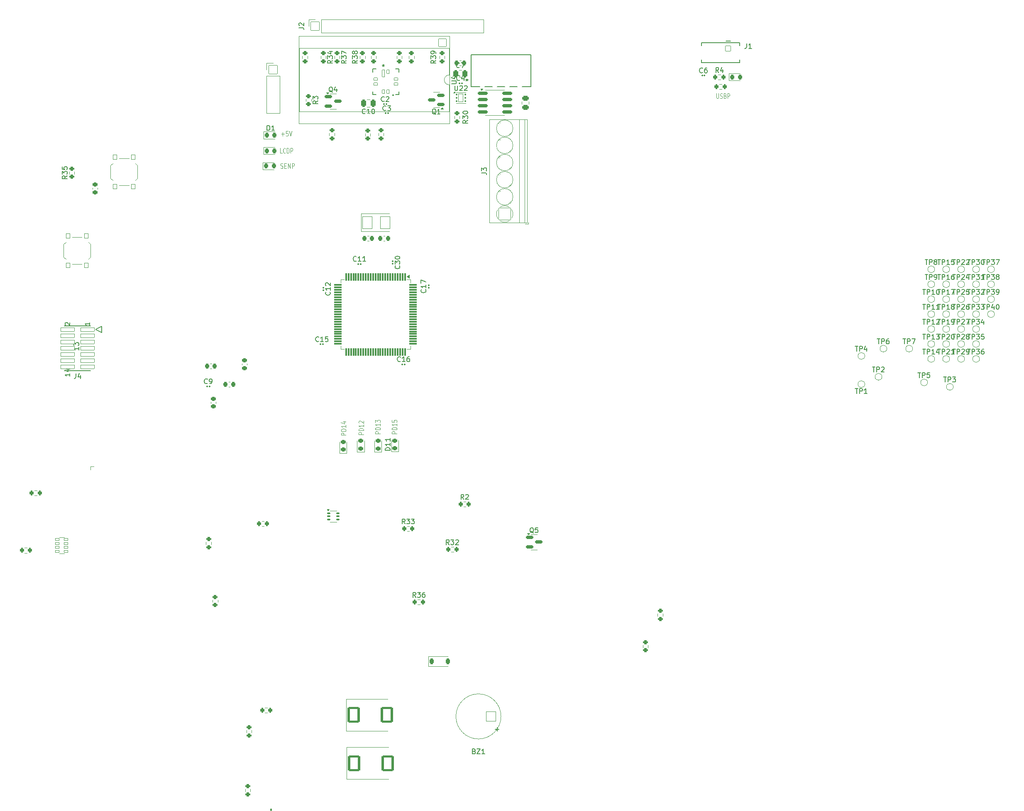
<source format=gbr>
%TF.GenerationSoftware,KiCad,Pcbnew,8.0.3-unknown-1000.20240604git093da7f.fc40*%
%TF.CreationDate,2024-06-05T17:15:31+10:00*%
%TF.ProjectId,l8-kicad,6c382d6b-6963-4616-942e-6b696361645f,1.00*%
%TF.SameCoordinates,Original*%
%TF.FileFunction,Legend,Top*%
%TF.FilePolarity,Positive*%
%FSLAX46Y46*%
G04 Gerber Fmt 4.6, Leading zero omitted, Abs format (unit mm)*
G04 Created by KiCad (PCBNEW 8.0.3-unknown-1000.20240604git093da7f.fc40) date 2024-06-05 17:15:31*
%MOMM*%
%LPD*%
G01*
G04 APERTURE LIST*
G04 Aperture macros list*
%AMRoundRect*
0 Rectangle with rounded corners*
0 $1 Rounding radius*
0 $2 $3 $4 $5 $6 $7 $8 $9 X,Y pos of 4 corners*
0 Add a 4 corners polygon primitive as box body*
4,1,4,$2,$3,$4,$5,$6,$7,$8,$9,$2,$3,0*
0 Add four circle primitives for the rounded corners*
1,1,$1+$1,$2,$3*
1,1,$1+$1,$4,$5*
1,1,$1+$1,$6,$7*
1,1,$1+$1,$8,$9*
0 Add four rect primitives between the rounded corners*
20,1,$1+$1,$2,$3,$4,$5,0*
20,1,$1+$1,$4,$5,$6,$7,0*
20,1,$1+$1,$6,$7,$8,$9,0*
20,1,$1+$1,$8,$9,$2,$3,0*%
G04 Aperture macros list end*
%ADD10C,0.125000*%
%ADD11C,0.150000*%
%ADD12C,0.120000*%
%ADD13C,0.152400*%
%ADD14C,0.000000*%
%ADD15RoundRect,0.225038X-0.225038X-0.375038X0.225038X-0.375038X0.225038X0.375038X-0.225038X0.375038X0*%
%ADD16RoundRect,0.100038X-0.225038X-0.100038X0.225038X-0.100038X0.225038X0.100038X-0.225038X0.100038X0*%
%ADD17RoundRect,0.200038X-0.200038X-0.275038X0.200038X-0.275038X0.200038X0.275038X-0.200038X0.275038X0*%
%ADD18RoundRect,0.000076X0.550000X0.550000X-0.550000X0.550000X-0.550000X-0.550000X0.550000X-0.550000X0*%
%ADD19C,1.100152*%
%ADD20O,1.100152X2.400152*%
%ADD21RoundRect,0.000076X-1.000000X-1.200000X1.000000X-1.200000X1.000000X1.200000X-1.000000X1.200000X0*%
%ADD22RoundRect,0.200038X0.275038X-0.200038X0.275038X0.200038X-0.275038X0.200038X-0.275038X-0.200038X0*%
%ADD23RoundRect,0.225038X0.250038X-0.225038X0.250038X0.225038X-0.250038X0.225038X-0.250038X-0.225038X0*%
%ADD24RoundRect,0.000076X0.375000X-0.500000X0.375000X0.500000X-0.375000X0.500000X-0.375000X-0.500000X0*%
%ADD25RoundRect,0.075038X-0.075038X0.125038X-0.075038X-0.125038X0.075038X-0.125038X0.075038X0.125038X0*%
%ADD26C,0.990752*%
%ADD27C,0.787552*%
%ADD28RoundRect,0.225038X-0.225038X-0.250038X0.225038X-0.250038X0.225038X0.250038X-0.225038X0.250038X0*%
%ADD29C,1.600352*%
%ADD30RoundRect,0.225038X-0.250038X0.225038X-0.250038X-0.225038X0.250038X-0.225038X0.250038X0.225038X0*%
%ADD31RoundRect,0.100038X-0.100038X0.130038X-0.100038X-0.130038X0.100038X-0.130038X0.100038X0.130038X0*%
%ADD32RoundRect,0.225038X0.225038X0.250038X-0.225038X0.250038X-0.225038X-0.250038X0.225038X-0.250038X0*%
%ADD33C,1.000152*%
%ADD34RoundRect,0.075038X-0.125038X-0.075038X0.125038X-0.075038X0.125038X0.075038X-0.125038X0.075038X0*%
%ADD35RoundRect,0.150038X-0.587538X-0.150038X0.587538X-0.150038X0.587538X0.150038X-0.587538X0.150038X0*%
%ADD36RoundRect,0.150038X-0.825038X-0.150038X0.825038X-0.150038X0.825038X0.150038X-0.825038X0.150038X0*%
%ADD37RoundRect,0.075038X-0.075038X0.725038X-0.075038X-0.725038X0.075038X-0.725038X0.075038X0.725038X0*%
%ADD38RoundRect,0.075038X-0.725038X0.075038X-0.725038X-0.075038X0.725038X-0.075038X0.725038X0.075038X0*%
%ADD39RoundRect,0.200038X-0.275038X0.200038X-0.275038X-0.200038X0.275038X-0.200038X0.275038X0.200038X0*%
%ADD40RoundRect,0.000076X0.850000X-0.850000X0.850000X0.850000X-0.850000X0.850000X-0.850000X-0.850000X0*%
%ADD41O,1.700152X1.700152*%
%ADD42RoundRect,0.000076X-0.850000X-0.850000X0.850000X-0.850000X0.850000X0.850000X-0.850000X0.850000X0*%
%ADD43RoundRect,0.218788X0.256288X-0.218788X0.256288X0.218788X-0.256288X0.218788X-0.256288X-0.218788X0*%
%ADD44RoundRect,0.000076X-0.800000X0.800000X-0.800000X-0.800000X0.800000X-0.800000X0.800000X0.800000X0*%
%ADD45O,1.600152X1.600152*%
%ADD46RoundRect,0.000076X1.397000X-0.381000X1.397000X0.381000X-1.397000X0.381000X-1.397000X-0.381000X0*%
%ADD47RoundRect,0.000076X0.400000X0.250000X-0.400000X0.250000X-0.400000X-0.250000X0.400000X-0.250000X0*%
%ADD48RoundRect,0.000076X0.400000X0.200000X-0.400000X0.200000X-0.400000X-0.200000X0.400000X-0.200000X0*%
%ADD49RoundRect,0.250038X-0.250038X-0.475038X0.250038X-0.475038X0.250038X0.475038X-0.250038X0.475038X0*%
%ADD50RoundRect,0.218788X-0.218788X-0.256288X0.218788X-0.256288X0.218788X0.256288X-0.218788X0.256288X0*%
%ADD51RoundRect,0.250015X1.000061X-1.400061X1.000061X1.400061X-1.000061X1.400061X-1.000061X-1.400061X0*%
%ADD52RoundRect,0.150038X0.587538X0.150038X-0.587538X0.150038X-0.587538X-0.150038X0.587538X-0.150038X0*%
%ADD53C,4.000152*%
%ADD54RoundRect,0.250037X0.450039X-0.262539X0.450039X0.262539X-0.450039X0.262539X-0.450039X-0.262539X0*%
%ADD55RoundRect,0.000076X-0.254000X-0.698500X0.254000X-0.698500X0.254000X0.698500X-0.254000X0.698500X0*%
%ADD56RoundRect,0.000076X-0.025400X-0.025400X0.025400X-0.025400X0.025400X0.025400X-0.025400X0.025400X0*%
%ADD57RoundRect,0.000076X0.025400X-0.025400X0.025400X0.025400X-0.025400X0.025400X-0.025400X-0.025400X0*%
%ADD58RoundRect,0.000076X0.355600X-0.254000X0.355600X0.254000X-0.355600X0.254000X-0.355600X-0.254000X0*%
%ADD59RoundRect,0.000076X-0.254000X-0.355600X0.254000X-0.355600X0.254000X0.355600X-0.254000X0.355600X0*%
%ADD60RoundRect,0.250038X0.250038X0.475038X-0.250038X0.475038X-0.250038X-0.475038X0.250038X-0.475038X0*%
%ADD61RoundRect,0.075038X0.075038X-0.125038X0.075038X0.125038X-0.075038X0.125038X-0.075038X-0.125038X0*%
%ADD62RoundRect,0.093788X-0.093788X-0.106288X0.093788X-0.106288X0.093788X0.106288X-0.093788X0.106288X0*%
%ADD63RoundRect,0.000076X-0.500000X-0.800000X0.500000X-0.800000X0.500000X0.800000X-0.500000X0.800000X0*%
%ADD64RoundRect,0.000076X1.200000X-1.200000X1.200000X1.200000X-1.200000X1.200000X-1.200000X-1.200000X0*%
%ADD65C,2.400152*%
%ADD66RoundRect,0.200038X0.200038X0.275038X-0.200038X0.275038X-0.200038X-0.275038X0.200038X-0.275038X0*%
%ADD67RoundRect,0.000076X1.000000X1.000000X-1.000000X1.000000X-1.000000X-1.000000X1.000000X-1.000000X0*%
%ADD68C,2.000152*%
G04 APERTURE END LIST*
D10*
X117621119Y-185377287D02*
X116621119Y-185377287D01*
X116621119Y-185377287D02*
X116621119Y-185072525D01*
X116621119Y-185072525D02*
X116668738Y-184996335D01*
X116668738Y-184996335D02*
X116716357Y-184958240D01*
X116716357Y-184958240D02*
X116811595Y-184920144D01*
X116811595Y-184920144D02*
X116954452Y-184920144D01*
X116954452Y-184920144D02*
X117049690Y-184958240D01*
X117049690Y-184958240D02*
X117097309Y-184996335D01*
X117097309Y-184996335D02*
X117144928Y-185072525D01*
X117144928Y-185072525D02*
X117144928Y-185377287D01*
X117621119Y-184577287D02*
X116621119Y-184577287D01*
X116621119Y-184577287D02*
X116621119Y-184386811D01*
X116621119Y-184386811D02*
X116668738Y-184272525D01*
X116668738Y-184272525D02*
X116763976Y-184196335D01*
X116763976Y-184196335D02*
X116859214Y-184158240D01*
X116859214Y-184158240D02*
X117049690Y-184120144D01*
X117049690Y-184120144D02*
X117192547Y-184120144D01*
X117192547Y-184120144D02*
X117383023Y-184158240D01*
X117383023Y-184158240D02*
X117478261Y-184196335D01*
X117478261Y-184196335D02*
X117573500Y-184272525D01*
X117573500Y-184272525D02*
X117621119Y-184386811D01*
X117621119Y-184386811D02*
X117621119Y-184577287D01*
X117621119Y-183358240D02*
X117621119Y-183815383D01*
X117621119Y-183586811D02*
X116621119Y-183586811D01*
X116621119Y-183586811D02*
X116763976Y-183663002D01*
X116763976Y-183663002D02*
X116859214Y-183739192D01*
X116859214Y-183739192D02*
X116906833Y-183815383D01*
X116954452Y-182672525D02*
X117621119Y-182672525D01*
X116573500Y-182863001D02*
X117287785Y-183053478D01*
X117287785Y-183053478D02*
X117287785Y-182558239D01*
X124621119Y-185077287D02*
X123621119Y-185077287D01*
X123621119Y-185077287D02*
X123621119Y-184772525D01*
X123621119Y-184772525D02*
X123668738Y-184696335D01*
X123668738Y-184696335D02*
X123716357Y-184658240D01*
X123716357Y-184658240D02*
X123811595Y-184620144D01*
X123811595Y-184620144D02*
X123954452Y-184620144D01*
X123954452Y-184620144D02*
X124049690Y-184658240D01*
X124049690Y-184658240D02*
X124097309Y-184696335D01*
X124097309Y-184696335D02*
X124144928Y-184772525D01*
X124144928Y-184772525D02*
X124144928Y-185077287D01*
X124621119Y-184277287D02*
X123621119Y-184277287D01*
X123621119Y-184277287D02*
X123621119Y-184086811D01*
X123621119Y-184086811D02*
X123668738Y-183972525D01*
X123668738Y-183972525D02*
X123763976Y-183896335D01*
X123763976Y-183896335D02*
X123859214Y-183858240D01*
X123859214Y-183858240D02*
X124049690Y-183820144D01*
X124049690Y-183820144D02*
X124192547Y-183820144D01*
X124192547Y-183820144D02*
X124383023Y-183858240D01*
X124383023Y-183858240D02*
X124478261Y-183896335D01*
X124478261Y-183896335D02*
X124573500Y-183972525D01*
X124573500Y-183972525D02*
X124621119Y-184086811D01*
X124621119Y-184086811D02*
X124621119Y-184277287D01*
X124621119Y-183058240D02*
X124621119Y-183515383D01*
X124621119Y-183286811D02*
X123621119Y-183286811D01*
X123621119Y-183286811D02*
X123763976Y-183363002D01*
X123763976Y-183363002D02*
X123859214Y-183439192D01*
X123859214Y-183439192D02*
X123906833Y-183515383D01*
X123621119Y-182791573D02*
X123621119Y-182296335D01*
X123621119Y-182296335D02*
X124002071Y-182563001D01*
X124002071Y-182563001D02*
X124002071Y-182448716D01*
X124002071Y-182448716D02*
X124049690Y-182372525D01*
X124049690Y-182372525D02*
X124097309Y-182334430D01*
X124097309Y-182334430D02*
X124192547Y-182296335D01*
X124192547Y-182296335D02*
X124430642Y-182296335D01*
X124430642Y-182296335D02*
X124525880Y-182334430D01*
X124525880Y-182334430D02*
X124573500Y-182372525D01*
X124573500Y-182372525D02*
X124621119Y-182448716D01*
X124621119Y-182448716D02*
X124621119Y-182677287D01*
X124621119Y-182677287D02*
X124573500Y-182753478D01*
X124573500Y-182753478D02*
X124525880Y-182791573D01*
X104422712Y-123940166D02*
X105032236Y-123940166D01*
X104727474Y-124321119D02*
X104727474Y-123559214D01*
X105794140Y-123321119D02*
X105413188Y-123321119D01*
X105413188Y-123321119D02*
X105375092Y-123797309D01*
X105375092Y-123797309D02*
X105413188Y-123749690D01*
X105413188Y-123749690D02*
X105489378Y-123702071D01*
X105489378Y-123702071D02*
X105679854Y-123702071D01*
X105679854Y-123702071D02*
X105756045Y-123749690D01*
X105756045Y-123749690D02*
X105794140Y-123797309D01*
X105794140Y-123797309D02*
X105832235Y-123892547D01*
X105832235Y-123892547D02*
X105832235Y-124130642D01*
X105832235Y-124130642D02*
X105794140Y-124225880D01*
X105794140Y-124225880D02*
X105756045Y-124273500D01*
X105756045Y-124273500D02*
X105679854Y-124321119D01*
X105679854Y-124321119D02*
X105489378Y-124321119D01*
X105489378Y-124321119D02*
X105413188Y-124273500D01*
X105413188Y-124273500D02*
X105375092Y-124225880D01*
X106060807Y-123321119D02*
X106327474Y-124321119D01*
X106327474Y-124321119D02*
X106594140Y-123321119D01*
X121221119Y-185277287D02*
X120221119Y-185277287D01*
X120221119Y-185277287D02*
X120221119Y-184972525D01*
X120221119Y-184972525D02*
X120268738Y-184896335D01*
X120268738Y-184896335D02*
X120316357Y-184858240D01*
X120316357Y-184858240D02*
X120411595Y-184820144D01*
X120411595Y-184820144D02*
X120554452Y-184820144D01*
X120554452Y-184820144D02*
X120649690Y-184858240D01*
X120649690Y-184858240D02*
X120697309Y-184896335D01*
X120697309Y-184896335D02*
X120744928Y-184972525D01*
X120744928Y-184972525D02*
X120744928Y-185277287D01*
X121221119Y-184477287D02*
X120221119Y-184477287D01*
X120221119Y-184477287D02*
X120221119Y-184286811D01*
X120221119Y-184286811D02*
X120268738Y-184172525D01*
X120268738Y-184172525D02*
X120363976Y-184096335D01*
X120363976Y-184096335D02*
X120459214Y-184058240D01*
X120459214Y-184058240D02*
X120649690Y-184020144D01*
X120649690Y-184020144D02*
X120792547Y-184020144D01*
X120792547Y-184020144D02*
X120983023Y-184058240D01*
X120983023Y-184058240D02*
X121078261Y-184096335D01*
X121078261Y-184096335D02*
X121173500Y-184172525D01*
X121173500Y-184172525D02*
X121221119Y-184286811D01*
X121221119Y-184286811D02*
X121221119Y-184477287D01*
X121221119Y-183258240D02*
X121221119Y-183715383D01*
X121221119Y-183486811D02*
X120221119Y-183486811D01*
X120221119Y-183486811D02*
X120363976Y-183563002D01*
X120363976Y-183563002D02*
X120459214Y-183639192D01*
X120459214Y-183639192D02*
X120506833Y-183715383D01*
X120316357Y-182953478D02*
X120268738Y-182915382D01*
X120268738Y-182915382D02*
X120221119Y-182839192D01*
X120221119Y-182839192D02*
X120221119Y-182648716D01*
X120221119Y-182648716D02*
X120268738Y-182572525D01*
X120268738Y-182572525D02*
X120316357Y-182534430D01*
X120316357Y-182534430D02*
X120411595Y-182496335D01*
X120411595Y-182496335D02*
X120506833Y-182496335D01*
X120506833Y-182496335D02*
X120649690Y-182534430D01*
X120649690Y-182534430D02*
X121221119Y-182991573D01*
X121221119Y-182991573D02*
X121221119Y-182496335D01*
X104284616Y-130873500D02*
X104398902Y-130921119D01*
X104398902Y-130921119D02*
X104589378Y-130921119D01*
X104589378Y-130921119D02*
X104665569Y-130873500D01*
X104665569Y-130873500D02*
X104703664Y-130825880D01*
X104703664Y-130825880D02*
X104741759Y-130730642D01*
X104741759Y-130730642D02*
X104741759Y-130635404D01*
X104741759Y-130635404D02*
X104703664Y-130540166D01*
X104703664Y-130540166D02*
X104665569Y-130492547D01*
X104665569Y-130492547D02*
X104589378Y-130444928D01*
X104589378Y-130444928D02*
X104436997Y-130397309D01*
X104436997Y-130397309D02*
X104360807Y-130349690D01*
X104360807Y-130349690D02*
X104322712Y-130302071D01*
X104322712Y-130302071D02*
X104284616Y-130206833D01*
X104284616Y-130206833D02*
X104284616Y-130111595D01*
X104284616Y-130111595D02*
X104322712Y-130016357D01*
X104322712Y-130016357D02*
X104360807Y-129968738D01*
X104360807Y-129968738D02*
X104436997Y-129921119D01*
X104436997Y-129921119D02*
X104627474Y-129921119D01*
X104627474Y-129921119D02*
X104741759Y-129968738D01*
X105084617Y-130397309D02*
X105351283Y-130397309D01*
X105465569Y-130921119D02*
X105084617Y-130921119D01*
X105084617Y-130921119D02*
X105084617Y-129921119D01*
X105084617Y-129921119D02*
X105465569Y-129921119D01*
X105808427Y-130921119D02*
X105808427Y-129921119D01*
X105808427Y-129921119D02*
X106265570Y-130921119D01*
X106265570Y-130921119D02*
X106265570Y-129921119D01*
X106646522Y-130921119D02*
X106646522Y-129921119D01*
X106646522Y-129921119D02*
X106951284Y-129921119D01*
X106951284Y-129921119D02*
X107027474Y-129968738D01*
X107027474Y-129968738D02*
X107065569Y-130016357D01*
X107065569Y-130016357D02*
X107103665Y-130111595D01*
X107103665Y-130111595D02*
X107103665Y-130254452D01*
X107103665Y-130254452D02*
X107065569Y-130349690D01*
X107065569Y-130349690D02*
X107027474Y-130397309D01*
X107027474Y-130397309D02*
X106951284Y-130444928D01*
X106951284Y-130444928D02*
X106646522Y-130444928D01*
X104592950Y-127821119D02*
X104235807Y-127821119D01*
X104235807Y-127821119D02*
X104235807Y-126821119D01*
X105271521Y-127725880D02*
X105235807Y-127773500D01*
X105235807Y-127773500D02*
X105128664Y-127821119D01*
X105128664Y-127821119D02*
X105057236Y-127821119D01*
X105057236Y-127821119D02*
X104950093Y-127773500D01*
X104950093Y-127773500D02*
X104878664Y-127678261D01*
X104878664Y-127678261D02*
X104842950Y-127583023D01*
X104842950Y-127583023D02*
X104807236Y-127392547D01*
X104807236Y-127392547D02*
X104807236Y-127249690D01*
X104807236Y-127249690D02*
X104842950Y-127059214D01*
X104842950Y-127059214D02*
X104878664Y-126963976D01*
X104878664Y-126963976D02*
X104950093Y-126868738D01*
X104950093Y-126868738D02*
X105057236Y-126821119D01*
X105057236Y-126821119D02*
X105128664Y-126821119D01*
X105128664Y-126821119D02*
X105235807Y-126868738D01*
X105235807Y-126868738D02*
X105271521Y-126916357D01*
X105592950Y-127821119D02*
X105592950Y-126821119D01*
X105592950Y-126821119D02*
X105771521Y-126821119D01*
X105771521Y-126821119D02*
X105878664Y-126868738D01*
X105878664Y-126868738D02*
X105950093Y-126963976D01*
X105950093Y-126963976D02*
X105985807Y-127059214D01*
X105985807Y-127059214D02*
X106021521Y-127249690D01*
X106021521Y-127249690D02*
X106021521Y-127392547D01*
X106021521Y-127392547D02*
X105985807Y-127583023D01*
X105985807Y-127583023D02*
X105950093Y-127678261D01*
X105950093Y-127678261D02*
X105878664Y-127773500D01*
X105878664Y-127773500D02*
X105771521Y-127821119D01*
X105771521Y-127821119D02*
X105592950Y-127821119D01*
X106342950Y-127821119D02*
X106342950Y-126821119D01*
X106342950Y-126821119D02*
X106628664Y-126821119D01*
X106628664Y-126821119D02*
X106700093Y-126868738D01*
X106700093Y-126868738D02*
X106735807Y-126916357D01*
X106735807Y-126916357D02*
X106771521Y-127011595D01*
X106771521Y-127011595D02*
X106771521Y-127154452D01*
X106771521Y-127154452D02*
X106735807Y-127249690D01*
X106735807Y-127249690D02*
X106700093Y-127297309D01*
X106700093Y-127297309D02*
X106628664Y-127344928D01*
X106628664Y-127344928D02*
X106342950Y-127344928D01*
X193210807Y-115646119D02*
X193210807Y-116455642D01*
X193210807Y-116455642D02*
X193246521Y-116550880D01*
X193246521Y-116550880D02*
X193282236Y-116598500D01*
X193282236Y-116598500D02*
X193353664Y-116646119D01*
X193353664Y-116646119D02*
X193496521Y-116646119D01*
X193496521Y-116646119D02*
X193567950Y-116598500D01*
X193567950Y-116598500D02*
X193603664Y-116550880D01*
X193603664Y-116550880D02*
X193639378Y-116455642D01*
X193639378Y-116455642D02*
X193639378Y-115646119D01*
X193960807Y-116598500D02*
X194067950Y-116646119D01*
X194067950Y-116646119D02*
X194246521Y-116646119D01*
X194246521Y-116646119D02*
X194317950Y-116598500D01*
X194317950Y-116598500D02*
X194353664Y-116550880D01*
X194353664Y-116550880D02*
X194389378Y-116455642D01*
X194389378Y-116455642D02*
X194389378Y-116360404D01*
X194389378Y-116360404D02*
X194353664Y-116265166D01*
X194353664Y-116265166D02*
X194317950Y-116217547D01*
X194317950Y-116217547D02*
X194246521Y-116169928D01*
X194246521Y-116169928D02*
X194103664Y-116122309D01*
X194103664Y-116122309D02*
X194032235Y-116074690D01*
X194032235Y-116074690D02*
X193996521Y-116027071D01*
X193996521Y-116027071D02*
X193960807Y-115931833D01*
X193960807Y-115931833D02*
X193960807Y-115836595D01*
X193960807Y-115836595D02*
X193996521Y-115741357D01*
X193996521Y-115741357D02*
X194032235Y-115693738D01*
X194032235Y-115693738D02*
X194103664Y-115646119D01*
X194103664Y-115646119D02*
X194282235Y-115646119D01*
X194282235Y-115646119D02*
X194389378Y-115693738D01*
X194960807Y-116122309D02*
X195067950Y-116169928D01*
X195067950Y-116169928D02*
X195103664Y-116217547D01*
X195103664Y-116217547D02*
X195139378Y-116312785D01*
X195139378Y-116312785D02*
X195139378Y-116455642D01*
X195139378Y-116455642D02*
X195103664Y-116550880D01*
X195103664Y-116550880D02*
X195067950Y-116598500D01*
X195067950Y-116598500D02*
X194996521Y-116646119D01*
X194996521Y-116646119D02*
X194710807Y-116646119D01*
X194710807Y-116646119D02*
X194710807Y-115646119D01*
X194710807Y-115646119D02*
X194960807Y-115646119D01*
X194960807Y-115646119D02*
X195032236Y-115693738D01*
X195032236Y-115693738D02*
X195067950Y-115741357D01*
X195067950Y-115741357D02*
X195103664Y-115836595D01*
X195103664Y-115836595D02*
X195103664Y-115931833D01*
X195103664Y-115931833D02*
X195067950Y-116027071D01*
X195067950Y-116027071D02*
X195032236Y-116074690D01*
X195032236Y-116074690D02*
X194960807Y-116122309D01*
X194960807Y-116122309D02*
X194710807Y-116122309D01*
X195460807Y-116646119D02*
X195460807Y-115646119D01*
X195460807Y-115646119D02*
X195746521Y-115646119D01*
X195746521Y-115646119D02*
X195817950Y-115693738D01*
X195817950Y-115693738D02*
X195853664Y-115741357D01*
X195853664Y-115741357D02*
X195889378Y-115836595D01*
X195889378Y-115836595D02*
X195889378Y-115979452D01*
X195889378Y-115979452D02*
X195853664Y-116074690D01*
X195853664Y-116074690D02*
X195817950Y-116122309D01*
X195817950Y-116122309D02*
X195746521Y-116169928D01*
X195746521Y-116169928D02*
X195460807Y-116169928D01*
X128021119Y-185077287D02*
X127021119Y-185077287D01*
X127021119Y-185077287D02*
X127021119Y-184772525D01*
X127021119Y-184772525D02*
X127068738Y-184696335D01*
X127068738Y-184696335D02*
X127116357Y-184658240D01*
X127116357Y-184658240D02*
X127211595Y-184620144D01*
X127211595Y-184620144D02*
X127354452Y-184620144D01*
X127354452Y-184620144D02*
X127449690Y-184658240D01*
X127449690Y-184658240D02*
X127497309Y-184696335D01*
X127497309Y-184696335D02*
X127544928Y-184772525D01*
X127544928Y-184772525D02*
X127544928Y-185077287D01*
X128021119Y-184277287D02*
X127021119Y-184277287D01*
X127021119Y-184277287D02*
X127021119Y-184086811D01*
X127021119Y-184086811D02*
X127068738Y-183972525D01*
X127068738Y-183972525D02*
X127163976Y-183896335D01*
X127163976Y-183896335D02*
X127259214Y-183858240D01*
X127259214Y-183858240D02*
X127449690Y-183820144D01*
X127449690Y-183820144D02*
X127592547Y-183820144D01*
X127592547Y-183820144D02*
X127783023Y-183858240D01*
X127783023Y-183858240D02*
X127878261Y-183896335D01*
X127878261Y-183896335D02*
X127973500Y-183972525D01*
X127973500Y-183972525D02*
X128021119Y-184086811D01*
X128021119Y-184086811D02*
X128021119Y-184277287D01*
X128021119Y-183058240D02*
X128021119Y-183515383D01*
X128021119Y-183286811D02*
X127021119Y-183286811D01*
X127021119Y-183286811D02*
X127163976Y-183363002D01*
X127163976Y-183363002D02*
X127259214Y-183439192D01*
X127259214Y-183439192D02*
X127306833Y-183515383D01*
X127021119Y-182334430D02*
X127021119Y-182715382D01*
X127021119Y-182715382D02*
X127497309Y-182753478D01*
X127497309Y-182753478D02*
X127449690Y-182715382D01*
X127449690Y-182715382D02*
X127402071Y-182639192D01*
X127402071Y-182639192D02*
X127402071Y-182448716D01*
X127402071Y-182448716D02*
X127449690Y-182372525D01*
X127449690Y-182372525D02*
X127497309Y-182334430D01*
X127497309Y-182334430D02*
X127592547Y-182296335D01*
X127592547Y-182296335D02*
X127830642Y-182296335D01*
X127830642Y-182296335D02*
X127925880Y-182334430D01*
X127925880Y-182334430D02*
X127973500Y-182372525D01*
X127973500Y-182372525D02*
X128021119Y-182448716D01*
X128021119Y-182448716D02*
X128021119Y-182639192D01*
X128021119Y-182639192D02*
X127973500Y-182715382D01*
X127973500Y-182715382D02*
X127925880Y-182753478D01*
D11*
X199366666Y-105429819D02*
X199366666Y-106144104D01*
X199366666Y-106144104D02*
X199319047Y-106286961D01*
X199319047Y-106286961D02*
X199223809Y-106382200D01*
X199223809Y-106382200D02*
X199080952Y-106429819D01*
X199080952Y-106429819D02*
X198985714Y-106429819D01*
X200366666Y-106429819D02*
X199795238Y-106429819D01*
X200080952Y-106429819D02*
X200080952Y-105429819D01*
X200080952Y-105429819D02*
X199985714Y-105572676D01*
X199985714Y-105572676D02*
X199890476Y-105667914D01*
X199890476Y-105667914D02*
X199795238Y-105715533D01*
X128534580Y-150792857D02*
X128582200Y-150840476D01*
X128582200Y-150840476D02*
X128629819Y-150983333D01*
X128629819Y-150983333D02*
X128629819Y-151078571D01*
X128629819Y-151078571D02*
X128582200Y-151221428D01*
X128582200Y-151221428D02*
X128486961Y-151316666D01*
X128486961Y-151316666D02*
X128391723Y-151364285D01*
X128391723Y-151364285D02*
X128201247Y-151411904D01*
X128201247Y-151411904D02*
X128058390Y-151411904D01*
X128058390Y-151411904D02*
X127867914Y-151364285D01*
X127867914Y-151364285D02*
X127772676Y-151316666D01*
X127772676Y-151316666D02*
X127677438Y-151221428D01*
X127677438Y-151221428D02*
X127629819Y-151078571D01*
X127629819Y-151078571D02*
X127629819Y-150983333D01*
X127629819Y-150983333D02*
X127677438Y-150840476D01*
X127677438Y-150840476D02*
X127725057Y-150792857D01*
X127629819Y-150459523D02*
X127629819Y-149840476D01*
X127629819Y-149840476D02*
X128010771Y-150173809D01*
X128010771Y-150173809D02*
X128010771Y-150030952D01*
X128010771Y-150030952D02*
X128058390Y-149935714D01*
X128058390Y-149935714D02*
X128106009Y-149888095D01*
X128106009Y-149888095D02*
X128201247Y-149840476D01*
X128201247Y-149840476D02*
X128439342Y-149840476D01*
X128439342Y-149840476D02*
X128534580Y-149888095D01*
X128534580Y-149888095D02*
X128582200Y-149935714D01*
X128582200Y-149935714D02*
X128629819Y-150030952D01*
X128629819Y-150030952D02*
X128629819Y-150316666D01*
X128629819Y-150316666D02*
X128582200Y-150411904D01*
X128582200Y-150411904D02*
X128534580Y-150459523D01*
X127629819Y-149221428D02*
X127629819Y-149126190D01*
X127629819Y-149126190D02*
X127677438Y-149030952D01*
X127677438Y-149030952D02*
X127725057Y-148983333D01*
X127725057Y-148983333D02*
X127820295Y-148935714D01*
X127820295Y-148935714D02*
X128010771Y-148888095D01*
X128010771Y-148888095D02*
X128248866Y-148888095D01*
X128248866Y-148888095D02*
X128439342Y-148935714D01*
X128439342Y-148935714D02*
X128534580Y-148983333D01*
X128534580Y-148983333D02*
X128582200Y-149030952D01*
X128582200Y-149030952D02*
X128629819Y-149126190D01*
X128629819Y-149126190D02*
X128629819Y-149221428D01*
X128629819Y-149221428D02*
X128582200Y-149316666D01*
X128582200Y-149316666D02*
X128534580Y-149364285D01*
X128534580Y-149364285D02*
X128439342Y-149411904D01*
X128439342Y-149411904D02*
X128248866Y-149459523D01*
X128248866Y-149459523D02*
X128010771Y-149459523D01*
X128010771Y-149459523D02*
X127820295Y-149411904D01*
X127820295Y-149411904D02*
X127725057Y-149364285D01*
X127725057Y-149364285D02*
X127677438Y-149316666D01*
X127677438Y-149316666D02*
X127629819Y-149221428D01*
X142303100Y-112679819D02*
X142303100Y-112917914D01*
X142065005Y-112822676D02*
X142303100Y-112917914D01*
X142303100Y-112917914D02*
X142541195Y-112822676D01*
X142160243Y-113108390D02*
X142303100Y-112917914D01*
X142303100Y-112917914D02*
X142445957Y-113108390D01*
X142303100Y-112679819D02*
X142303100Y-112917914D01*
X142065005Y-112822676D02*
X142303100Y-112917914D01*
X142303100Y-112917914D02*
X142541195Y-112822676D01*
X142160243Y-113108390D02*
X142303100Y-112917914D01*
X142303100Y-112917914D02*
X142445957Y-113108390D01*
X221488095Y-167256819D02*
X222059523Y-167256819D01*
X221773809Y-168256819D02*
X221773809Y-167256819D01*
X222392857Y-168256819D02*
X222392857Y-167256819D01*
X222392857Y-167256819D02*
X222773809Y-167256819D01*
X222773809Y-167256819D02*
X222869047Y-167304438D01*
X222869047Y-167304438D02*
X222916666Y-167352057D01*
X222916666Y-167352057D02*
X222964285Y-167447295D01*
X222964285Y-167447295D02*
X222964285Y-167590152D01*
X222964285Y-167590152D02*
X222916666Y-167685390D01*
X222916666Y-167685390D02*
X222869047Y-167733009D01*
X222869047Y-167733009D02*
X222773809Y-167780628D01*
X222773809Y-167780628D02*
X222392857Y-167780628D01*
X223821428Y-167590152D02*
X223821428Y-168256819D01*
X223583333Y-167209200D02*
X223345238Y-167923485D01*
X223345238Y-167923485D02*
X223964285Y-167923485D01*
X190358333Y-111334580D02*
X190310714Y-111382200D01*
X190310714Y-111382200D02*
X190167857Y-111429819D01*
X190167857Y-111429819D02*
X190072619Y-111429819D01*
X190072619Y-111429819D02*
X189929762Y-111382200D01*
X189929762Y-111382200D02*
X189834524Y-111286961D01*
X189834524Y-111286961D02*
X189786905Y-111191723D01*
X189786905Y-111191723D02*
X189739286Y-111001247D01*
X189739286Y-111001247D02*
X189739286Y-110858390D01*
X189739286Y-110858390D02*
X189786905Y-110667914D01*
X189786905Y-110667914D02*
X189834524Y-110572676D01*
X189834524Y-110572676D02*
X189929762Y-110477438D01*
X189929762Y-110477438D02*
X190072619Y-110429819D01*
X190072619Y-110429819D02*
X190167857Y-110429819D01*
X190167857Y-110429819D02*
X190310714Y-110477438D01*
X190310714Y-110477438D02*
X190358333Y-110525057D01*
X191215476Y-110429819D02*
X191025000Y-110429819D01*
X191025000Y-110429819D02*
X190929762Y-110477438D01*
X190929762Y-110477438D02*
X190882143Y-110525057D01*
X190882143Y-110525057D02*
X190786905Y-110667914D01*
X190786905Y-110667914D02*
X190739286Y-110858390D01*
X190739286Y-110858390D02*
X190739286Y-111239342D01*
X190739286Y-111239342D02*
X190786905Y-111334580D01*
X190786905Y-111334580D02*
X190834524Y-111382200D01*
X190834524Y-111382200D02*
X190929762Y-111429819D01*
X190929762Y-111429819D02*
X191120238Y-111429819D01*
X191120238Y-111429819D02*
X191215476Y-111382200D01*
X191215476Y-111382200D02*
X191263095Y-111334580D01*
X191263095Y-111334580D02*
X191310714Y-111239342D01*
X191310714Y-111239342D02*
X191310714Y-111001247D01*
X191310714Y-111001247D02*
X191263095Y-110906009D01*
X191263095Y-110906009D02*
X191215476Y-110858390D01*
X191215476Y-110858390D02*
X191120238Y-110810771D01*
X191120238Y-110810771D02*
X190929762Y-110810771D01*
X190929762Y-110810771D02*
X190834524Y-110858390D01*
X190834524Y-110858390D02*
X190786905Y-110906009D01*
X190786905Y-110906009D02*
X190739286Y-111001247D01*
X128732142Y-170309580D02*
X128684523Y-170357200D01*
X128684523Y-170357200D02*
X128541666Y-170404819D01*
X128541666Y-170404819D02*
X128446428Y-170404819D01*
X128446428Y-170404819D02*
X128303571Y-170357200D01*
X128303571Y-170357200D02*
X128208333Y-170261961D01*
X128208333Y-170261961D02*
X128160714Y-170166723D01*
X128160714Y-170166723D02*
X128113095Y-169976247D01*
X128113095Y-169976247D02*
X128113095Y-169833390D01*
X128113095Y-169833390D02*
X128160714Y-169642914D01*
X128160714Y-169642914D02*
X128208333Y-169547676D01*
X128208333Y-169547676D02*
X128303571Y-169452438D01*
X128303571Y-169452438D02*
X128446428Y-169404819D01*
X128446428Y-169404819D02*
X128541666Y-169404819D01*
X128541666Y-169404819D02*
X128684523Y-169452438D01*
X128684523Y-169452438D02*
X128732142Y-169500057D01*
X129684523Y-170404819D02*
X129113095Y-170404819D01*
X129398809Y-170404819D02*
X129398809Y-169404819D01*
X129398809Y-169404819D02*
X129303571Y-169547676D01*
X129303571Y-169547676D02*
X129208333Y-169642914D01*
X129208333Y-169642914D02*
X129113095Y-169690533D01*
X130541666Y-169404819D02*
X130351190Y-169404819D01*
X130351190Y-169404819D02*
X130255952Y-169452438D01*
X130255952Y-169452438D02*
X130208333Y-169500057D01*
X130208333Y-169500057D02*
X130113095Y-169642914D01*
X130113095Y-169642914D02*
X130065476Y-169833390D01*
X130065476Y-169833390D02*
X130065476Y-170214342D01*
X130065476Y-170214342D02*
X130113095Y-170309580D01*
X130113095Y-170309580D02*
X130160714Y-170357200D01*
X130160714Y-170357200D02*
X130255952Y-170404819D01*
X130255952Y-170404819D02*
X130446428Y-170404819D01*
X130446428Y-170404819D02*
X130541666Y-170357200D01*
X130541666Y-170357200D02*
X130589285Y-170309580D01*
X130589285Y-170309580D02*
X130636904Y-170214342D01*
X130636904Y-170214342D02*
X130636904Y-169976247D01*
X130636904Y-169976247D02*
X130589285Y-169881009D01*
X130589285Y-169881009D02*
X130541666Y-169833390D01*
X130541666Y-169833390D02*
X130446428Y-169785771D01*
X130446428Y-169785771D02*
X130255952Y-169785771D01*
X130255952Y-169785771D02*
X130160714Y-169833390D01*
X130160714Y-169833390D02*
X130113095Y-169881009D01*
X130113095Y-169881009D02*
X130065476Y-169976247D01*
X125758333Y-119059580D02*
X125710714Y-119107200D01*
X125710714Y-119107200D02*
X125567857Y-119154819D01*
X125567857Y-119154819D02*
X125472619Y-119154819D01*
X125472619Y-119154819D02*
X125329762Y-119107200D01*
X125329762Y-119107200D02*
X125234524Y-119011961D01*
X125234524Y-119011961D02*
X125186905Y-118916723D01*
X125186905Y-118916723D02*
X125139286Y-118726247D01*
X125139286Y-118726247D02*
X125139286Y-118583390D01*
X125139286Y-118583390D02*
X125186905Y-118392914D01*
X125186905Y-118392914D02*
X125234524Y-118297676D01*
X125234524Y-118297676D02*
X125329762Y-118202438D01*
X125329762Y-118202438D02*
X125472619Y-118154819D01*
X125472619Y-118154819D02*
X125567857Y-118154819D01*
X125567857Y-118154819D02*
X125710714Y-118202438D01*
X125710714Y-118202438D02*
X125758333Y-118250057D01*
X126091667Y-118154819D02*
X126710714Y-118154819D01*
X126710714Y-118154819D02*
X126377381Y-118535771D01*
X126377381Y-118535771D02*
X126520238Y-118535771D01*
X126520238Y-118535771D02*
X126615476Y-118583390D01*
X126615476Y-118583390D02*
X126663095Y-118631009D01*
X126663095Y-118631009D02*
X126710714Y-118726247D01*
X126710714Y-118726247D02*
X126710714Y-118964342D01*
X126710714Y-118964342D02*
X126663095Y-119059580D01*
X126663095Y-119059580D02*
X126615476Y-119107200D01*
X126615476Y-119107200D02*
X126520238Y-119154819D01*
X126520238Y-119154819D02*
X126234524Y-119154819D01*
X126234524Y-119154819D02*
X126139286Y-119107200D01*
X126139286Y-119107200D02*
X126091667Y-119059580D01*
X239538095Y-173556819D02*
X240109523Y-173556819D01*
X239823809Y-174556819D02*
X239823809Y-173556819D01*
X240442857Y-174556819D02*
X240442857Y-173556819D01*
X240442857Y-173556819D02*
X240823809Y-173556819D01*
X240823809Y-173556819D02*
X240919047Y-173604438D01*
X240919047Y-173604438D02*
X240966666Y-173652057D01*
X240966666Y-173652057D02*
X241014285Y-173747295D01*
X241014285Y-173747295D02*
X241014285Y-173890152D01*
X241014285Y-173890152D02*
X240966666Y-173985390D01*
X240966666Y-173985390D02*
X240919047Y-174033009D01*
X240919047Y-174033009D02*
X240823809Y-174080628D01*
X240823809Y-174080628D02*
X240442857Y-174080628D01*
X241347619Y-173556819D02*
X241966666Y-173556819D01*
X241966666Y-173556819D02*
X241633333Y-173937771D01*
X241633333Y-173937771D02*
X241776190Y-173937771D01*
X241776190Y-173937771D02*
X241871428Y-173985390D01*
X241871428Y-173985390D02*
X241919047Y-174033009D01*
X241919047Y-174033009D02*
X241966666Y-174128247D01*
X241966666Y-174128247D02*
X241966666Y-174366342D01*
X241966666Y-174366342D02*
X241919047Y-174461580D01*
X241919047Y-174461580D02*
X241871428Y-174509200D01*
X241871428Y-174509200D02*
X241776190Y-174556819D01*
X241776190Y-174556819D02*
X241490476Y-174556819D01*
X241490476Y-174556819D02*
X241395238Y-174509200D01*
X241395238Y-174509200D02*
X241347619Y-174461580D01*
X244411905Y-161756819D02*
X244983333Y-161756819D01*
X244697619Y-162756819D02*
X244697619Y-161756819D01*
X245316667Y-162756819D02*
X245316667Y-161756819D01*
X245316667Y-161756819D02*
X245697619Y-161756819D01*
X245697619Y-161756819D02*
X245792857Y-161804438D01*
X245792857Y-161804438D02*
X245840476Y-161852057D01*
X245840476Y-161852057D02*
X245888095Y-161947295D01*
X245888095Y-161947295D02*
X245888095Y-162090152D01*
X245888095Y-162090152D02*
X245840476Y-162185390D01*
X245840476Y-162185390D02*
X245792857Y-162233009D01*
X245792857Y-162233009D02*
X245697619Y-162280628D01*
X245697619Y-162280628D02*
X245316667Y-162280628D01*
X246221429Y-161756819D02*
X246840476Y-161756819D01*
X246840476Y-161756819D02*
X246507143Y-162137771D01*
X246507143Y-162137771D02*
X246650000Y-162137771D01*
X246650000Y-162137771D02*
X246745238Y-162185390D01*
X246745238Y-162185390D02*
X246792857Y-162233009D01*
X246792857Y-162233009D02*
X246840476Y-162328247D01*
X246840476Y-162328247D02*
X246840476Y-162566342D01*
X246840476Y-162566342D02*
X246792857Y-162661580D01*
X246792857Y-162661580D02*
X246745238Y-162709200D01*
X246745238Y-162709200D02*
X246650000Y-162756819D01*
X246650000Y-162756819D02*
X246364286Y-162756819D01*
X246364286Y-162756819D02*
X246269048Y-162709200D01*
X246269048Y-162709200D02*
X246221429Y-162661580D01*
X247697619Y-162090152D02*
X247697619Y-162756819D01*
X247459524Y-161709200D02*
X247221429Y-162423485D01*
X247221429Y-162423485D02*
X247840476Y-162423485D01*
X244411905Y-152606819D02*
X244983333Y-152606819D01*
X244697619Y-153606819D02*
X244697619Y-152606819D01*
X245316667Y-153606819D02*
X245316667Y-152606819D01*
X245316667Y-152606819D02*
X245697619Y-152606819D01*
X245697619Y-152606819D02*
X245792857Y-152654438D01*
X245792857Y-152654438D02*
X245840476Y-152702057D01*
X245840476Y-152702057D02*
X245888095Y-152797295D01*
X245888095Y-152797295D02*
X245888095Y-152940152D01*
X245888095Y-152940152D02*
X245840476Y-153035390D01*
X245840476Y-153035390D02*
X245792857Y-153083009D01*
X245792857Y-153083009D02*
X245697619Y-153130628D01*
X245697619Y-153130628D02*
X245316667Y-153130628D01*
X246221429Y-152606819D02*
X246840476Y-152606819D01*
X246840476Y-152606819D02*
X246507143Y-152987771D01*
X246507143Y-152987771D02*
X246650000Y-152987771D01*
X246650000Y-152987771D02*
X246745238Y-153035390D01*
X246745238Y-153035390D02*
X246792857Y-153083009D01*
X246792857Y-153083009D02*
X246840476Y-153178247D01*
X246840476Y-153178247D02*
X246840476Y-153416342D01*
X246840476Y-153416342D02*
X246792857Y-153511580D01*
X246792857Y-153511580D02*
X246745238Y-153559200D01*
X246745238Y-153559200D02*
X246650000Y-153606819D01*
X246650000Y-153606819D02*
X246364286Y-153606819D01*
X246364286Y-153606819D02*
X246269048Y-153559200D01*
X246269048Y-153559200D02*
X246221429Y-153511580D01*
X247792857Y-153606819D02*
X247221429Y-153606819D01*
X247507143Y-153606819D02*
X247507143Y-152606819D01*
X247507143Y-152606819D02*
X247411905Y-152749676D01*
X247411905Y-152749676D02*
X247316667Y-152844914D01*
X247316667Y-152844914D02*
X247221429Y-152892533D01*
X244411905Y-149556819D02*
X244983333Y-149556819D01*
X244697619Y-150556819D02*
X244697619Y-149556819D01*
X245316667Y-150556819D02*
X245316667Y-149556819D01*
X245316667Y-149556819D02*
X245697619Y-149556819D01*
X245697619Y-149556819D02*
X245792857Y-149604438D01*
X245792857Y-149604438D02*
X245840476Y-149652057D01*
X245840476Y-149652057D02*
X245888095Y-149747295D01*
X245888095Y-149747295D02*
X245888095Y-149890152D01*
X245888095Y-149890152D02*
X245840476Y-149985390D01*
X245840476Y-149985390D02*
X245792857Y-150033009D01*
X245792857Y-150033009D02*
X245697619Y-150080628D01*
X245697619Y-150080628D02*
X245316667Y-150080628D01*
X246221429Y-149556819D02*
X246840476Y-149556819D01*
X246840476Y-149556819D02*
X246507143Y-149937771D01*
X246507143Y-149937771D02*
X246650000Y-149937771D01*
X246650000Y-149937771D02*
X246745238Y-149985390D01*
X246745238Y-149985390D02*
X246792857Y-150033009D01*
X246792857Y-150033009D02*
X246840476Y-150128247D01*
X246840476Y-150128247D02*
X246840476Y-150366342D01*
X246840476Y-150366342D02*
X246792857Y-150461580D01*
X246792857Y-150461580D02*
X246745238Y-150509200D01*
X246745238Y-150509200D02*
X246650000Y-150556819D01*
X246650000Y-150556819D02*
X246364286Y-150556819D01*
X246364286Y-150556819D02*
X246269048Y-150509200D01*
X246269048Y-150509200D02*
X246221429Y-150461580D01*
X247459524Y-149556819D02*
X247554762Y-149556819D01*
X247554762Y-149556819D02*
X247650000Y-149604438D01*
X247650000Y-149604438D02*
X247697619Y-149652057D01*
X247697619Y-149652057D02*
X247745238Y-149747295D01*
X247745238Y-149747295D02*
X247792857Y-149937771D01*
X247792857Y-149937771D02*
X247792857Y-150175866D01*
X247792857Y-150175866D02*
X247745238Y-150366342D01*
X247745238Y-150366342D02*
X247697619Y-150461580D01*
X247697619Y-150461580D02*
X247650000Y-150509200D01*
X247650000Y-150509200D02*
X247554762Y-150556819D01*
X247554762Y-150556819D02*
X247459524Y-150556819D01*
X247459524Y-150556819D02*
X247364286Y-150509200D01*
X247364286Y-150509200D02*
X247316667Y-150461580D01*
X247316667Y-150461580D02*
X247269048Y-150366342D01*
X247269048Y-150366342D02*
X247221429Y-150175866D01*
X247221429Y-150175866D02*
X247221429Y-149937771D01*
X247221429Y-149937771D02*
X247269048Y-149747295D01*
X247269048Y-149747295D02*
X247316667Y-149652057D01*
X247316667Y-149652057D02*
X247364286Y-149604438D01*
X247364286Y-149604438D02*
X247459524Y-149556819D01*
X241361905Y-149556819D02*
X241933333Y-149556819D01*
X241647619Y-150556819D02*
X241647619Y-149556819D01*
X242266667Y-150556819D02*
X242266667Y-149556819D01*
X242266667Y-149556819D02*
X242647619Y-149556819D01*
X242647619Y-149556819D02*
X242742857Y-149604438D01*
X242742857Y-149604438D02*
X242790476Y-149652057D01*
X242790476Y-149652057D02*
X242838095Y-149747295D01*
X242838095Y-149747295D02*
X242838095Y-149890152D01*
X242838095Y-149890152D02*
X242790476Y-149985390D01*
X242790476Y-149985390D02*
X242742857Y-150033009D01*
X242742857Y-150033009D02*
X242647619Y-150080628D01*
X242647619Y-150080628D02*
X242266667Y-150080628D01*
X243219048Y-149652057D02*
X243266667Y-149604438D01*
X243266667Y-149604438D02*
X243361905Y-149556819D01*
X243361905Y-149556819D02*
X243600000Y-149556819D01*
X243600000Y-149556819D02*
X243695238Y-149604438D01*
X243695238Y-149604438D02*
X243742857Y-149652057D01*
X243742857Y-149652057D02*
X243790476Y-149747295D01*
X243790476Y-149747295D02*
X243790476Y-149842533D01*
X243790476Y-149842533D02*
X243742857Y-149985390D01*
X243742857Y-149985390D02*
X243171429Y-150556819D01*
X243171429Y-150556819D02*
X243790476Y-150556819D01*
X244171429Y-149652057D02*
X244219048Y-149604438D01*
X244219048Y-149604438D02*
X244314286Y-149556819D01*
X244314286Y-149556819D02*
X244552381Y-149556819D01*
X244552381Y-149556819D02*
X244647619Y-149604438D01*
X244647619Y-149604438D02*
X244695238Y-149652057D01*
X244695238Y-149652057D02*
X244742857Y-149747295D01*
X244742857Y-149747295D02*
X244742857Y-149842533D01*
X244742857Y-149842533D02*
X244695238Y-149985390D01*
X244695238Y-149985390D02*
X244123810Y-150556819D01*
X244123810Y-150556819D02*
X244742857Y-150556819D01*
X235738095Y-152606819D02*
X236309523Y-152606819D01*
X236023809Y-153606819D02*
X236023809Y-152606819D01*
X236642857Y-153606819D02*
X236642857Y-152606819D01*
X236642857Y-152606819D02*
X237023809Y-152606819D01*
X237023809Y-152606819D02*
X237119047Y-152654438D01*
X237119047Y-152654438D02*
X237166666Y-152702057D01*
X237166666Y-152702057D02*
X237214285Y-152797295D01*
X237214285Y-152797295D02*
X237214285Y-152940152D01*
X237214285Y-152940152D02*
X237166666Y-153035390D01*
X237166666Y-153035390D02*
X237119047Y-153083009D01*
X237119047Y-153083009D02*
X237023809Y-153130628D01*
X237023809Y-153130628D02*
X236642857Y-153130628D01*
X237690476Y-153606819D02*
X237880952Y-153606819D01*
X237880952Y-153606819D02*
X237976190Y-153559200D01*
X237976190Y-153559200D02*
X238023809Y-153511580D01*
X238023809Y-153511580D02*
X238119047Y-153368723D01*
X238119047Y-153368723D02*
X238166666Y-153178247D01*
X238166666Y-153178247D02*
X238166666Y-152797295D01*
X238166666Y-152797295D02*
X238119047Y-152702057D01*
X238119047Y-152702057D02*
X238071428Y-152654438D01*
X238071428Y-152654438D02*
X237976190Y-152606819D01*
X237976190Y-152606819D02*
X237785714Y-152606819D01*
X237785714Y-152606819D02*
X237690476Y-152654438D01*
X237690476Y-152654438D02*
X237642857Y-152702057D01*
X237642857Y-152702057D02*
X237595238Y-152797295D01*
X237595238Y-152797295D02*
X237595238Y-153035390D01*
X237595238Y-153035390D02*
X237642857Y-153130628D01*
X237642857Y-153130628D02*
X237690476Y-153178247D01*
X237690476Y-153178247D02*
X237785714Y-153225866D01*
X237785714Y-153225866D02*
X237976190Y-153225866D01*
X237976190Y-153225866D02*
X238071428Y-153178247D01*
X238071428Y-153178247D02*
X238119047Y-153130628D01*
X238119047Y-153130628D02*
X238166666Y-153035390D01*
X221488095Y-175902819D02*
X222059523Y-175902819D01*
X221773809Y-176902819D02*
X221773809Y-175902819D01*
X222392857Y-176902819D02*
X222392857Y-175902819D01*
X222392857Y-175902819D02*
X222773809Y-175902819D01*
X222773809Y-175902819D02*
X222869047Y-175950438D01*
X222869047Y-175950438D02*
X222916666Y-175998057D01*
X222916666Y-175998057D02*
X222964285Y-176093295D01*
X222964285Y-176093295D02*
X222964285Y-176236152D01*
X222964285Y-176236152D02*
X222916666Y-176331390D01*
X222916666Y-176331390D02*
X222869047Y-176379009D01*
X222869047Y-176379009D02*
X222773809Y-176426628D01*
X222773809Y-176426628D02*
X222392857Y-176426628D01*
X223916666Y-176902819D02*
X223345238Y-176902819D01*
X223630952Y-176902819D02*
X223630952Y-175902819D01*
X223630952Y-175902819D02*
X223535714Y-176045676D01*
X223535714Y-176045676D02*
X223440476Y-176140914D01*
X223440476Y-176140914D02*
X223345238Y-176188533D01*
X155892261Y-205400057D02*
X155797023Y-205352438D01*
X155797023Y-205352438D02*
X155701785Y-205257200D01*
X155701785Y-205257200D02*
X155558928Y-205114342D01*
X155558928Y-205114342D02*
X155463690Y-205066723D01*
X155463690Y-205066723D02*
X155368452Y-205066723D01*
X155416071Y-205304819D02*
X155320833Y-205257200D01*
X155320833Y-205257200D02*
X155225595Y-205161961D01*
X155225595Y-205161961D02*
X155177976Y-204971485D01*
X155177976Y-204971485D02*
X155177976Y-204638152D01*
X155177976Y-204638152D02*
X155225595Y-204447676D01*
X155225595Y-204447676D02*
X155320833Y-204352438D01*
X155320833Y-204352438D02*
X155416071Y-204304819D01*
X155416071Y-204304819D02*
X155606547Y-204304819D01*
X155606547Y-204304819D02*
X155701785Y-204352438D01*
X155701785Y-204352438D02*
X155797023Y-204447676D01*
X155797023Y-204447676D02*
X155844642Y-204638152D01*
X155844642Y-204638152D02*
X155844642Y-204971485D01*
X155844642Y-204971485D02*
X155797023Y-205161961D01*
X155797023Y-205161961D02*
X155701785Y-205257200D01*
X155701785Y-205257200D02*
X155606547Y-205304819D01*
X155606547Y-205304819D02*
X155416071Y-205304819D01*
X156749404Y-204304819D02*
X156273214Y-204304819D01*
X156273214Y-204304819D02*
X156225595Y-204781009D01*
X156225595Y-204781009D02*
X156273214Y-204733390D01*
X156273214Y-204733390D02*
X156368452Y-204685771D01*
X156368452Y-204685771D02*
X156606547Y-204685771D01*
X156606547Y-204685771D02*
X156701785Y-204733390D01*
X156701785Y-204733390D02*
X156749404Y-204781009D01*
X156749404Y-204781009D02*
X156797023Y-204876247D01*
X156797023Y-204876247D02*
X156797023Y-205114342D01*
X156797023Y-205114342D02*
X156749404Y-205209580D01*
X156749404Y-205209580D02*
X156701785Y-205257200D01*
X156701785Y-205257200D02*
X156606547Y-205304819D01*
X156606547Y-205304819D02*
X156368452Y-205304819D01*
X156368452Y-205304819D02*
X156273214Y-205257200D01*
X156273214Y-205257200D02*
X156225595Y-205209580D01*
X238311905Y-155656819D02*
X238883333Y-155656819D01*
X238597619Y-156656819D02*
X238597619Y-155656819D01*
X239216667Y-156656819D02*
X239216667Y-155656819D01*
X239216667Y-155656819D02*
X239597619Y-155656819D01*
X239597619Y-155656819D02*
X239692857Y-155704438D01*
X239692857Y-155704438D02*
X239740476Y-155752057D01*
X239740476Y-155752057D02*
X239788095Y-155847295D01*
X239788095Y-155847295D02*
X239788095Y-155990152D01*
X239788095Y-155990152D02*
X239740476Y-156085390D01*
X239740476Y-156085390D02*
X239692857Y-156133009D01*
X239692857Y-156133009D02*
X239597619Y-156180628D01*
X239597619Y-156180628D02*
X239216667Y-156180628D01*
X240740476Y-156656819D02*
X240169048Y-156656819D01*
X240454762Y-156656819D02*
X240454762Y-155656819D01*
X240454762Y-155656819D02*
X240359524Y-155799676D01*
X240359524Y-155799676D02*
X240264286Y-155894914D01*
X240264286Y-155894914D02*
X240169048Y-155942533D01*
X241073810Y-155656819D02*
X241740476Y-155656819D01*
X241740476Y-155656819D02*
X241311905Y-156656819D01*
X247461905Y-155656819D02*
X248033333Y-155656819D01*
X247747619Y-156656819D02*
X247747619Y-155656819D01*
X248366667Y-156656819D02*
X248366667Y-155656819D01*
X248366667Y-155656819D02*
X248747619Y-155656819D01*
X248747619Y-155656819D02*
X248842857Y-155704438D01*
X248842857Y-155704438D02*
X248890476Y-155752057D01*
X248890476Y-155752057D02*
X248938095Y-155847295D01*
X248938095Y-155847295D02*
X248938095Y-155990152D01*
X248938095Y-155990152D02*
X248890476Y-156085390D01*
X248890476Y-156085390D02*
X248842857Y-156133009D01*
X248842857Y-156133009D02*
X248747619Y-156180628D01*
X248747619Y-156180628D02*
X248366667Y-156180628D01*
X249271429Y-155656819D02*
X249890476Y-155656819D01*
X249890476Y-155656819D02*
X249557143Y-156037771D01*
X249557143Y-156037771D02*
X249700000Y-156037771D01*
X249700000Y-156037771D02*
X249795238Y-156085390D01*
X249795238Y-156085390D02*
X249842857Y-156133009D01*
X249842857Y-156133009D02*
X249890476Y-156228247D01*
X249890476Y-156228247D02*
X249890476Y-156466342D01*
X249890476Y-156466342D02*
X249842857Y-156561580D01*
X249842857Y-156561580D02*
X249795238Y-156609200D01*
X249795238Y-156609200D02*
X249700000Y-156656819D01*
X249700000Y-156656819D02*
X249414286Y-156656819D01*
X249414286Y-156656819D02*
X249319048Y-156609200D01*
X249319048Y-156609200D02*
X249271429Y-156561580D01*
X250366667Y-156656819D02*
X250557143Y-156656819D01*
X250557143Y-156656819D02*
X250652381Y-156609200D01*
X250652381Y-156609200D02*
X250700000Y-156561580D01*
X250700000Y-156561580D02*
X250795238Y-156418723D01*
X250795238Y-156418723D02*
X250842857Y-156228247D01*
X250842857Y-156228247D02*
X250842857Y-155847295D01*
X250842857Y-155847295D02*
X250795238Y-155752057D01*
X250795238Y-155752057D02*
X250747619Y-155704438D01*
X250747619Y-155704438D02*
X250652381Y-155656819D01*
X250652381Y-155656819D02*
X250461905Y-155656819D01*
X250461905Y-155656819D02*
X250366667Y-155704438D01*
X250366667Y-155704438D02*
X250319048Y-155752057D01*
X250319048Y-155752057D02*
X250271429Y-155847295D01*
X250271429Y-155847295D02*
X250271429Y-156085390D01*
X250271429Y-156085390D02*
X250319048Y-156180628D01*
X250319048Y-156180628D02*
X250366667Y-156228247D01*
X250366667Y-156228247D02*
X250461905Y-156275866D01*
X250461905Y-156275866D02*
X250652381Y-156275866D01*
X250652381Y-156275866D02*
X250747619Y-156228247D01*
X250747619Y-156228247D02*
X250795238Y-156180628D01*
X250795238Y-156180628D02*
X250842857Y-156085390D01*
X111884819Y-117166666D02*
X111408628Y-117499999D01*
X111884819Y-117738094D02*
X110884819Y-117738094D01*
X110884819Y-117738094D02*
X110884819Y-117357142D01*
X110884819Y-117357142D02*
X110932438Y-117261904D01*
X110932438Y-117261904D02*
X110980057Y-117214285D01*
X110980057Y-117214285D02*
X111075295Y-117166666D01*
X111075295Y-117166666D02*
X111218152Y-117166666D01*
X111218152Y-117166666D02*
X111313390Y-117214285D01*
X111313390Y-117214285D02*
X111361009Y-117261904D01*
X111361009Y-117261904D02*
X111408628Y-117357142D01*
X111408628Y-117357142D02*
X111408628Y-117738094D01*
X110884819Y-116833332D02*
X110884819Y-116214285D01*
X110884819Y-116214285D02*
X111265771Y-116547618D01*
X111265771Y-116547618D02*
X111265771Y-116404761D01*
X111265771Y-116404761D02*
X111313390Y-116309523D01*
X111313390Y-116309523D02*
X111361009Y-116261904D01*
X111361009Y-116261904D02*
X111456247Y-116214285D01*
X111456247Y-116214285D02*
X111694342Y-116214285D01*
X111694342Y-116214285D02*
X111789580Y-116261904D01*
X111789580Y-116261904D02*
X111837200Y-116309523D01*
X111837200Y-116309523D02*
X111884819Y-116404761D01*
X111884819Y-116404761D02*
X111884819Y-116690475D01*
X111884819Y-116690475D02*
X111837200Y-116785713D01*
X111837200Y-116785713D02*
X111789580Y-116833332D01*
X238311905Y-167856819D02*
X238883333Y-167856819D01*
X238597619Y-168856819D02*
X238597619Y-167856819D01*
X239216667Y-168856819D02*
X239216667Y-167856819D01*
X239216667Y-167856819D02*
X239597619Y-167856819D01*
X239597619Y-167856819D02*
X239692857Y-167904438D01*
X239692857Y-167904438D02*
X239740476Y-167952057D01*
X239740476Y-167952057D02*
X239788095Y-168047295D01*
X239788095Y-168047295D02*
X239788095Y-168190152D01*
X239788095Y-168190152D02*
X239740476Y-168285390D01*
X239740476Y-168285390D02*
X239692857Y-168333009D01*
X239692857Y-168333009D02*
X239597619Y-168380628D01*
X239597619Y-168380628D02*
X239216667Y-168380628D01*
X240169048Y-167952057D02*
X240216667Y-167904438D01*
X240216667Y-167904438D02*
X240311905Y-167856819D01*
X240311905Y-167856819D02*
X240550000Y-167856819D01*
X240550000Y-167856819D02*
X240645238Y-167904438D01*
X240645238Y-167904438D02*
X240692857Y-167952057D01*
X240692857Y-167952057D02*
X240740476Y-168047295D01*
X240740476Y-168047295D02*
X240740476Y-168142533D01*
X240740476Y-168142533D02*
X240692857Y-168285390D01*
X240692857Y-168285390D02*
X240121429Y-168856819D01*
X240121429Y-168856819D02*
X240740476Y-168856819D01*
X241692857Y-168856819D02*
X241121429Y-168856819D01*
X241407143Y-168856819D02*
X241407143Y-167856819D01*
X241407143Y-167856819D02*
X241311905Y-167999676D01*
X241311905Y-167999676D02*
X241216667Y-168094914D01*
X241216667Y-168094914D02*
X241121429Y-168142533D01*
X135954819Y-108892857D02*
X135478628Y-109226190D01*
X135954819Y-109464285D02*
X134954819Y-109464285D01*
X134954819Y-109464285D02*
X134954819Y-109083333D01*
X134954819Y-109083333D02*
X135002438Y-108988095D01*
X135002438Y-108988095D02*
X135050057Y-108940476D01*
X135050057Y-108940476D02*
X135145295Y-108892857D01*
X135145295Y-108892857D02*
X135288152Y-108892857D01*
X135288152Y-108892857D02*
X135383390Y-108940476D01*
X135383390Y-108940476D02*
X135431009Y-108988095D01*
X135431009Y-108988095D02*
X135478628Y-109083333D01*
X135478628Y-109083333D02*
X135478628Y-109464285D01*
X134954819Y-108559523D02*
X134954819Y-107940476D01*
X134954819Y-107940476D02*
X135335771Y-108273809D01*
X135335771Y-108273809D02*
X135335771Y-108130952D01*
X135335771Y-108130952D02*
X135383390Y-108035714D01*
X135383390Y-108035714D02*
X135431009Y-107988095D01*
X135431009Y-107988095D02*
X135526247Y-107940476D01*
X135526247Y-107940476D02*
X135764342Y-107940476D01*
X135764342Y-107940476D02*
X135859580Y-107988095D01*
X135859580Y-107988095D02*
X135907200Y-108035714D01*
X135907200Y-108035714D02*
X135954819Y-108130952D01*
X135954819Y-108130952D02*
X135954819Y-108416666D01*
X135954819Y-108416666D02*
X135907200Y-108511904D01*
X135907200Y-108511904D02*
X135859580Y-108559523D01*
X135954819Y-107464285D02*
X135954819Y-107273809D01*
X135954819Y-107273809D02*
X135907200Y-107178571D01*
X135907200Y-107178571D02*
X135859580Y-107130952D01*
X135859580Y-107130952D02*
X135716723Y-107035714D01*
X135716723Y-107035714D02*
X135526247Y-106988095D01*
X135526247Y-106988095D02*
X135145295Y-106988095D01*
X135145295Y-106988095D02*
X135050057Y-107035714D01*
X135050057Y-107035714D02*
X135002438Y-107083333D01*
X135002438Y-107083333D02*
X134954819Y-107178571D01*
X134954819Y-107178571D02*
X134954819Y-107369047D01*
X134954819Y-107369047D02*
X135002438Y-107464285D01*
X135002438Y-107464285D02*
X135050057Y-107511904D01*
X135050057Y-107511904D02*
X135145295Y-107559523D01*
X135145295Y-107559523D02*
X135383390Y-107559523D01*
X135383390Y-107559523D02*
X135478628Y-107511904D01*
X135478628Y-107511904D02*
X135526247Y-107464285D01*
X135526247Y-107464285D02*
X135573866Y-107369047D01*
X135573866Y-107369047D02*
X135573866Y-107178571D01*
X135573866Y-107178571D02*
X135526247Y-107083333D01*
X135526247Y-107083333D02*
X135478628Y-107035714D01*
X135478628Y-107035714D02*
X135383390Y-106988095D01*
X108024819Y-102213333D02*
X108739104Y-102213333D01*
X108739104Y-102213333D02*
X108881961Y-102260952D01*
X108881961Y-102260952D02*
X108977200Y-102356190D01*
X108977200Y-102356190D02*
X109024819Y-102499047D01*
X109024819Y-102499047D02*
X109024819Y-102594285D01*
X108120057Y-101784761D02*
X108072438Y-101737142D01*
X108072438Y-101737142D02*
X108024819Y-101641904D01*
X108024819Y-101641904D02*
X108024819Y-101403809D01*
X108024819Y-101403809D02*
X108072438Y-101308571D01*
X108072438Y-101308571D02*
X108120057Y-101260952D01*
X108120057Y-101260952D02*
X108215295Y-101213333D01*
X108215295Y-101213333D02*
X108310533Y-101213333D01*
X108310533Y-101213333D02*
X108453390Y-101260952D01*
X108453390Y-101260952D02*
X109024819Y-101832380D01*
X109024819Y-101832380D02*
X109024819Y-101213333D01*
X140833333Y-112909580D02*
X140785714Y-112957200D01*
X140785714Y-112957200D02*
X140642857Y-113004819D01*
X140642857Y-113004819D02*
X140547619Y-113004819D01*
X140547619Y-113004819D02*
X140404762Y-112957200D01*
X140404762Y-112957200D02*
X140309524Y-112861961D01*
X140309524Y-112861961D02*
X140261905Y-112766723D01*
X140261905Y-112766723D02*
X140214286Y-112576247D01*
X140214286Y-112576247D02*
X140214286Y-112433390D01*
X140214286Y-112433390D02*
X140261905Y-112242914D01*
X140261905Y-112242914D02*
X140309524Y-112147676D01*
X140309524Y-112147676D02*
X140404762Y-112052438D01*
X140404762Y-112052438D02*
X140547619Y-112004819D01*
X140547619Y-112004819D02*
X140642857Y-112004819D01*
X140642857Y-112004819D02*
X140785714Y-112052438D01*
X140785714Y-112052438D02*
X140833333Y-112100057D01*
X141690476Y-112338152D02*
X141690476Y-113004819D01*
X141452381Y-111957200D02*
X141214286Y-112671485D01*
X141214286Y-112671485D02*
X141833333Y-112671485D01*
X235261905Y-161756819D02*
X235833333Y-161756819D01*
X235547619Y-162756819D02*
X235547619Y-161756819D01*
X236166667Y-162756819D02*
X236166667Y-161756819D01*
X236166667Y-161756819D02*
X236547619Y-161756819D01*
X236547619Y-161756819D02*
X236642857Y-161804438D01*
X236642857Y-161804438D02*
X236690476Y-161852057D01*
X236690476Y-161852057D02*
X236738095Y-161947295D01*
X236738095Y-161947295D02*
X236738095Y-162090152D01*
X236738095Y-162090152D02*
X236690476Y-162185390D01*
X236690476Y-162185390D02*
X236642857Y-162233009D01*
X236642857Y-162233009D02*
X236547619Y-162280628D01*
X236547619Y-162280628D02*
X236166667Y-162280628D01*
X237690476Y-162756819D02*
X237119048Y-162756819D01*
X237404762Y-162756819D02*
X237404762Y-161756819D01*
X237404762Y-161756819D02*
X237309524Y-161899676D01*
X237309524Y-161899676D02*
X237214286Y-161994914D01*
X237214286Y-161994914D02*
X237119048Y-162042533D01*
X238071429Y-161852057D02*
X238119048Y-161804438D01*
X238119048Y-161804438D02*
X238214286Y-161756819D01*
X238214286Y-161756819D02*
X238452381Y-161756819D01*
X238452381Y-161756819D02*
X238547619Y-161804438D01*
X238547619Y-161804438D02*
X238595238Y-161852057D01*
X238595238Y-161852057D02*
X238642857Y-161947295D01*
X238642857Y-161947295D02*
X238642857Y-162042533D01*
X238642857Y-162042533D02*
X238595238Y-162185390D01*
X238595238Y-162185390D02*
X238023810Y-162756819D01*
X238023810Y-162756819D02*
X238642857Y-162756819D01*
X244411905Y-155656819D02*
X244983333Y-155656819D01*
X244697619Y-156656819D02*
X244697619Y-155656819D01*
X245316667Y-156656819D02*
X245316667Y-155656819D01*
X245316667Y-155656819D02*
X245697619Y-155656819D01*
X245697619Y-155656819D02*
X245792857Y-155704438D01*
X245792857Y-155704438D02*
X245840476Y-155752057D01*
X245840476Y-155752057D02*
X245888095Y-155847295D01*
X245888095Y-155847295D02*
X245888095Y-155990152D01*
X245888095Y-155990152D02*
X245840476Y-156085390D01*
X245840476Y-156085390D02*
X245792857Y-156133009D01*
X245792857Y-156133009D02*
X245697619Y-156180628D01*
X245697619Y-156180628D02*
X245316667Y-156180628D01*
X246221429Y-155656819D02*
X246840476Y-155656819D01*
X246840476Y-155656819D02*
X246507143Y-156037771D01*
X246507143Y-156037771D02*
X246650000Y-156037771D01*
X246650000Y-156037771D02*
X246745238Y-156085390D01*
X246745238Y-156085390D02*
X246792857Y-156133009D01*
X246792857Y-156133009D02*
X246840476Y-156228247D01*
X246840476Y-156228247D02*
X246840476Y-156466342D01*
X246840476Y-156466342D02*
X246792857Y-156561580D01*
X246792857Y-156561580D02*
X246745238Y-156609200D01*
X246745238Y-156609200D02*
X246650000Y-156656819D01*
X246650000Y-156656819D02*
X246364286Y-156656819D01*
X246364286Y-156656819D02*
X246269048Y-156609200D01*
X246269048Y-156609200D02*
X246221429Y-156561580D01*
X247221429Y-155752057D02*
X247269048Y-155704438D01*
X247269048Y-155704438D02*
X247364286Y-155656819D01*
X247364286Y-155656819D02*
X247602381Y-155656819D01*
X247602381Y-155656819D02*
X247697619Y-155704438D01*
X247697619Y-155704438D02*
X247745238Y-155752057D01*
X247745238Y-155752057D02*
X247792857Y-155847295D01*
X247792857Y-155847295D02*
X247792857Y-155942533D01*
X247792857Y-155942533D02*
X247745238Y-156085390D01*
X247745238Y-156085390D02*
X247173810Y-156656819D01*
X247173810Y-156656819D02*
X247792857Y-156656819D01*
X247461905Y-158706819D02*
X248033333Y-158706819D01*
X247747619Y-159706819D02*
X247747619Y-158706819D01*
X248366667Y-159706819D02*
X248366667Y-158706819D01*
X248366667Y-158706819D02*
X248747619Y-158706819D01*
X248747619Y-158706819D02*
X248842857Y-158754438D01*
X248842857Y-158754438D02*
X248890476Y-158802057D01*
X248890476Y-158802057D02*
X248938095Y-158897295D01*
X248938095Y-158897295D02*
X248938095Y-159040152D01*
X248938095Y-159040152D02*
X248890476Y-159135390D01*
X248890476Y-159135390D02*
X248842857Y-159183009D01*
X248842857Y-159183009D02*
X248747619Y-159230628D01*
X248747619Y-159230628D02*
X248366667Y-159230628D01*
X249795238Y-159040152D02*
X249795238Y-159706819D01*
X249557143Y-158659200D02*
X249319048Y-159373485D01*
X249319048Y-159373485D02*
X249938095Y-159373485D01*
X250509524Y-158706819D02*
X250604762Y-158706819D01*
X250604762Y-158706819D02*
X250700000Y-158754438D01*
X250700000Y-158754438D02*
X250747619Y-158802057D01*
X250747619Y-158802057D02*
X250795238Y-158897295D01*
X250795238Y-158897295D02*
X250842857Y-159087771D01*
X250842857Y-159087771D02*
X250842857Y-159325866D01*
X250842857Y-159325866D02*
X250795238Y-159516342D01*
X250795238Y-159516342D02*
X250747619Y-159611580D01*
X250747619Y-159611580D02*
X250700000Y-159659200D01*
X250700000Y-159659200D02*
X250604762Y-159706819D01*
X250604762Y-159706819D02*
X250509524Y-159706819D01*
X250509524Y-159706819D02*
X250414286Y-159659200D01*
X250414286Y-159659200D02*
X250366667Y-159611580D01*
X250366667Y-159611580D02*
X250319048Y-159516342D01*
X250319048Y-159516342D02*
X250271429Y-159325866D01*
X250271429Y-159325866D02*
X250271429Y-159087771D01*
X250271429Y-159087771D02*
X250319048Y-158897295D01*
X250319048Y-158897295D02*
X250366667Y-158802057D01*
X250366667Y-158802057D02*
X250414286Y-158754438D01*
X250414286Y-158754438D02*
X250509524Y-158706819D01*
X139133919Y-113631904D02*
X139943442Y-113631904D01*
X139943442Y-113631904D02*
X140038680Y-113584285D01*
X140038680Y-113584285D02*
X140086300Y-113536666D01*
X140086300Y-113536666D02*
X140133919Y-113441428D01*
X140133919Y-113441428D02*
X140133919Y-113250952D01*
X140133919Y-113250952D02*
X140086300Y-113155714D01*
X140086300Y-113155714D02*
X140038680Y-113108095D01*
X140038680Y-113108095D02*
X139943442Y-113060476D01*
X139943442Y-113060476D02*
X139133919Y-113060476D01*
X139467252Y-112155714D02*
X140133919Y-112155714D01*
X139086300Y-112393809D02*
X139800585Y-112631904D01*
X139800585Y-112631904D02*
X139800585Y-112012857D01*
X62548666Y-172824819D02*
X62548666Y-173539104D01*
X62548666Y-173539104D02*
X62501047Y-173681961D01*
X62501047Y-173681961D02*
X62405809Y-173777200D01*
X62405809Y-173777200D02*
X62262952Y-173824819D01*
X62262952Y-173824819D02*
X62167714Y-173824819D01*
X63453428Y-173158152D02*
X63453428Y-173824819D01*
X63215333Y-172777200D02*
X62977238Y-173491485D01*
X62977238Y-173491485D02*
X63596285Y-173491485D01*
X63104819Y-167440476D02*
X63104819Y-168011904D01*
X63104819Y-167726190D02*
X62104819Y-167726190D01*
X62104819Y-167726190D02*
X62247676Y-167821428D01*
X62247676Y-167821428D02*
X62342914Y-167916666D01*
X62342914Y-167916666D02*
X62390533Y-168011904D01*
X62104819Y-167107142D02*
X62104819Y-166488095D01*
X62104819Y-166488095D02*
X62485771Y-166821428D01*
X62485771Y-166821428D02*
X62485771Y-166678571D01*
X62485771Y-166678571D02*
X62533390Y-166583333D01*
X62533390Y-166583333D02*
X62581009Y-166535714D01*
X62581009Y-166535714D02*
X62676247Y-166488095D01*
X62676247Y-166488095D02*
X62914342Y-166488095D01*
X62914342Y-166488095D02*
X63009580Y-166535714D01*
X63009580Y-166535714D02*
X63057200Y-166583333D01*
X63057200Y-166583333D02*
X63104819Y-166678571D01*
X63104819Y-166678571D02*
X63104819Y-166964285D01*
X63104819Y-166964285D02*
X63057200Y-167059523D01*
X63057200Y-167059523D02*
X63009580Y-167107142D01*
X60400057Y-162992713D02*
X60352438Y-162945094D01*
X60352438Y-162945094D02*
X60304819Y-162849856D01*
X60304819Y-162849856D02*
X60304819Y-162611761D01*
X60304819Y-162611761D02*
X60352438Y-162516523D01*
X60352438Y-162516523D02*
X60400057Y-162468904D01*
X60400057Y-162468904D02*
X60495295Y-162421285D01*
X60495295Y-162421285D02*
X60590533Y-162421285D01*
X60590533Y-162421285D02*
X60733390Y-162468904D01*
X60733390Y-162468904D02*
X61304819Y-163040332D01*
X61304819Y-163040332D02*
X61304819Y-162421285D01*
X65368819Y-162421285D02*
X65368819Y-162992713D01*
X65368819Y-162706999D02*
X64368819Y-162706999D01*
X64368819Y-162706999D02*
X64511676Y-162802237D01*
X64511676Y-162802237D02*
X64606914Y-162897475D01*
X64606914Y-162897475D02*
X64654533Y-162992713D01*
X61304819Y-172803476D02*
X61304819Y-173374904D01*
X61304819Y-173089190D02*
X60304819Y-173089190D01*
X60304819Y-173089190D02*
X60447676Y-173184428D01*
X60447676Y-173184428D02*
X60542914Y-173279666D01*
X60542914Y-173279666D02*
X60590533Y-173374904D01*
X60638152Y-171946333D02*
X61304819Y-171946333D01*
X60257200Y-172184428D02*
X60971485Y-172422523D01*
X60971485Y-172422523D02*
X60971485Y-171803476D01*
X114334580Y-156192857D02*
X114382200Y-156240476D01*
X114382200Y-156240476D02*
X114429819Y-156383333D01*
X114429819Y-156383333D02*
X114429819Y-156478571D01*
X114429819Y-156478571D02*
X114382200Y-156621428D01*
X114382200Y-156621428D02*
X114286961Y-156716666D01*
X114286961Y-156716666D02*
X114191723Y-156764285D01*
X114191723Y-156764285D02*
X114001247Y-156811904D01*
X114001247Y-156811904D02*
X113858390Y-156811904D01*
X113858390Y-156811904D02*
X113667914Y-156764285D01*
X113667914Y-156764285D02*
X113572676Y-156716666D01*
X113572676Y-156716666D02*
X113477438Y-156621428D01*
X113477438Y-156621428D02*
X113429819Y-156478571D01*
X113429819Y-156478571D02*
X113429819Y-156383333D01*
X113429819Y-156383333D02*
X113477438Y-156240476D01*
X113477438Y-156240476D02*
X113525057Y-156192857D01*
X114429819Y-155240476D02*
X114429819Y-155811904D01*
X114429819Y-155526190D02*
X113429819Y-155526190D01*
X113429819Y-155526190D02*
X113572676Y-155621428D01*
X113572676Y-155621428D02*
X113667914Y-155716666D01*
X113667914Y-155716666D02*
X113715533Y-155811904D01*
X113525057Y-154859523D02*
X113477438Y-154811904D01*
X113477438Y-154811904D02*
X113429819Y-154716666D01*
X113429819Y-154716666D02*
X113429819Y-154478571D01*
X113429819Y-154478571D02*
X113477438Y-154383333D01*
X113477438Y-154383333D02*
X113525057Y-154335714D01*
X113525057Y-154335714D02*
X113620295Y-154288095D01*
X113620295Y-154288095D02*
X113715533Y-154288095D01*
X113715533Y-154288095D02*
X113858390Y-154335714D01*
X113858390Y-154335714D02*
X114429819Y-154907142D01*
X114429819Y-154907142D02*
X114429819Y-154288095D01*
X247461905Y-152606819D02*
X248033333Y-152606819D01*
X247747619Y-153606819D02*
X247747619Y-152606819D01*
X248366667Y-153606819D02*
X248366667Y-152606819D01*
X248366667Y-152606819D02*
X248747619Y-152606819D01*
X248747619Y-152606819D02*
X248842857Y-152654438D01*
X248842857Y-152654438D02*
X248890476Y-152702057D01*
X248890476Y-152702057D02*
X248938095Y-152797295D01*
X248938095Y-152797295D02*
X248938095Y-152940152D01*
X248938095Y-152940152D02*
X248890476Y-153035390D01*
X248890476Y-153035390D02*
X248842857Y-153083009D01*
X248842857Y-153083009D02*
X248747619Y-153130628D01*
X248747619Y-153130628D02*
X248366667Y-153130628D01*
X249271429Y-152606819D02*
X249890476Y-152606819D01*
X249890476Y-152606819D02*
X249557143Y-152987771D01*
X249557143Y-152987771D02*
X249700000Y-152987771D01*
X249700000Y-152987771D02*
X249795238Y-153035390D01*
X249795238Y-153035390D02*
X249842857Y-153083009D01*
X249842857Y-153083009D02*
X249890476Y-153178247D01*
X249890476Y-153178247D02*
X249890476Y-153416342D01*
X249890476Y-153416342D02*
X249842857Y-153511580D01*
X249842857Y-153511580D02*
X249795238Y-153559200D01*
X249795238Y-153559200D02*
X249700000Y-153606819D01*
X249700000Y-153606819D02*
X249414286Y-153606819D01*
X249414286Y-153606819D02*
X249319048Y-153559200D01*
X249319048Y-153559200D02*
X249271429Y-153511580D01*
X250461905Y-153035390D02*
X250366667Y-152987771D01*
X250366667Y-152987771D02*
X250319048Y-152940152D01*
X250319048Y-152940152D02*
X250271429Y-152844914D01*
X250271429Y-152844914D02*
X250271429Y-152797295D01*
X250271429Y-152797295D02*
X250319048Y-152702057D01*
X250319048Y-152702057D02*
X250366667Y-152654438D01*
X250366667Y-152654438D02*
X250461905Y-152606819D01*
X250461905Y-152606819D02*
X250652381Y-152606819D01*
X250652381Y-152606819D02*
X250747619Y-152654438D01*
X250747619Y-152654438D02*
X250795238Y-152702057D01*
X250795238Y-152702057D02*
X250842857Y-152797295D01*
X250842857Y-152797295D02*
X250842857Y-152844914D01*
X250842857Y-152844914D02*
X250795238Y-152940152D01*
X250795238Y-152940152D02*
X250747619Y-152987771D01*
X250747619Y-152987771D02*
X250652381Y-153035390D01*
X250652381Y-153035390D02*
X250461905Y-153035390D01*
X250461905Y-153035390D02*
X250366667Y-153083009D01*
X250366667Y-153083009D02*
X250319048Y-153130628D01*
X250319048Y-153130628D02*
X250271429Y-153225866D01*
X250271429Y-153225866D02*
X250271429Y-153416342D01*
X250271429Y-153416342D02*
X250319048Y-153511580D01*
X250319048Y-153511580D02*
X250366667Y-153559200D01*
X250366667Y-153559200D02*
X250461905Y-153606819D01*
X250461905Y-153606819D02*
X250652381Y-153606819D01*
X250652381Y-153606819D02*
X250747619Y-153559200D01*
X250747619Y-153559200D02*
X250795238Y-153511580D01*
X250795238Y-153511580D02*
X250842857Y-153416342D01*
X250842857Y-153416342D02*
X250842857Y-153225866D01*
X250842857Y-153225866D02*
X250795238Y-153130628D01*
X250795238Y-153130628D02*
X250747619Y-153083009D01*
X250747619Y-153083009D02*
X250652381Y-153035390D01*
X244411905Y-164806819D02*
X244983333Y-164806819D01*
X244697619Y-165806819D02*
X244697619Y-164806819D01*
X245316667Y-165806819D02*
X245316667Y-164806819D01*
X245316667Y-164806819D02*
X245697619Y-164806819D01*
X245697619Y-164806819D02*
X245792857Y-164854438D01*
X245792857Y-164854438D02*
X245840476Y-164902057D01*
X245840476Y-164902057D02*
X245888095Y-164997295D01*
X245888095Y-164997295D02*
X245888095Y-165140152D01*
X245888095Y-165140152D02*
X245840476Y-165235390D01*
X245840476Y-165235390D02*
X245792857Y-165283009D01*
X245792857Y-165283009D02*
X245697619Y-165330628D01*
X245697619Y-165330628D02*
X245316667Y-165330628D01*
X246221429Y-164806819D02*
X246840476Y-164806819D01*
X246840476Y-164806819D02*
X246507143Y-165187771D01*
X246507143Y-165187771D02*
X246650000Y-165187771D01*
X246650000Y-165187771D02*
X246745238Y-165235390D01*
X246745238Y-165235390D02*
X246792857Y-165283009D01*
X246792857Y-165283009D02*
X246840476Y-165378247D01*
X246840476Y-165378247D02*
X246840476Y-165616342D01*
X246840476Y-165616342D02*
X246792857Y-165711580D01*
X246792857Y-165711580D02*
X246745238Y-165759200D01*
X246745238Y-165759200D02*
X246650000Y-165806819D01*
X246650000Y-165806819D02*
X246364286Y-165806819D01*
X246364286Y-165806819D02*
X246269048Y-165759200D01*
X246269048Y-165759200D02*
X246221429Y-165711580D01*
X247745238Y-164806819D02*
X247269048Y-164806819D01*
X247269048Y-164806819D02*
X247221429Y-165283009D01*
X247221429Y-165283009D02*
X247269048Y-165235390D01*
X247269048Y-165235390D02*
X247364286Y-165187771D01*
X247364286Y-165187771D02*
X247602381Y-165187771D01*
X247602381Y-165187771D02*
X247697619Y-165235390D01*
X247697619Y-165235390D02*
X247745238Y-165283009D01*
X247745238Y-165283009D02*
X247792857Y-165378247D01*
X247792857Y-165378247D02*
X247792857Y-165616342D01*
X247792857Y-165616342D02*
X247745238Y-165711580D01*
X247745238Y-165711580D02*
X247697619Y-165759200D01*
X247697619Y-165759200D02*
X247602381Y-165806819D01*
X247602381Y-165806819D02*
X247364286Y-165806819D01*
X247364286Y-165806819D02*
X247269048Y-165759200D01*
X247269048Y-165759200D02*
X247221429Y-165711580D01*
X129682142Y-203524819D02*
X129348809Y-203048628D01*
X129110714Y-203524819D02*
X129110714Y-202524819D01*
X129110714Y-202524819D02*
X129491666Y-202524819D01*
X129491666Y-202524819D02*
X129586904Y-202572438D01*
X129586904Y-202572438D02*
X129634523Y-202620057D01*
X129634523Y-202620057D02*
X129682142Y-202715295D01*
X129682142Y-202715295D02*
X129682142Y-202858152D01*
X129682142Y-202858152D02*
X129634523Y-202953390D01*
X129634523Y-202953390D02*
X129586904Y-203001009D01*
X129586904Y-203001009D02*
X129491666Y-203048628D01*
X129491666Y-203048628D02*
X129110714Y-203048628D01*
X130015476Y-202524819D02*
X130634523Y-202524819D01*
X130634523Y-202524819D02*
X130301190Y-202905771D01*
X130301190Y-202905771D02*
X130444047Y-202905771D01*
X130444047Y-202905771D02*
X130539285Y-202953390D01*
X130539285Y-202953390D02*
X130586904Y-203001009D01*
X130586904Y-203001009D02*
X130634523Y-203096247D01*
X130634523Y-203096247D02*
X130634523Y-203334342D01*
X130634523Y-203334342D02*
X130586904Y-203429580D01*
X130586904Y-203429580D02*
X130539285Y-203477200D01*
X130539285Y-203477200D02*
X130444047Y-203524819D01*
X130444047Y-203524819D02*
X130158333Y-203524819D01*
X130158333Y-203524819D02*
X130063095Y-203477200D01*
X130063095Y-203477200D02*
X130015476Y-203429580D01*
X130967857Y-202524819D02*
X131586904Y-202524819D01*
X131586904Y-202524819D02*
X131253571Y-202905771D01*
X131253571Y-202905771D02*
X131396428Y-202905771D01*
X131396428Y-202905771D02*
X131491666Y-202953390D01*
X131491666Y-202953390D02*
X131539285Y-203001009D01*
X131539285Y-203001009D02*
X131586904Y-203096247D01*
X131586904Y-203096247D02*
X131586904Y-203334342D01*
X131586904Y-203334342D02*
X131539285Y-203429580D01*
X131539285Y-203429580D02*
X131491666Y-203477200D01*
X131491666Y-203477200D02*
X131396428Y-203524819D01*
X131396428Y-203524819D02*
X131110714Y-203524819D01*
X131110714Y-203524819D02*
X131015476Y-203477200D01*
X131015476Y-203477200D02*
X130967857Y-203429580D01*
X224988095Y-171506819D02*
X225559523Y-171506819D01*
X225273809Y-172506819D02*
X225273809Y-171506819D01*
X225892857Y-172506819D02*
X225892857Y-171506819D01*
X225892857Y-171506819D02*
X226273809Y-171506819D01*
X226273809Y-171506819D02*
X226369047Y-171554438D01*
X226369047Y-171554438D02*
X226416666Y-171602057D01*
X226416666Y-171602057D02*
X226464285Y-171697295D01*
X226464285Y-171697295D02*
X226464285Y-171840152D01*
X226464285Y-171840152D02*
X226416666Y-171935390D01*
X226416666Y-171935390D02*
X226369047Y-171983009D01*
X226369047Y-171983009D02*
X226273809Y-172030628D01*
X226273809Y-172030628D02*
X225892857Y-172030628D01*
X226845238Y-171602057D02*
X226892857Y-171554438D01*
X226892857Y-171554438D02*
X226988095Y-171506819D01*
X226988095Y-171506819D02*
X227226190Y-171506819D01*
X227226190Y-171506819D02*
X227321428Y-171554438D01*
X227321428Y-171554438D02*
X227369047Y-171602057D01*
X227369047Y-171602057D02*
X227416666Y-171697295D01*
X227416666Y-171697295D02*
X227416666Y-171792533D01*
X227416666Y-171792533D02*
X227369047Y-171935390D01*
X227369047Y-171935390D02*
X226797619Y-172506819D01*
X226797619Y-172506819D02*
X227416666Y-172506819D01*
X140783333Y-110279580D02*
X140735714Y-110327200D01*
X140735714Y-110327200D02*
X140592857Y-110374819D01*
X140592857Y-110374819D02*
X140497619Y-110374819D01*
X140497619Y-110374819D02*
X140354762Y-110327200D01*
X140354762Y-110327200D02*
X140259524Y-110231961D01*
X140259524Y-110231961D02*
X140211905Y-110136723D01*
X140211905Y-110136723D02*
X140164286Y-109946247D01*
X140164286Y-109946247D02*
X140164286Y-109803390D01*
X140164286Y-109803390D02*
X140211905Y-109612914D01*
X140211905Y-109612914D02*
X140259524Y-109517676D01*
X140259524Y-109517676D02*
X140354762Y-109422438D01*
X140354762Y-109422438D02*
X140497619Y-109374819D01*
X140497619Y-109374819D02*
X140592857Y-109374819D01*
X140592857Y-109374819D02*
X140735714Y-109422438D01*
X140735714Y-109422438D02*
X140783333Y-109470057D01*
X141116667Y-109374819D02*
X141783333Y-109374819D01*
X141783333Y-109374819D02*
X141354762Y-110374819D01*
X235261905Y-155656819D02*
X235833333Y-155656819D01*
X235547619Y-156656819D02*
X235547619Y-155656819D01*
X236166667Y-156656819D02*
X236166667Y-155656819D01*
X236166667Y-155656819D02*
X236547619Y-155656819D01*
X236547619Y-155656819D02*
X236642857Y-155704438D01*
X236642857Y-155704438D02*
X236690476Y-155752057D01*
X236690476Y-155752057D02*
X236738095Y-155847295D01*
X236738095Y-155847295D02*
X236738095Y-155990152D01*
X236738095Y-155990152D02*
X236690476Y-156085390D01*
X236690476Y-156085390D02*
X236642857Y-156133009D01*
X236642857Y-156133009D02*
X236547619Y-156180628D01*
X236547619Y-156180628D02*
X236166667Y-156180628D01*
X237690476Y-156656819D02*
X237119048Y-156656819D01*
X237404762Y-156656819D02*
X237404762Y-155656819D01*
X237404762Y-155656819D02*
X237309524Y-155799676D01*
X237309524Y-155799676D02*
X237214286Y-155894914D01*
X237214286Y-155894914D02*
X237119048Y-155942533D01*
X238309524Y-155656819D02*
X238404762Y-155656819D01*
X238404762Y-155656819D02*
X238500000Y-155704438D01*
X238500000Y-155704438D02*
X238547619Y-155752057D01*
X238547619Y-155752057D02*
X238595238Y-155847295D01*
X238595238Y-155847295D02*
X238642857Y-156037771D01*
X238642857Y-156037771D02*
X238642857Y-156275866D01*
X238642857Y-156275866D02*
X238595238Y-156466342D01*
X238595238Y-156466342D02*
X238547619Y-156561580D01*
X238547619Y-156561580D02*
X238500000Y-156609200D01*
X238500000Y-156609200D02*
X238404762Y-156656819D01*
X238404762Y-156656819D02*
X238309524Y-156656819D01*
X238309524Y-156656819D02*
X238214286Y-156609200D01*
X238214286Y-156609200D02*
X238166667Y-156561580D01*
X238166667Y-156561580D02*
X238119048Y-156466342D01*
X238119048Y-156466342D02*
X238071429Y-156275866D01*
X238071429Y-156275866D02*
X238071429Y-156037771D01*
X238071429Y-156037771D02*
X238119048Y-155847295D01*
X238119048Y-155847295D02*
X238166667Y-155752057D01*
X238166667Y-155752057D02*
X238214286Y-155704438D01*
X238214286Y-155704438D02*
X238309524Y-155656819D01*
X235738095Y-149556819D02*
X236309523Y-149556819D01*
X236023809Y-150556819D02*
X236023809Y-149556819D01*
X236642857Y-150556819D02*
X236642857Y-149556819D01*
X236642857Y-149556819D02*
X237023809Y-149556819D01*
X237023809Y-149556819D02*
X237119047Y-149604438D01*
X237119047Y-149604438D02*
X237166666Y-149652057D01*
X237166666Y-149652057D02*
X237214285Y-149747295D01*
X237214285Y-149747295D02*
X237214285Y-149890152D01*
X237214285Y-149890152D02*
X237166666Y-149985390D01*
X237166666Y-149985390D02*
X237119047Y-150033009D01*
X237119047Y-150033009D02*
X237023809Y-150080628D01*
X237023809Y-150080628D02*
X236642857Y-150080628D01*
X237785714Y-149985390D02*
X237690476Y-149937771D01*
X237690476Y-149937771D02*
X237642857Y-149890152D01*
X237642857Y-149890152D02*
X237595238Y-149794914D01*
X237595238Y-149794914D02*
X237595238Y-149747295D01*
X237595238Y-149747295D02*
X237642857Y-149652057D01*
X237642857Y-149652057D02*
X237690476Y-149604438D01*
X237690476Y-149604438D02*
X237785714Y-149556819D01*
X237785714Y-149556819D02*
X237976190Y-149556819D01*
X237976190Y-149556819D02*
X238071428Y-149604438D01*
X238071428Y-149604438D02*
X238119047Y-149652057D01*
X238119047Y-149652057D02*
X238166666Y-149747295D01*
X238166666Y-149747295D02*
X238166666Y-149794914D01*
X238166666Y-149794914D02*
X238119047Y-149890152D01*
X238119047Y-149890152D02*
X238071428Y-149937771D01*
X238071428Y-149937771D02*
X237976190Y-149985390D01*
X237976190Y-149985390D02*
X237785714Y-149985390D01*
X237785714Y-149985390D02*
X237690476Y-150033009D01*
X237690476Y-150033009D02*
X237642857Y-150080628D01*
X237642857Y-150080628D02*
X237595238Y-150175866D01*
X237595238Y-150175866D02*
X237595238Y-150366342D01*
X237595238Y-150366342D02*
X237642857Y-150461580D01*
X237642857Y-150461580D02*
X237690476Y-150509200D01*
X237690476Y-150509200D02*
X237785714Y-150556819D01*
X237785714Y-150556819D02*
X237976190Y-150556819D01*
X237976190Y-150556819D02*
X238071428Y-150509200D01*
X238071428Y-150509200D02*
X238119047Y-150461580D01*
X238119047Y-150461580D02*
X238166666Y-150366342D01*
X238166666Y-150366342D02*
X238166666Y-150175866D01*
X238166666Y-150175866D02*
X238119047Y-150080628D01*
X238119047Y-150080628D02*
X238071428Y-150033009D01*
X238071428Y-150033009D02*
X237976190Y-149985390D01*
X119954819Y-108892857D02*
X119478628Y-109226190D01*
X119954819Y-109464285D02*
X118954819Y-109464285D01*
X118954819Y-109464285D02*
X118954819Y-109083333D01*
X118954819Y-109083333D02*
X119002438Y-108988095D01*
X119002438Y-108988095D02*
X119050057Y-108940476D01*
X119050057Y-108940476D02*
X119145295Y-108892857D01*
X119145295Y-108892857D02*
X119288152Y-108892857D01*
X119288152Y-108892857D02*
X119383390Y-108940476D01*
X119383390Y-108940476D02*
X119431009Y-108988095D01*
X119431009Y-108988095D02*
X119478628Y-109083333D01*
X119478628Y-109083333D02*
X119478628Y-109464285D01*
X118954819Y-108559523D02*
X118954819Y-107940476D01*
X118954819Y-107940476D02*
X119335771Y-108273809D01*
X119335771Y-108273809D02*
X119335771Y-108130952D01*
X119335771Y-108130952D02*
X119383390Y-108035714D01*
X119383390Y-108035714D02*
X119431009Y-107988095D01*
X119431009Y-107988095D02*
X119526247Y-107940476D01*
X119526247Y-107940476D02*
X119764342Y-107940476D01*
X119764342Y-107940476D02*
X119859580Y-107988095D01*
X119859580Y-107988095D02*
X119907200Y-108035714D01*
X119907200Y-108035714D02*
X119954819Y-108130952D01*
X119954819Y-108130952D02*
X119954819Y-108416666D01*
X119954819Y-108416666D02*
X119907200Y-108511904D01*
X119907200Y-108511904D02*
X119859580Y-108559523D01*
X119383390Y-107369047D02*
X119335771Y-107464285D01*
X119335771Y-107464285D02*
X119288152Y-107511904D01*
X119288152Y-107511904D02*
X119192914Y-107559523D01*
X119192914Y-107559523D02*
X119145295Y-107559523D01*
X119145295Y-107559523D02*
X119050057Y-107511904D01*
X119050057Y-107511904D02*
X119002438Y-107464285D01*
X119002438Y-107464285D02*
X118954819Y-107369047D01*
X118954819Y-107369047D02*
X118954819Y-107178571D01*
X118954819Y-107178571D02*
X119002438Y-107083333D01*
X119002438Y-107083333D02*
X119050057Y-107035714D01*
X119050057Y-107035714D02*
X119145295Y-106988095D01*
X119145295Y-106988095D02*
X119192914Y-106988095D01*
X119192914Y-106988095D02*
X119288152Y-107035714D01*
X119288152Y-107035714D02*
X119335771Y-107083333D01*
X119335771Y-107083333D02*
X119383390Y-107178571D01*
X119383390Y-107178571D02*
X119383390Y-107369047D01*
X119383390Y-107369047D02*
X119431009Y-107464285D01*
X119431009Y-107464285D02*
X119478628Y-107511904D01*
X119478628Y-107511904D02*
X119573866Y-107559523D01*
X119573866Y-107559523D02*
X119764342Y-107559523D01*
X119764342Y-107559523D02*
X119859580Y-107511904D01*
X119859580Y-107511904D02*
X119907200Y-107464285D01*
X119907200Y-107464285D02*
X119954819Y-107369047D01*
X119954819Y-107369047D02*
X119954819Y-107178571D01*
X119954819Y-107178571D02*
X119907200Y-107083333D01*
X119907200Y-107083333D02*
X119859580Y-107035714D01*
X119859580Y-107035714D02*
X119764342Y-106988095D01*
X119764342Y-106988095D02*
X119573866Y-106988095D01*
X119573866Y-106988095D02*
X119478628Y-107035714D01*
X119478628Y-107035714D02*
X119431009Y-107083333D01*
X119431009Y-107083333D02*
X119383390Y-107178571D01*
X117697319Y-108892857D02*
X117221128Y-109226190D01*
X117697319Y-109464285D02*
X116697319Y-109464285D01*
X116697319Y-109464285D02*
X116697319Y-109083333D01*
X116697319Y-109083333D02*
X116744938Y-108988095D01*
X116744938Y-108988095D02*
X116792557Y-108940476D01*
X116792557Y-108940476D02*
X116887795Y-108892857D01*
X116887795Y-108892857D02*
X117030652Y-108892857D01*
X117030652Y-108892857D02*
X117125890Y-108940476D01*
X117125890Y-108940476D02*
X117173509Y-108988095D01*
X117173509Y-108988095D02*
X117221128Y-109083333D01*
X117221128Y-109083333D02*
X117221128Y-109464285D01*
X116697319Y-108559523D02*
X116697319Y-107940476D01*
X116697319Y-107940476D02*
X117078271Y-108273809D01*
X117078271Y-108273809D02*
X117078271Y-108130952D01*
X117078271Y-108130952D02*
X117125890Y-108035714D01*
X117125890Y-108035714D02*
X117173509Y-107988095D01*
X117173509Y-107988095D02*
X117268747Y-107940476D01*
X117268747Y-107940476D02*
X117506842Y-107940476D01*
X117506842Y-107940476D02*
X117602080Y-107988095D01*
X117602080Y-107988095D02*
X117649700Y-108035714D01*
X117649700Y-108035714D02*
X117697319Y-108130952D01*
X117697319Y-108130952D02*
X117697319Y-108416666D01*
X117697319Y-108416666D02*
X117649700Y-108511904D01*
X117649700Y-108511904D02*
X117602080Y-108559523D01*
X116697319Y-107607142D02*
X116697319Y-106940476D01*
X116697319Y-106940476D02*
X117697319Y-107369047D01*
X125433333Y-117209580D02*
X125385714Y-117257200D01*
X125385714Y-117257200D02*
X125242857Y-117304819D01*
X125242857Y-117304819D02*
X125147619Y-117304819D01*
X125147619Y-117304819D02*
X125004762Y-117257200D01*
X125004762Y-117257200D02*
X124909524Y-117161961D01*
X124909524Y-117161961D02*
X124861905Y-117066723D01*
X124861905Y-117066723D02*
X124814286Y-116876247D01*
X124814286Y-116876247D02*
X124814286Y-116733390D01*
X124814286Y-116733390D02*
X124861905Y-116542914D01*
X124861905Y-116542914D02*
X124909524Y-116447676D01*
X124909524Y-116447676D02*
X125004762Y-116352438D01*
X125004762Y-116352438D02*
X125147619Y-116304819D01*
X125147619Y-116304819D02*
X125242857Y-116304819D01*
X125242857Y-116304819D02*
X125385714Y-116352438D01*
X125385714Y-116352438D02*
X125433333Y-116400057D01*
X125814286Y-116400057D02*
X125861905Y-116352438D01*
X125861905Y-116352438D02*
X125957143Y-116304819D01*
X125957143Y-116304819D02*
X126195238Y-116304819D01*
X126195238Y-116304819D02*
X126290476Y-116352438D01*
X126290476Y-116352438D02*
X126338095Y-116400057D01*
X126338095Y-116400057D02*
X126385714Y-116495295D01*
X126385714Y-116495295D02*
X126385714Y-116590533D01*
X126385714Y-116590533D02*
X126338095Y-116733390D01*
X126338095Y-116733390D02*
X125766667Y-117304819D01*
X125766667Y-117304819D02*
X126385714Y-117304819D01*
X241361905Y-161756819D02*
X241933333Y-161756819D01*
X241647619Y-162756819D02*
X241647619Y-161756819D01*
X242266667Y-162756819D02*
X242266667Y-161756819D01*
X242266667Y-161756819D02*
X242647619Y-161756819D01*
X242647619Y-161756819D02*
X242742857Y-161804438D01*
X242742857Y-161804438D02*
X242790476Y-161852057D01*
X242790476Y-161852057D02*
X242838095Y-161947295D01*
X242838095Y-161947295D02*
X242838095Y-162090152D01*
X242838095Y-162090152D02*
X242790476Y-162185390D01*
X242790476Y-162185390D02*
X242742857Y-162233009D01*
X242742857Y-162233009D02*
X242647619Y-162280628D01*
X242647619Y-162280628D02*
X242266667Y-162280628D01*
X243219048Y-161852057D02*
X243266667Y-161804438D01*
X243266667Y-161804438D02*
X243361905Y-161756819D01*
X243361905Y-161756819D02*
X243600000Y-161756819D01*
X243600000Y-161756819D02*
X243695238Y-161804438D01*
X243695238Y-161804438D02*
X243742857Y-161852057D01*
X243742857Y-161852057D02*
X243790476Y-161947295D01*
X243790476Y-161947295D02*
X243790476Y-162042533D01*
X243790476Y-162042533D02*
X243742857Y-162185390D01*
X243742857Y-162185390D02*
X243171429Y-162756819D01*
X243171429Y-162756819D02*
X243790476Y-162756819D01*
X244123810Y-161756819D02*
X244790476Y-161756819D01*
X244790476Y-161756819D02*
X244361905Y-162756819D01*
X238311905Y-164806819D02*
X238883333Y-164806819D01*
X238597619Y-165806819D02*
X238597619Y-164806819D01*
X239216667Y-165806819D02*
X239216667Y-164806819D01*
X239216667Y-164806819D02*
X239597619Y-164806819D01*
X239597619Y-164806819D02*
X239692857Y-164854438D01*
X239692857Y-164854438D02*
X239740476Y-164902057D01*
X239740476Y-164902057D02*
X239788095Y-164997295D01*
X239788095Y-164997295D02*
X239788095Y-165140152D01*
X239788095Y-165140152D02*
X239740476Y-165235390D01*
X239740476Y-165235390D02*
X239692857Y-165283009D01*
X239692857Y-165283009D02*
X239597619Y-165330628D01*
X239597619Y-165330628D02*
X239216667Y-165330628D01*
X240169048Y-164902057D02*
X240216667Y-164854438D01*
X240216667Y-164854438D02*
X240311905Y-164806819D01*
X240311905Y-164806819D02*
X240550000Y-164806819D01*
X240550000Y-164806819D02*
X240645238Y-164854438D01*
X240645238Y-164854438D02*
X240692857Y-164902057D01*
X240692857Y-164902057D02*
X240740476Y-164997295D01*
X240740476Y-164997295D02*
X240740476Y-165092533D01*
X240740476Y-165092533D02*
X240692857Y-165235390D01*
X240692857Y-165235390D02*
X240121429Y-165806819D01*
X240121429Y-165806819D02*
X240740476Y-165806819D01*
X241359524Y-164806819D02*
X241454762Y-164806819D01*
X241454762Y-164806819D02*
X241550000Y-164854438D01*
X241550000Y-164854438D02*
X241597619Y-164902057D01*
X241597619Y-164902057D02*
X241645238Y-164997295D01*
X241645238Y-164997295D02*
X241692857Y-165187771D01*
X241692857Y-165187771D02*
X241692857Y-165425866D01*
X241692857Y-165425866D02*
X241645238Y-165616342D01*
X241645238Y-165616342D02*
X241597619Y-165711580D01*
X241597619Y-165711580D02*
X241550000Y-165759200D01*
X241550000Y-165759200D02*
X241454762Y-165806819D01*
X241454762Y-165806819D02*
X241359524Y-165806819D01*
X241359524Y-165806819D02*
X241264286Y-165759200D01*
X241264286Y-165759200D02*
X241216667Y-165711580D01*
X241216667Y-165711580D02*
X241169048Y-165616342D01*
X241169048Y-165616342D02*
X241121429Y-165425866D01*
X241121429Y-165425866D02*
X241121429Y-165187771D01*
X241121429Y-165187771D02*
X241169048Y-164997295D01*
X241169048Y-164997295D02*
X241216667Y-164902057D01*
X241216667Y-164902057D02*
X241264286Y-164854438D01*
X241264286Y-164854438D02*
X241359524Y-164806819D01*
X114904761Y-115400057D02*
X114809523Y-115352438D01*
X114809523Y-115352438D02*
X114714285Y-115257200D01*
X114714285Y-115257200D02*
X114571428Y-115114342D01*
X114571428Y-115114342D02*
X114476190Y-115066723D01*
X114476190Y-115066723D02*
X114380952Y-115066723D01*
X114428571Y-115304819D02*
X114333333Y-115257200D01*
X114333333Y-115257200D02*
X114238095Y-115161961D01*
X114238095Y-115161961D02*
X114190476Y-114971485D01*
X114190476Y-114971485D02*
X114190476Y-114638152D01*
X114190476Y-114638152D02*
X114238095Y-114447676D01*
X114238095Y-114447676D02*
X114333333Y-114352438D01*
X114333333Y-114352438D02*
X114428571Y-114304819D01*
X114428571Y-114304819D02*
X114619047Y-114304819D01*
X114619047Y-114304819D02*
X114714285Y-114352438D01*
X114714285Y-114352438D02*
X114809523Y-114447676D01*
X114809523Y-114447676D02*
X114857142Y-114638152D01*
X114857142Y-114638152D02*
X114857142Y-114971485D01*
X114857142Y-114971485D02*
X114809523Y-115161961D01*
X114809523Y-115161961D02*
X114714285Y-115257200D01*
X114714285Y-115257200D02*
X114619047Y-115304819D01*
X114619047Y-115304819D02*
X114428571Y-115304819D01*
X115714285Y-114638152D02*
X115714285Y-115304819D01*
X115476190Y-114257200D02*
X115238095Y-114971485D01*
X115238095Y-114971485D02*
X115857142Y-114971485D01*
X141658333Y-198524819D02*
X141325000Y-198048628D01*
X141086905Y-198524819D02*
X141086905Y-197524819D01*
X141086905Y-197524819D02*
X141467857Y-197524819D01*
X141467857Y-197524819D02*
X141563095Y-197572438D01*
X141563095Y-197572438D02*
X141610714Y-197620057D01*
X141610714Y-197620057D02*
X141658333Y-197715295D01*
X141658333Y-197715295D02*
X141658333Y-197858152D01*
X141658333Y-197858152D02*
X141610714Y-197953390D01*
X141610714Y-197953390D02*
X141563095Y-198001009D01*
X141563095Y-198001009D02*
X141467857Y-198048628D01*
X141467857Y-198048628D02*
X141086905Y-198048628D01*
X142039286Y-197620057D02*
X142086905Y-197572438D01*
X142086905Y-197572438D02*
X142182143Y-197524819D01*
X142182143Y-197524819D02*
X142420238Y-197524819D01*
X142420238Y-197524819D02*
X142515476Y-197572438D01*
X142515476Y-197572438D02*
X142563095Y-197620057D01*
X142563095Y-197620057D02*
X142610714Y-197715295D01*
X142610714Y-197715295D02*
X142610714Y-197810533D01*
X142610714Y-197810533D02*
X142563095Y-197953390D01*
X142563095Y-197953390D02*
X141991667Y-198524819D01*
X141991667Y-198524819D02*
X142610714Y-198524819D01*
X238311905Y-158706819D02*
X238883333Y-158706819D01*
X238597619Y-159706819D02*
X238597619Y-158706819D01*
X239216667Y-159706819D02*
X239216667Y-158706819D01*
X239216667Y-158706819D02*
X239597619Y-158706819D01*
X239597619Y-158706819D02*
X239692857Y-158754438D01*
X239692857Y-158754438D02*
X239740476Y-158802057D01*
X239740476Y-158802057D02*
X239788095Y-158897295D01*
X239788095Y-158897295D02*
X239788095Y-159040152D01*
X239788095Y-159040152D02*
X239740476Y-159135390D01*
X239740476Y-159135390D02*
X239692857Y-159183009D01*
X239692857Y-159183009D02*
X239597619Y-159230628D01*
X239597619Y-159230628D02*
X239216667Y-159230628D01*
X240740476Y-159706819D02*
X240169048Y-159706819D01*
X240454762Y-159706819D02*
X240454762Y-158706819D01*
X240454762Y-158706819D02*
X240359524Y-158849676D01*
X240359524Y-158849676D02*
X240264286Y-158944914D01*
X240264286Y-158944914D02*
X240169048Y-158992533D01*
X241311905Y-159135390D02*
X241216667Y-159087771D01*
X241216667Y-159087771D02*
X241169048Y-159040152D01*
X241169048Y-159040152D02*
X241121429Y-158944914D01*
X241121429Y-158944914D02*
X241121429Y-158897295D01*
X241121429Y-158897295D02*
X241169048Y-158802057D01*
X241169048Y-158802057D02*
X241216667Y-158754438D01*
X241216667Y-158754438D02*
X241311905Y-158706819D01*
X241311905Y-158706819D02*
X241502381Y-158706819D01*
X241502381Y-158706819D02*
X241597619Y-158754438D01*
X241597619Y-158754438D02*
X241645238Y-158802057D01*
X241645238Y-158802057D02*
X241692857Y-158897295D01*
X241692857Y-158897295D02*
X241692857Y-158944914D01*
X241692857Y-158944914D02*
X241645238Y-159040152D01*
X241645238Y-159040152D02*
X241597619Y-159087771D01*
X241597619Y-159087771D02*
X241502381Y-159135390D01*
X241502381Y-159135390D02*
X241311905Y-159135390D01*
X241311905Y-159135390D02*
X241216667Y-159183009D01*
X241216667Y-159183009D02*
X241169048Y-159230628D01*
X241169048Y-159230628D02*
X241121429Y-159325866D01*
X241121429Y-159325866D02*
X241121429Y-159516342D01*
X241121429Y-159516342D02*
X241169048Y-159611580D01*
X241169048Y-159611580D02*
X241216667Y-159659200D01*
X241216667Y-159659200D02*
X241311905Y-159706819D01*
X241311905Y-159706819D02*
X241502381Y-159706819D01*
X241502381Y-159706819D02*
X241597619Y-159659200D01*
X241597619Y-159659200D02*
X241645238Y-159611580D01*
X241645238Y-159611580D02*
X241692857Y-159516342D01*
X241692857Y-159516342D02*
X241692857Y-159325866D01*
X241692857Y-159325866D02*
X241645238Y-159230628D01*
X241645238Y-159230628D02*
X241597619Y-159183009D01*
X241597619Y-159183009D02*
X241502381Y-159135390D01*
X238311905Y-152606819D02*
X238883333Y-152606819D01*
X238597619Y-153606819D02*
X238597619Y-152606819D01*
X239216667Y-153606819D02*
X239216667Y-152606819D01*
X239216667Y-152606819D02*
X239597619Y-152606819D01*
X239597619Y-152606819D02*
X239692857Y-152654438D01*
X239692857Y-152654438D02*
X239740476Y-152702057D01*
X239740476Y-152702057D02*
X239788095Y-152797295D01*
X239788095Y-152797295D02*
X239788095Y-152940152D01*
X239788095Y-152940152D02*
X239740476Y-153035390D01*
X239740476Y-153035390D02*
X239692857Y-153083009D01*
X239692857Y-153083009D02*
X239597619Y-153130628D01*
X239597619Y-153130628D02*
X239216667Y-153130628D01*
X240740476Y-153606819D02*
X240169048Y-153606819D01*
X240454762Y-153606819D02*
X240454762Y-152606819D01*
X240454762Y-152606819D02*
X240359524Y-152749676D01*
X240359524Y-152749676D02*
X240264286Y-152844914D01*
X240264286Y-152844914D02*
X240169048Y-152892533D01*
X241597619Y-152606819D02*
X241407143Y-152606819D01*
X241407143Y-152606819D02*
X241311905Y-152654438D01*
X241311905Y-152654438D02*
X241264286Y-152702057D01*
X241264286Y-152702057D02*
X241169048Y-152844914D01*
X241169048Y-152844914D02*
X241121429Y-153035390D01*
X241121429Y-153035390D02*
X241121429Y-153416342D01*
X241121429Y-153416342D02*
X241169048Y-153511580D01*
X241169048Y-153511580D02*
X241216667Y-153559200D01*
X241216667Y-153559200D02*
X241311905Y-153606819D01*
X241311905Y-153606819D02*
X241502381Y-153606819D01*
X241502381Y-153606819D02*
X241597619Y-153559200D01*
X241597619Y-153559200D02*
X241645238Y-153511580D01*
X241645238Y-153511580D02*
X241692857Y-153416342D01*
X241692857Y-153416342D02*
X241692857Y-153178247D01*
X241692857Y-153178247D02*
X241645238Y-153083009D01*
X241645238Y-153083009D02*
X241597619Y-153035390D01*
X241597619Y-153035390D02*
X241502381Y-152987771D01*
X241502381Y-152987771D02*
X241311905Y-152987771D01*
X241311905Y-152987771D02*
X241216667Y-153035390D01*
X241216667Y-153035390D02*
X241169048Y-153083009D01*
X241169048Y-153083009D02*
X241121429Y-153178247D01*
X241361905Y-155656819D02*
X241933333Y-155656819D01*
X241647619Y-156656819D02*
X241647619Y-155656819D01*
X242266667Y-156656819D02*
X242266667Y-155656819D01*
X242266667Y-155656819D02*
X242647619Y-155656819D01*
X242647619Y-155656819D02*
X242742857Y-155704438D01*
X242742857Y-155704438D02*
X242790476Y-155752057D01*
X242790476Y-155752057D02*
X242838095Y-155847295D01*
X242838095Y-155847295D02*
X242838095Y-155990152D01*
X242838095Y-155990152D02*
X242790476Y-156085390D01*
X242790476Y-156085390D02*
X242742857Y-156133009D01*
X242742857Y-156133009D02*
X242647619Y-156180628D01*
X242647619Y-156180628D02*
X242266667Y-156180628D01*
X243219048Y-155752057D02*
X243266667Y-155704438D01*
X243266667Y-155704438D02*
X243361905Y-155656819D01*
X243361905Y-155656819D02*
X243600000Y-155656819D01*
X243600000Y-155656819D02*
X243695238Y-155704438D01*
X243695238Y-155704438D02*
X243742857Y-155752057D01*
X243742857Y-155752057D02*
X243790476Y-155847295D01*
X243790476Y-155847295D02*
X243790476Y-155942533D01*
X243790476Y-155942533D02*
X243742857Y-156085390D01*
X243742857Y-156085390D02*
X243171429Y-156656819D01*
X243171429Y-156656819D02*
X243790476Y-156656819D01*
X244695238Y-155656819D02*
X244219048Y-155656819D01*
X244219048Y-155656819D02*
X244171429Y-156133009D01*
X244171429Y-156133009D02*
X244219048Y-156085390D01*
X244219048Y-156085390D02*
X244314286Y-156037771D01*
X244314286Y-156037771D02*
X244552381Y-156037771D01*
X244552381Y-156037771D02*
X244647619Y-156085390D01*
X244647619Y-156085390D02*
X244695238Y-156133009D01*
X244695238Y-156133009D02*
X244742857Y-156228247D01*
X244742857Y-156228247D02*
X244742857Y-156466342D01*
X244742857Y-156466342D02*
X244695238Y-156561580D01*
X244695238Y-156561580D02*
X244647619Y-156609200D01*
X244647619Y-156609200D02*
X244552381Y-156656819D01*
X244552381Y-156656819D02*
X244314286Y-156656819D01*
X244314286Y-156656819D02*
X244219048Y-156609200D01*
X244219048Y-156609200D02*
X244171429Y-156561580D01*
X101524405Y-123174819D02*
X101524405Y-122174819D01*
X101524405Y-122174819D02*
X101762500Y-122174819D01*
X101762500Y-122174819D02*
X101905357Y-122222438D01*
X101905357Y-122222438D02*
X102000595Y-122317676D01*
X102000595Y-122317676D02*
X102048214Y-122412914D01*
X102048214Y-122412914D02*
X102095833Y-122603390D01*
X102095833Y-122603390D02*
X102095833Y-122746247D01*
X102095833Y-122746247D02*
X102048214Y-122936723D01*
X102048214Y-122936723D02*
X102000595Y-123031961D01*
X102000595Y-123031961D02*
X101905357Y-123127200D01*
X101905357Y-123127200D02*
X101762500Y-123174819D01*
X101762500Y-123174819D02*
X101524405Y-123174819D01*
X103048214Y-123174819D02*
X102476786Y-123174819D01*
X102762500Y-123174819D02*
X102762500Y-122174819D01*
X102762500Y-122174819D02*
X102667262Y-122317676D01*
X102667262Y-122317676D02*
X102572024Y-122412914D01*
X102572024Y-122412914D02*
X102476786Y-122460533D01*
X234288095Y-172656819D02*
X234859523Y-172656819D01*
X234573809Y-173656819D02*
X234573809Y-172656819D01*
X235192857Y-173656819D02*
X235192857Y-172656819D01*
X235192857Y-172656819D02*
X235573809Y-172656819D01*
X235573809Y-172656819D02*
X235669047Y-172704438D01*
X235669047Y-172704438D02*
X235716666Y-172752057D01*
X235716666Y-172752057D02*
X235764285Y-172847295D01*
X235764285Y-172847295D02*
X235764285Y-172990152D01*
X235764285Y-172990152D02*
X235716666Y-173085390D01*
X235716666Y-173085390D02*
X235669047Y-173133009D01*
X235669047Y-173133009D02*
X235573809Y-173180628D01*
X235573809Y-173180628D02*
X235192857Y-173180628D01*
X236669047Y-172656819D02*
X236192857Y-172656819D01*
X236192857Y-172656819D02*
X236145238Y-173133009D01*
X236145238Y-173133009D02*
X236192857Y-173085390D01*
X236192857Y-173085390D02*
X236288095Y-173037771D01*
X236288095Y-173037771D02*
X236526190Y-173037771D01*
X236526190Y-173037771D02*
X236621428Y-173085390D01*
X236621428Y-173085390D02*
X236669047Y-173133009D01*
X236669047Y-173133009D02*
X236716666Y-173228247D01*
X236716666Y-173228247D02*
X236716666Y-173466342D01*
X236716666Y-173466342D02*
X236669047Y-173561580D01*
X236669047Y-173561580D02*
X236621428Y-173609200D01*
X236621428Y-173609200D02*
X236526190Y-173656819D01*
X236526190Y-173656819D02*
X236288095Y-173656819D01*
X236288095Y-173656819D02*
X236192857Y-173609200D01*
X236192857Y-173609200D02*
X236145238Y-173561580D01*
X231238095Y-165756819D02*
X231809523Y-165756819D01*
X231523809Y-166756819D02*
X231523809Y-165756819D01*
X232142857Y-166756819D02*
X232142857Y-165756819D01*
X232142857Y-165756819D02*
X232523809Y-165756819D01*
X232523809Y-165756819D02*
X232619047Y-165804438D01*
X232619047Y-165804438D02*
X232666666Y-165852057D01*
X232666666Y-165852057D02*
X232714285Y-165947295D01*
X232714285Y-165947295D02*
X232714285Y-166090152D01*
X232714285Y-166090152D02*
X232666666Y-166185390D01*
X232666666Y-166185390D02*
X232619047Y-166233009D01*
X232619047Y-166233009D02*
X232523809Y-166280628D01*
X232523809Y-166280628D02*
X232142857Y-166280628D01*
X233047619Y-165756819D02*
X233714285Y-165756819D01*
X233714285Y-165756819D02*
X233285714Y-166756819D01*
X60744819Y-132482857D02*
X60268628Y-132816190D01*
X60744819Y-133054285D02*
X59744819Y-133054285D01*
X59744819Y-133054285D02*
X59744819Y-132673333D01*
X59744819Y-132673333D02*
X59792438Y-132578095D01*
X59792438Y-132578095D02*
X59840057Y-132530476D01*
X59840057Y-132530476D02*
X59935295Y-132482857D01*
X59935295Y-132482857D02*
X60078152Y-132482857D01*
X60078152Y-132482857D02*
X60173390Y-132530476D01*
X60173390Y-132530476D02*
X60221009Y-132578095D01*
X60221009Y-132578095D02*
X60268628Y-132673333D01*
X60268628Y-132673333D02*
X60268628Y-133054285D01*
X59744819Y-132149523D02*
X59744819Y-131530476D01*
X59744819Y-131530476D02*
X60125771Y-131863809D01*
X60125771Y-131863809D02*
X60125771Y-131720952D01*
X60125771Y-131720952D02*
X60173390Y-131625714D01*
X60173390Y-131625714D02*
X60221009Y-131578095D01*
X60221009Y-131578095D02*
X60316247Y-131530476D01*
X60316247Y-131530476D02*
X60554342Y-131530476D01*
X60554342Y-131530476D02*
X60649580Y-131578095D01*
X60649580Y-131578095D02*
X60697200Y-131625714D01*
X60697200Y-131625714D02*
X60744819Y-131720952D01*
X60744819Y-131720952D02*
X60744819Y-132006666D01*
X60744819Y-132006666D02*
X60697200Y-132101904D01*
X60697200Y-132101904D02*
X60649580Y-132149523D01*
X59744819Y-130625714D02*
X59744819Y-131101904D01*
X59744819Y-131101904D02*
X60221009Y-131149523D01*
X60221009Y-131149523D02*
X60173390Y-131101904D01*
X60173390Y-131101904D02*
X60125771Y-131006666D01*
X60125771Y-131006666D02*
X60125771Y-130768571D01*
X60125771Y-130768571D02*
X60173390Y-130673333D01*
X60173390Y-130673333D02*
X60221009Y-130625714D01*
X60221009Y-130625714D02*
X60316247Y-130578095D01*
X60316247Y-130578095D02*
X60554342Y-130578095D01*
X60554342Y-130578095D02*
X60649580Y-130625714D01*
X60649580Y-130625714D02*
X60697200Y-130673333D01*
X60697200Y-130673333D02*
X60744819Y-130768571D01*
X60744819Y-130768571D02*
X60744819Y-131006666D01*
X60744819Y-131006666D02*
X60697200Y-131101904D01*
X60697200Y-131101904D02*
X60649580Y-131149523D01*
X119732142Y-149809580D02*
X119684523Y-149857200D01*
X119684523Y-149857200D02*
X119541666Y-149904819D01*
X119541666Y-149904819D02*
X119446428Y-149904819D01*
X119446428Y-149904819D02*
X119303571Y-149857200D01*
X119303571Y-149857200D02*
X119208333Y-149761961D01*
X119208333Y-149761961D02*
X119160714Y-149666723D01*
X119160714Y-149666723D02*
X119113095Y-149476247D01*
X119113095Y-149476247D02*
X119113095Y-149333390D01*
X119113095Y-149333390D02*
X119160714Y-149142914D01*
X119160714Y-149142914D02*
X119208333Y-149047676D01*
X119208333Y-149047676D02*
X119303571Y-148952438D01*
X119303571Y-148952438D02*
X119446428Y-148904819D01*
X119446428Y-148904819D02*
X119541666Y-148904819D01*
X119541666Y-148904819D02*
X119684523Y-148952438D01*
X119684523Y-148952438D02*
X119732142Y-149000057D01*
X120684523Y-149904819D02*
X120113095Y-149904819D01*
X120398809Y-149904819D02*
X120398809Y-148904819D01*
X120398809Y-148904819D02*
X120303571Y-149047676D01*
X120303571Y-149047676D02*
X120208333Y-149142914D01*
X120208333Y-149142914D02*
X120113095Y-149190533D01*
X121636904Y-149904819D02*
X121065476Y-149904819D01*
X121351190Y-149904819D02*
X121351190Y-148904819D01*
X121351190Y-148904819D02*
X121255952Y-149047676D01*
X121255952Y-149047676D02*
X121160714Y-149142914D01*
X121160714Y-149142914D02*
X121065476Y-149190533D01*
X135967261Y-119900057D02*
X135872023Y-119852438D01*
X135872023Y-119852438D02*
X135776785Y-119757200D01*
X135776785Y-119757200D02*
X135633928Y-119614342D01*
X135633928Y-119614342D02*
X135538690Y-119566723D01*
X135538690Y-119566723D02*
X135443452Y-119566723D01*
X135491071Y-119804819D02*
X135395833Y-119757200D01*
X135395833Y-119757200D02*
X135300595Y-119661961D01*
X135300595Y-119661961D02*
X135252976Y-119471485D01*
X135252976Y-119471485D02*
X135252976Y-119138152D01*
X135252976Y-119138152D02*
X135300595Y-118947676D01*
X135300595Y-118947676D02*
X135395833Y-118852438D01*
X135395833Y-118852438D02*
X135491071Y-118804819D01*
X135491071Y-118804819D02*
X135681547Y-118804819D01*
X135681547Y-118804819D02*
X135776785Y-118852438D01*
X135776785Y-118852438D02*
X135872023Y-118947676D01*
X135872023Y-118947676D02*
X135919642Y-119138152D01*
X135919642Y-119138152D02*
X135919642Y-119471485D01*
X135919642Y-119471485D02*
X135872023Y-119661961D01*
X135872023Y-119661961D02*
X135776785Y-119757200D01*
X135776785Y-119757200D02*
X135681547Y-119804819D01*
X135681547Y-119804819D02*
X135491071Y-119804819D01*
X136872023Y-119804819D02*
X136300595Y-119804819D01*
X136586309Y-119804819D02*
X136586309Y-118804819D01*
X136586309Y-118804819D02*
X136491071Y-118947676D01*
X136491071Y-118947676D02*
X136395833Y-119042914D01*
X136395833Y-119042914D02*
X136300595Y-119090533D01*
X112057142Y-166209580D02*
X112009523Y-166257200D01*
X112009523Y-166257200D02*
X111866666Y-166304819D01*
X111866666Y-166304819D02*
X111771428Y-166304819D01*
X111771428Y-166304819D02*
X111628571Y-166257200D01*
X111628571Y-166257200D02*
X111533333Y-166161961D01*
X111533333Y-166161961D02*
X111485714Y-166066723D01*
X111485714Y-166066723D02*
X111438095Y-165876247D01*
X111438095Y-165876247D02*
X111438095Y-165733390D01*
X111438095Y-165733390D02*
X111485714Y-165542914D01*
X111485714Y-165542914D02*
X111533333Y-165447676D01*
X111533333Y-165447676D02*
X111628571Y-165352438D01*
X111628571Y-165352438D02*
X111771428Y-165304819D01*
X111771428Y-165304819D02*
X111866666Y-165304819D01*
X111866666Y-165304819D02*
X112009523Y-165352438D01*
X112009523Y-165352438D02*
X112057142Y-165400057D01*
X113009523Y-166304819D02*
X112438095Y-166304819D01*
X112723809Y-166304819D02*
X112723809Y-165304819D01*
X112723809Y-165304819D02*
X112628571Y-165447676D01*
X112628571Y-165447676D02*
X112533333Y-165542914D01*
X112533333Y-165542914D02*
X112438095Y-165590533D01*
X113914285Y-165304819D02*
X113438095Y-165304819D01*
X113438095Y-165304819D02*
X113390476Y-165781009D01*
X113390476Y-165781009D02*
X113438095Y-165733390D01*
X113438095Y-165733390D02*
X113533333Y-165685771D01*
X113533333Y-165685771D02*
X113771428Y-165685771D01*
X113771428Y-165685771D02*
X113866666Y-165733390D01*
X113866666Y-165733390D02*
X113914285Y-165781009D01*
X113914285Y-165781009D02*
X113961904Y-165876247D01*
X113961904Y-165876247D02*
X113961904Y-166114342D01*
X113961904Y-166114342D02*
X113914285Y-166209580D01*
X113914285Y-166209580D02*
X113866666Y-166257200D01*
X113866666Y-166257200D02*
X113771428Y-166304819D01*
X113771428Y-166304819D02*
X113533333Y-166304819D01*
X113533333Y-166304819D02*
X113438095Y-166257200D01*
X113438095Y-166257200D02*
X113390476Y-166209580D01*
X138682142Y-207774819D02*
X138348809Y-207298628D01*
X138110714Y-207774819D02*
X138110714Y-206774819D01*
X138110714Y-206774819D02*
X138491666Y-206774819D01*
X138491666Y-206774819D02*
X138586904Y-206822438D01*
X138586904Y-206822438D02*
X138634523Y-206870057D01*
X138634523Y-206870057D02*
X138682142Y-206965295D01*
X138682142Y-206965295D02*
X138682142Y-207108152D01*
X138682142Y-207108152D02*
X138634523Y-207203390D01*
X138634523Y-207203390D02*
X138586904Y-207251009D01*
X138586904Y-207251009D02*
X138491666Y-207298628D01*
X138491666Y-207298628D02*
X138110714Y-207298628D01*
X139015476Y-206774819D02*
X139634523Y-206774819D01*
X139634523Y-206774819D02*
X139301190Y-207155771D01*
X139301190Y-207155771D02*
X139444047Y-207155771D01*
X139444047Y-207155771D02*
X139539285Y-207203390D01*
X139539285Y-207203390D02*
X139586904Y-207251009D01*
X139586904Y-207251009D02*
X139634523Y-207346247D01*
X139634523Y-207346247D02*
X139634523Y-207584342D01*
X139634523Y-207584342D02*
X139586904Y-207679580D01*
X139586904Y-207679580D02*
X139539285Y-207727200D01*
X139539285Y-207727200D02*
X139444047Y-207774819D01*
X139444047Y-207774819D02*
X139158333Y-207774819D01*
X139158333Y-207774819D02*
X139063095Y-207727200D01*
X139063095Y-207727200D02*
X139015476Y-207679580D01*
X140015476Y-206870057D02*
X140063095Y-206822438D01*
X140063095Y-206822438D02*
X140158333Y-206774819D01*
X140158333Y-206774819D02*
X140396428Y-206774819D01*
X140396428Y-206774819D02*
X140491666Y-206822438D01*
X140491666Y-206822438D02*
X140539285Y-206870057D01*
X140539285Y-206870057D02*
X140586904Y-206965295D01*
X140586904Y-206965295D02*
X140586904Y-207060533D01*
X140586904Y-207060533D02*
X140539285Y-207203390D01*
X140539285Y-207203390D02*
X139967857Y-207774819D01*
X139967857Y-207774819D02*
X140586904Y-207774819D01*
X131857142Y-218524819D02*
X131523809Y-218048628D01*
X131285714Y-218524819D02*
X131285714Y-217524819D01*
X131285714Y-217524819D02*
X131666666Y-217524819D01*
X131666666Y-217524819D02*
X131761904Y-217572438D01*
X131761904Y-217572438D02*
X131809523Y-217620057D01*
X131809523Y-217620057D02*
X131857142Y-217715295D01*
X131857142Y-217715295D02*
X131857142Y-217858152D01*
X131857142Y-217858152D02*
X131809523Y-217953390D01*
X131809523Y-217953390D02*
X131761904Y-218001009D01*
X131761904Y-218001009D02*
X131666666Y-218048628D01*
X131666666Y-218048628D02*
X131285714Y-218048628D01*
X132190476Y-217524819D02*
X132809523Y-217524819D01*
X132809523Y-217524819D02*
X132476190Y-217905771D01*
X132476190Y-217905771D02*
X132619047Y-217905771D01*
X132619047Y-217905771D02*
X132714285Y-217953390D01*
X132714285Y-217953390D02*
X132761904Y-218001009D01*
X132761904Y-218001009D02*
X132809523Y-218096247D01*
X132809523Y-218096247D02*
X132809523Y-218334342D01*
X132809523Y-218334342D02*
X132761904Y-218429580D01*
X132761904Y-218429580D02*
X132714285Y-218477200D01*
X132714285Y-218477200D02*
X132619047Y-218524819D01*
X132619047Y-218524819D02*
X132333333Y-218524819D01*
X132333333Y-218524819D02*
X132238095Y-218477200D01*
X132238095Y-218477200D02*
X132190476Y-218429580D01*
X133666666Y-217524819D02*
X133476190Y-217524819D01*
X133476190Y-217524819D02*
X133380952Y-217572438D01*
X133380952Y-217572438D02*
X133333333Y-217620057D01*
X133333333Y-217620057D02*
X133238095Y-217762914D01*
X133238095Y-217762914D02*
X133190476Y-217953390D01*
X133190476Y-217953390D02*
X133190476Y-218334342D01*
X133190476Y-218334342D02*
X133238095Y-218429580D01*
X133238095Y-218429580D02*
X133285714Y-218477200D01*
X133285714Y-218477200D02*
X133380952Y-218524819D01*
X133380952Y-218524819D02*
X133571428Y-218524819D01*
X133571428Y-218524819D02*
X133666666Y-218477200D01*
X133666666Y-218477200D02*
X133714285Y-218429580D01*
X133714285Y-218429580D02*
X133761904Y-218334342D01*
X133761904Y-218334342D02*
X133761904Y-218096247D01*
X133761904Y-218096247D02*
X133714285Y-218001009D01*
X133714285Y-218001009D02*
X133666666Y-217953390D01*
X133666666Y-217953390D02*
X133571428Y-217905771D01*
X133571428Y-217905771D02*
X133380952Y-217905771D01*
X133380952Y-217905771D02*
X133285714Y-217953390D01*
X133285714Y-217953390D02*
X133238095Y-218001009D01*
X133238095Y-218001009D02*
X133190476Y-218096247D01*
X244411905Y-158706819D02*
X244983333Y-158706819D01*
X244697619Y-159706819D02*
X244697619Y-158706819D01*
X245316667Y-159706819D02*
X245316667Y-158706819D01*
X245316667Y-158706819D02*
X245697619Y-158706819D01*
X245697619Y-158706819D02*
X245792857Y-158754438D01*
X245792857Y-158754438D02*
X245840476Y-158802057D01*
X245840476Y-158802057D02*
X245888095Y-158897295D01*
X245888095Y-158897295D02*
X245888095Y-159040152D01*
X245888095Y-159040152D02*
X245840476Y-159135390D01*
X245840476Y-159135390D02*
X245792857Y-159183009D01*
X245792857Y-159183009D02*
X245697619Y-159230628D01*
X245697619Y-159230628D02*
X245316667Y-159230628D01*
X246221429Y-158706819D02*
X246840476Y-158706819D01*
X246840476Y-158706819D02*
X246507143Y-159087771D01*
X246507143Y-159087771D02*
X246650000Y-159087771D01*
X246650000Y-159087771D02*
X246745238Y-159135390D01*
X246745238Y-159135390D02*
X246792857Y-159183009D01*
X246792857Y-159183009D02*
X246840476Y-159278247D01*
X246840476Y-159278247D02*
X246840476Y-159516342D01*
X246840476Y-159516342D02*
X246792857Y-159611580D01*
X246792857Y-159611580D02*
X246745238Y-159659200D01*
X246745238Y-159659200D02*
X246650000Y-159706819D01*
X246650000Y-159706819D02*
X246364286Y-159706819D01*
X246364286Y-159706819D02*
X246269048Y-159659200D01*
X246269048Y-159659200D02*
X246221429Y-159611580D01*
X247173810Y-158706819D02*
X247792857Y-158706819D01*
X247792857Y-158706819D02*
X247459524Y-159087771D01*
X247459524Y-159087771D02*
X247602381Y-159087771D01*
X247602381Y-159087771D02*
X247697619Y-159135390D01*
X247697619Y-159135390D02*
X247745238Y-159183009D01*
X247745238Y-159183009D02*
X247792857Y-159278247D01*
X247792857Y-159278247D02*
X247792857Y-159516342D01*
X247792857Y-159516342D02*
X247745238Y-159611580D01*
X247745238Y-159611580D02*
X247697619Y-159659200D01*
X247697619Y-159659200D02*
X247602381Y-159706819D01*
X247602381Y-159706819D02*
X247316667Y-159706819D01*
X247316667Y-159706819D02*
X247221429Y-159659200D01*
X247221429Y-159659200D02*
X247173810Y-159611580D01*
X241361905Y-152606819D02*
X241933333Y-152606819D01*
X241647619Y-153606819D02*
X241647619Y-152606819D01*
X242266667Y-153606819D02*
X242266667Y-152606819D01*
X242266667Y-152606819D02*
X242647619Y-152606819D01*
X242647619Y-152606819D02*
X242742857Y-152654438D01*
X242742857Y-152654438D02*
X242790476Y-152702057D01*
X242790476Y-152702057D02*
X242838095Y-152797295D01*
X242838095Y-152797295D02*
X242838095Y-152940152D01*
X242838095Y-152940152D02*
X242790476Y-153035390D01*
X242790476Y-153035390D02*
X242742857Y-153083009D01*
X242742857Y-153083009D02*
X242647619Y-153130628D01*
X242647619Y-153130628D02*
X242266667Y-153130628D01*
X243219048Y-152702057D02*
X243266667Y-152654438D01*
X243266667Y-152654438D02*
X243361905Y-152606819D01*
X243361905Y-152606819D02*
X243600000Y-152606819D01*
X243600000Y-152606819D02*
X243695238Y-152654438D01*
X243695238Y-152654438D02*
X243742857Y-152702057D01*
X243742857Y-152702057D02*
X243790476Y-152797295D01*
X243790476Y-152797295D02*
X243790476Y-152892533D01*
X243790476Y-152892533D02*
X243742857Y-153035390D01*
X243742857Y-153035390D02*
X243171429Y-153606819D01*
X243171429Y-153606819D02*
X243790476Y-153606819D01*
X244647619Y-152940152D02*
X244647619Y-153606819D01*
X244409524Y-152559200D02*
X244171429Y-153273485D01*
X244171429Y-153273485D02*
X244790476Y-153273485D01*
X125249620Y-109669519D02*
X125249620Y-109907614D01*
X125011525Y-109812376D02*
X125249620Y-109907614D01*
X125249620Y-109907614D02*
X125487715Y-109812376D01*
X125106763Y-110098090D02*
X125249620Y-109907614D01*
X125249620Y-109907614D02*
X125392477Y-110098090D01*
X125249620Y-109669519D02*
X125249620Y-109907614D01*
X125011525Y-109812376D02*
X125249620Y-109907614D01*
X125249620Y-109907614D02*
X125487715Y-109812376D01*
X125106763Y-110098090D02*
X125249620Y-109907614D01*
X125249620Y-109907614D02*
X125392477Y-110098090D01*
X244411905Y-167856819D02*
X244983333Y-167856819D01*
X244697619Y-168856819D02*
X244697619Y-167856819D01*
X245316667Y-168856819D02*
X245316667Y-167856819D01*
X245316667Y-167856819D02*
X245697619Y-167856819D01*
X245697619Y-167856819D02*
X245792857Y-167904438D01*
X245792857Y-167904438D02*
X245840476Y-167952057D01*
X245840476Y-167952057D02*
X245888095Y-168047295D01*
X245888095Y-168047295D02*
X245888095Y-168190152D01*
X245888095Y-168190152D02*
X245840476Y-168285390D01*
X245840476Y-168285390D02*
X245792857Y-168333009D01*
X245792857Y-168333009D02*
X245697619Y-168380628D01*
X245697619Y-168380628D02*
X245316667Y-168380628D01*
X246221429Y-167856819D02*
X246840476Y-167856819D01*
X246840476Y-167856819D02*
X246507143Y-168237771D01*
X246507143Y-168237771D02*
X246650000Y-168237771D01*
X246650000Y-168237771D02*
X246745238Y-168285390D01*
X246745238Y-168285390D02*
X246792857Y-168333009D01*
X246792857Y-168333009D02*
X246840476Y-168428247D01*
X246840476Y-168428247D02*
X246840476Y-168666342D01*
X246840476Y-168666342D02*
X246792857Y-168761580D01*
X246792857Y-168761580D02*
X246745238Y-168809200D01*
X246745238Y-168809200D02*
X246650000Y-168856819D01*
X246650000Y-168856819D02*
X246364286Y-168856819D01*
X246364286Y-168856819D02*
X246269048Y-168809200D01*
X246269048Y-168809200D02*
X246221429Y-168761580D01*
X247697619Y-167856819D02*
X247507143Y-167856819D01*
X247507143Y-167856819D02*
X247411905Y-167904438D01*
X247411905Y-167904438D02*
X247364286Y-167952057D01*
X247364286Y-167952057D02*
X247269048Y-168094914D01*
X247269048Y-168094914D02*
X247221429Y-168285390D01*
X247221429Y-168285390D02*
X247221429Y-168666342D01*
X247221429Y-168666342D02*
X247269048Y-168761580D01*
X247269048Y-168761580D02*
X247316667Y-168809200D01*
X247316667Y-168809200D02*
X247411905Y-168856819D01*
X247411905Y-168856819D02*
X247602381Y-168856819D01*
X247602381Y-168856819D02*
X247697619Y-168809200D01*
X247697619Y-168809200D02*
X247745238Y-168761580D01*
X247745238Y-168761580D02*
X247792857Y-168666342D01*
X247792857Y-168666342D02*
X247792857Y-168428247D01*
X247792857Y-168428247D02*
X247745238Y-168333009D01*
X247745238Y-168333009D02*
X247697619Y-168285390D01*
X247697619Y-168285390D02*
X247602381Y-168237771D01*
X247602381Y-168237771D02*
X247411905Y-168237771D01*
X247411905Y-168237771D02*
X247316667Y-168285390D01*
X247316667Y-168285390D02*
X247269048Y-168333009D01*
X247269048Y-168333009D02*
X247221429Y-168428247D01*
X193633333Y-111349819D02*
X193300000Y-110873628D01*
X193061905Y-111349819D02*
X193061905Y-110349819D01*
X193061905Y-110349819D02*
X193442857Y-110349819D01*
X193442857Y-110349819D02*
X193538095Y-110397438D01*
X193538095Y-110397438D02*
X193585714Y-110445057D01*
X193585714Y-110445057D02*
X193633333Y-110540295D01*
X193633333Y-110540295D02*
X193633333Y-110683152D01*
X193633333Y-110683152D02*
X193585714Y-110778390D01*
X193585714Y-110778390D02*
X193538095Y-110826009D01*
X193538095Y-110826009D02*
X193442857Y-110873628D01*
X193442857Y-110873628D02*
X193061905Y-110873628D01*
X194490476Y-110683152D02*
X194490476Y-111349819D01*
X194252381Y-110302200D02*
X194014286Y-111016485D01*
X194014286Y-111016485D02*
X194633333Y-111016485D01*
X241361905Y-158706819D02*
X241933333Y-158706819D01*
X241647619Y-159706819D02*
X241647619Y-158706819D01*
X242266667Y-159706819D02*
X242266667Y-158706819D01*
X242266667Y-158706819D02*
X242647619Y-158706819D01*
X242647619Y-158706819D02*
X242742857Y-158754438D01*
X242742857Y-158754438D02*
X242790476Y-158802057D01*
X242790476Y-158802057D02*
X242838095Y-158897295D01*
X242838095Y-158897295D02*
X242838095Y-159040152D01*
X242838095Y-159040152D02*
X242790476Y-159135390D01*
X242790476Y-159135390D02*
X242742857Y-159183009D01*
X242742857Y-159183009D02*
X242647619Y-159230628D01*
X242647619Y-159230628D02*
X242266667Y-159230628D01*
X243219048Y-158802057D02*
X243266667Y-158754438D01*
X243266667Y-158754438D02*
X243361905Y-158706819D01*
X243361905Y-158706819D02*
X243600000Y-158706819D01*
X243600000Y-158706819D02*
X243695238Y-158754438D01*
X243695238Y-158754438D02*
X243742857Y-158802057D01*
X243742857Y-158802057D02*
X243790476Y-158897295D01*
X243790476Y-158897295D02*
X243790476Y-158992533D01*
X243790476Y-158992533D02*
X243742857Y-159135390D01*
X243742857Y-159135390D02*
X243171429Y-159706819D01*
X243171429Y-159706819D02*
X243790476Y-159706819D01*
X244647619Y-158706819D02*
X244457143Y-158706819D01*
X244457143Y-158706819D02*
X244361905Y-158754438D01*
X244361905Y-158754438D02*
X244314286Y-158802057D01*
X244314286Y-158802057D02*
X244219048Y-158944914D01*
X244219048Y-158944914D02*
X244171429Y-159135390D01*
X244171429Y-159135390D02*
X244171429Y-159516342D01*
X244171429Y-159516342D02*
X244219048Y-159611580D01*
X244219048Y-159611580D02*
X244266667Y-159659200D01*
X244266667Y-159659200D02*
X244361905Y-159706819D01*
X244361905Y-159706819D02*
X244552381Y-159706819D01*
X244552381Y-159706819D02*
X244647619Y-159659200D01*
X244647619Y-159659200D02*
X244695238Y-159611580D01*
X244695238Y-159611580D02*
X244742857Y-159516342D01*
X244742857Y-159516342D02*
X244742857Y-159278247D01*
X244742857Y-159278247D02*
X244695238Y-159183009D01*
X244695238Y-159183009D02*
X244647619Y-159135390D01*
X244647619Y-159135390D02*
X244552381Y-159087771D01*
X244552381Y-159087771D02*
X244361905Y-159087771D01*
X244361905Y-159087771D02*
X244266667Y-159135390D01*
X244266667Y-159135390D02*
X244219048Y-159183009D01*
X244219048Y-159183009D02*
X244171429Y-159278247D01*
X89358333Y-174809580D02*
X89310714Y-174857200D01*
X89310714Y-174857200D02*
X89167857Y-174904819D01*
X89167857Y-174904819D02*
X89072619Y-174904819D01*
X89072619Y-174904819D02*
X88929762Y-174857200D01*
X88929762Y-174857200D02*
X88834524Y-174761961D01*
X88834524Y-174761961D02*
X88786905Y-174666723D01*
X88786905Y-174666723D02*
X88739286Y-174476247D01*
X88739286Y-174476247D02*
X88739286Y-174333390D01*
X88739286Y-174333390D02*
X88786905Y-174142914D01*
X88786905Y-174142914D02*
X88834524Y-174047676D01*
X88834524Y-174047676D02*
X88929762Y-173952438D01*
X88929762Y-173952438D02*
X89072619Y-173904819D01*
X89072619Y-173904819D02*
X89167857Y-173904819D01*
X89167857Y-173904819D02*
X89310714Y-173952438D01*
X89310714Y-173952438D02*
X89358333Y-174000057D01*
X89834524Y-174904819D02*
X90025000Y-174904819D01*
X90025000Y-174904819D02*
X90120238Y-174857200D01*
X90120238Y-174857200D02*
X90167857Y-174809580D01*
X90167857Y-174809580D02*
X90263095Y-174666723D01*
X90263095Y-174666723D02*
X90310714Y-174476247D01*
X90310714Y-174476247D02*
X90310714Y-174095295D01*
X90310714Y-174095295D02*
X90263095Y-174000057D01*
X90263095Y-174000057D02*
X90215476Y-173952438D01*
X90215476Y-173952438D02*
X90120238Y-173904819D01*
X90120238Y-173904819D02*
X89929762Y-173904819D01*
X89929762Y-173904819D02*
X89834524Y-173952438D01*
X89834524Y-173952438D02*
X89786905Y-174000057D01*
X89786905Y-174000057D02*
X89739286Y-174095295D01*
X89739286Y-174095295D02*
X89739286Y-174333390D01*
X89739286Y-174333390D02*
X89786905Y-174428628D01*
X89786905Y-174428628D02*
X89834524Y-174476247D01*
X89834524Y-174476247D02*
X89929762Y-174523866D01*
X89929762Y-174523866D02*
X90120238Y-174523866D01*
X90120238Y-174523866D02*
X90215476Y-174476247D01*
X90215476Y-174476247D02*
X90263095Y-174428628D01*
X90263095Y-174428628D02*
X90310714Y-174333390D01*
X121557142Y-119689580D02*
X121509523Y-119737200D01*
X121509523Y-119737200D02*
X121366666Y-119784819D01*
X121366666Y-119784819D02*
X121271428Y-119784819D01*
X121271428Y-119784819D02*
X121128571Y-119737200D01*
X121128571Y-119737200D02*
X121033333Y-119641961D01*
X121033333Y-119641961D02*
X120985714Y-119546723D01*
X120985714Y-119546723D02*
X120938095Y-119356247D01*
X120938095Y-119356247D02*
X120938095Y-119213390D01*
X120938095Y-119213390D02*
X120985714Y-119022914D01*
X120985714Y-119022914D02*
X121033333Y-118927676D01*
X121033333Y-118927676D02*
X121128571Y-118832438D01*
X121128571Y-118832438D02*
X121271428Y-118784819D01*
X121271428Y-118784819D02*
X121366666Y-118784819D01*
X121366666Y-118784819D02*
X121509523Y-118832438D01*
X121509523Y-118832438D02*
X121557142Y-118880057D01*
X122509523Y-119784819D02*
X121938095Y-119784819D01*
X122223809Y-119784819D02*
X122223809Y-118784819D01*
X122223809Y-118784819D02*
X122128571Y-118927676D01*
X122128571Y-118927676D02*
X122033333Y-119022914D01*
X122033333Y-119022914D02*
X121938095Y-119070533D01*
X123128571Y-118784819D02*
X123223809Y-118784819D01*
X123223809Y-118784819D02*
X123319047Y-118832438D01*
X123319047Y-118832438D02*
X123366666Y-118880057D01*
X123366666Y-118880057D02*
X123414285Y-118975295D01*
X123414285Y-118975295D02*
X123461904Y-119165771D01*
X123461904Y-119165771D02*
X123461904Y-119403866D01*
X123461904Y-119403866D02*
X123414285Y-119594342D01*
X123414285Y-119594342D02*
X123366666Y-119689580D01*
X123366666Y-119689580D02*
X123319047Y-119737200D01*
X123319047Y-119737200D02*
X123223809Y-119784819D01*
X123223809Y-119784819D02*
X123128571Y-119784819D01*
X123128571Y-119784819D02*
X123033333Y-119737200D01*
X123033333Y-119737200D02*
X122985714Y-119689580D01*
X122985714Y-119689580D02*
X122938095Y-119594342D01*
X122938095Y-119594342D02*
X122890476Y-119403866D01*
X122890476Y-119403866D02*
X122890476Y-119165771D01*
X122890476Y-119165771D02*
X122938095Y-118975295D01*
X122938095Y-118975295D02*
X122985714Y-118880057D01*
X122985714Y-118880057D02*
X123033333Y-118832438D01*
X123033333Y-118832438D02*
X123128571Y-118784819D01*
X235261905Y-167856819D02*
X235833333Y-167856819D01*
X235547619Y-168856819D02*
X235547619Y-167856819D01*
X236166667Y-168856819D02*
X236166667Y-167856819D01*
X236166667Y-167856819D02*
X236547619Y-167856819D01*
X236547619Y-167856819D02*
X236642857Y-167904438D01*
X236642857Y-167904438D02*
X236690476Y-167952057D01*
X236690476Y-167952057D02*
X236738095Y-168047295D01*
X236738095Y-168047295D02*
X236738095Y-168190152D01*
X236738095Y-168190152D02*
X236690476Y-168285390D01*
X236690476Y-168285390D02*
X236642857Y-168333009D01*
X236642857Y-168333009D02*
X236547619Y-168380628D01*
X236547619Y-168380628D02*
X236166667Y-168380628D01*
X237690476Y-168856819D02*
X237119048Y-168856819D01*
X237404762Y-168856819D02*
X237404762Y-167856819D01*
X237404762Y-167856819D02*
X237309524Y-167999676D01*
X237309524Y-167999676D02*
X237214286Y-168094914D01*
X237214286Y-168094914D02*
X237119048Y-168142533D01*
X238547619Y-168190152D02*
X238547619Y-168856819D01*
X238309524Y-167809200D02*
X238071429Y-168523485D01*
X238071429Y-168523485D02*
X238690476Y-168523485D01*
X238311905Y-161756819D02*
X238883333Y-161756819D01*
X238597619Y-162756819D02*
X238597619Y-161756819D01*
X239216667Y-162756819D02*
X239216667Y-161756819D01*
X239216667Y-161756819D02*
X239597619Y-161756819D01*
X239597619Y-161756819D02*
X239692857Y-161804438D01*
X239692857Y-161804438D02*
X239740476Y-161852057D01*
X239740476Y-161852057D02*
X239788095Y-161947295D01*
X239788095Y-161947295D02*
X239788095Y-162090152D01*
X239788095Y-162090152D02*
X239740476Y-162185390D01*
X239740476Y-162185390D02*
X239692857Y-162233009D01*
X239692857Y-162233009D02*
X239597619Y-162280628D01*
X239597619Y-162280628D02*
X239216667Y-162280628D01*
X240740476Y-162756819D02*
X240169048Y-162756819D01*
X240454762Y-162756819D02*
X240454762Y-161756819D01*
X240454762Y-161756819D02*
X240359524Y-161899676D01*
X240359524Y-161899676D02*
X240264286Y-161994914D01*
X240264286Y-161994914D02*
X240169048Y-162042533D01*
X241216667Y-162756819D02*
X241407143Y-162756819D01*
X241407143Y-162756819D02*
X241502381Y-162709200D01*
X241502381Y-162709200D02*
X241550000Y-162661580D01*
X241550000Y-162661580D02*
X241645238Y-162518723D01*
X241645238Y-162518723D02*
X241692857Y-162328247D01*
X241692857Y-162328247D02*
X241692857Y-161947295D01*
X241692857Y-161947295D02*
X241645238Y-161852057D01*
X241645238Y-161852057D02*
X241597619Y-161804438D01*
X241597619Y-161804438D02*
X241502381Y-161756819D01*
X241502381Y-161756819D02*
X241311905Y-161756819D01*
X241311905Y-161756819D02*
X241216667Y-161804438D01*
X241216667Y-161804438D02*
X241169048Y-161852057D01*
X241169048Y-161852057D02*
X241121429Y-161947295D01*
X241121429Y-161947295D02*
X241121429Y-162185390D01*
X241121429Y-162185390D02*
X241169048Y-162280628D01*
X241169048Y-162280628D02*
X241216667Y-162328247D01*
X241216667Y-162328247D02*
X241311905Y-162375866D01*
X241311905Y-162375866D02*
X241502381Y-162375866D01*
X241502381Y-162375866D02*
X241597619Y-162328247D01*
X241597619Y-162328247D02*
X241645238Y-162280628D01*
X241645238Y-162280628D02*
X241692857Y-162185390D01*
X114884819Y-108892857D02*
X114408628Y-109226190D01*
X114884819Y-109464285D02*
X113884819Y-109464285D01*
X113884819Y-109464285D02*
X113884819Y-109083333D01*
X113884819Y-109083333D02*
X113932438Y-108988095D01*
X113932438Y-108988095D02*
X113980057Y-108940476D01*
X113980057Y-108940476D02*
X114075295Y-108892857D01*
X114075295Y-108892857D02*
X114218152Y-108892857D01*
X114218152Y-108892857D02*
X114313390Y-108940476D01*
X114313390Y-108940476D02*
X114361009Y-108988095D01*
X114361009Y-108988095D02*
X114408628Y-109083333D01*
X114408628Y-109083333D02*
X114408628Y-109464285D01*
X113884819Y-108559523D02*
X113884819Y-107940476D01*
X113884819Y-107940476D02*
X114265771Y-108273809D01*
X114265771Y-108273809D02*
X114265771Y-108130952D01*
X114265771Y-108130952D02*
X114313390Y-108035714D01*
X114313390Y-108035714D02*
X114361009Y-107988095D01*
X114361009Y-107988095D02*
X114456247Y-107940476D01*
X114456247Y-107940476D02*
X114694342Y-107940476D01*
X114694342Y-107940476D02*
X114789580Y-107988095D01*
X114789580Y-107988095D02*
X114837200Y-108035714D01*
X114837200Y-108035714D02*
X114884819Y-108130952D01*
X114884819Y-108130952D02*
X114884819Y-108416666D01*
X114884819Y-108416666D02*
X114837200Y-108511904D01*
X114837200Y-108511904D02*
X114789580Y-108559523D01*
X114218152Y-107083333D02*
X114884819Y-107083333D01*
X113837200Y-107321428D02*
X114551485Y-107559523D01*
X114551485Y-107559523D02*
X114551485Y-106940476D01*
X247461905Y-149556819D02*
X248033333Y-149556819D01*
X247747619Y-150556819D02*
X247747619Y-149556819D01*
X248366667Y-150556819D02*
X248366667Y-149556819D01*
X248366667Y-149556819D02*
X248747619Y-149556819D01*
X248747619Y-149556819D02*
X248842857Y-149604438D01*
X248842857Y-149604438D02*
X248890476Y-149652057D01*
X248890476Y-149652057D02*
X248938095Y-149747295D01*
X248938095Y-149747295D02*
X248938095Y-149890152D01*
X248938095Y-149890152D02*
X248890476Y-149985390D01*
X248890476Y-149985390D02*
X248842857Y-150033009D01*
X248842857Y-150033009D02*
X248747619Y-150080628D01*
X248747619Y-150080628D02*
X248366667Y-150080628D01*
X249271429Y-149556819D02*
X249890476Y-149556819D01*
X249890476Y-149556819D02*
X249557143Y-149937771D01*
X249557143Y-149937771D02*
X249700000Y-149937771D01*
X249700000Y-149937771D02*
X249795238Y-149985390D01*
X249795238Y-149985390D02*
X249842857Y-150033009D01*
X249842857Y-150033009D02*
X249890476Y-150128247D01*
X249890476Y-150128247D02*
X249890476Y-150366342D01*
X249890476Y-150366342D02*
X249842857Y-150461580D01*
X249842857Y-150461580D02*
X249795238Y-150509200D01*
X249795238Y-150509200D02*
X249700000Y-150556819D01*
X249700000Y-150556819D02*
X249414286Y-150556819D01*
X249414286Y-150556819D02*
X249319048Y-150509200D01*
X249319048Y-150509200D02*
X249271429Y-150461580D01*
X250223810Y-149556819D02*
X250890476Y-149556819D01*
X250890476Y-149556819D02*
X250461905Y-150556819D01*
X235261905Y-158706819D02*
X235833333Y-158706819D01*
X235547619Y-159706819D02*
X235547619Y-158706819D01*
X236166667Y-159706819D02*
X236166667Y-158706819D01*
X236166667Y-158706819D02*
X236547619Y-158706819D01*
X236547619Y-158706819D02*
X236642857Y-158754438D01*
X236642857Y-158754438D02*
X236690476Y-158802057D01*
X236690476Y-158802057D02*
X236738095Y-158897295D01*
X236738095Y-158897295D02*
X236738095Y-159040152D01*
X236738095Y-159040152D02*
X236690476Y-159135390D01*
X236690476Y-159135390D02*
X236642857Y-159183009D01*
X236642857Y-159183009D02*
X236547619Y-159230628D01*
X236547619Y-159230628D02*
X236166667Y-159230628D01*
X237690476Y-159706819D02*
X237119048Y-159706819D01*
X237404762Y-159706819D02*
X237404762Y-158706819D01*
X237404762Y-158706819D02*
X237309524Y-158849676D01*
X237309524Y-158849676D02*
X237214286Y-158944914D01*
X237214286Y-158944914D02*
X237119048Y-158992533D01*
X238642857Y-159706819D02*
X238071429Y-159706819D01*
X238357143Y-159706819D02*
X238357143Y-158706819D01*
X238357143Y-158706819D02*
X238261905Y-158849676D01*
X238261905Y-158849676D02*
X238166667Y-158944914D01*
X238166667Y-158944914D02*
X238071429Y-158992533D01*
X238311905Y-149556819D02*
X238883333Y-149556819D01*
X238597619Y-150556819D02*
X238597619Y-149556819D01*
X239216667Y-150556819D02*
X239216667Y-149556819D01*
X239216667Y-149556819D02*
X239597619Y-149556819D01*
X239597619Y-149556819D02*
X239692857Y-149604438D01*
X239692857Y-149604438D02*
X239740476Y-149652057D01*
X239740476Y-149652057D02*
X239788095Y-149747295D01*
X239788095Y-149747295D02*
X239788095Y-149890152D01*
X239788095Y-149890152D02*
X239740476Y-149985390D01*
X239740476Y-149985390D02*
X239692857Y-150033009D01*
X239692857Y-150033009D02*
X239597619Y-150080628D01*
X239597619Y-150080628D02*
X239216667Y-150080628D01*
X240740476Y-150556819D02*
X240169048Y-150556819D01*
X240454762Y-150556819D02*
X240454762Y-149556819D01*
X240454762Y-149556819D02*
X240359524Y-149699676D01*
X240359524Y-149699676D02*
X240264286Y-149794914D01*
X240264286Y-149794914D02*
X240169048Y-149842533D01*
X241645238Y-149556819D02*
X241169048Y-149556819D01*
X241169048Y-149556819D02*
X241121429Y-150033009D01*
X241121429Y-150033009D02*
X241169048Y-149985390D01*
X241169048Y-149985390D02*
X241264286Y-149937771D01*
X241264286Y-149937771D02*
X241502381Y-149937771D01*
X241502381Y-149937771D02*
X241597619Y-149985390D01*
X241597619Y-149985390D02*
X241645238Y-150033009D01*
X241645238Y-150033009D02*
X241692857Y-150128247D01*
X241692857Y-150128247D02*
X241692857Y-150366342D01*
X241692857Y-150366342D02*
X241645238Y-150461580D01*
X241645238Y-150461580D02*
X241597619Y-150509200D01*
X241597619Y-150509200D02*
X241502381Y-150556819D01*
X241502381Y-150556819D02*
X241264286Y-150556819D01*
X241264286Y-150556819D02*
X241169048Y-150509200D01*
X241169048Y-150509200D02*
X241121429Y-150461580D01*
X225988095Y-165756819D02*
X226559523Y-165756819D01*
X226273809Y-166756819D02*
X226273809Y-165756819D01*
X226892857Y-166756819D02*
X226892857Y-165756819D01*
X226892857Y-165756819D02*
X227273809Y-165756819D01*
X227273809Y-165756819D02*
X227369047Y-165804438D01*
X227369047Y-165804438D02*
X227416666Y-165852057D01*
X227416666Y-165852057D02*
X227464285Y-165947295D01*
X227464285Y-165947295D02*
X227464285Y-166090152D01*
X227464285Y-166090152D02*
X227416666Y-166185390D01*
X227416666Y-166185390D02*
X227369047Y-166233009D01*
X227369047Y-166233009D02*
X227273809Y-166280628D01*
X227273809Y-166280628D02*
X226892857Y-166280628D01*
X228321428Y-165756819D02*
X228130952Y-165756819D01*
X228130952Y-165756819D02*
X228035714Y-165804438D01*
X228035714Y-165804438D02*
X227988095Y-165852057D01*
X227988095Y-165852057D02*
X227892857Y-165994914D01*
X227892857Y-165994914D02*
X227845238Y-166185390D01*
X227845238Y-166185390D02*
X227845238Y-166566342D01*
X227845238Y-166566342D02*
X227892857Y-166661580D01*
X227892857Y-166661580D02*
X227940476Y-166709200D01*
X227940476Y-166709200D02*
X228035714Y-166756819D01*
X228035714Y-166756819D02*
X228226190Y-166756819D01*
X228226190Y-166756819D02*
X228321428Y-166709200D01*
X228321428Y-166709200D02*
X228369047Y-166661580D01*
X228369047Y-166661580D02*
X228416666Y-166566342D01*
X228416666Y-166566342D02*
X228416666Y-166328247D01*
X228416666Y-166328247D02*
X228369047Y-166233009D01*
X228369047Y-166233009D02*
X228321428Y-166185390D01*
X228321428Y-166185390D02*
X228226190Y-166137771D01*
X228226190Y-166137771D02*
X228035714Y-166137771D01*
X228035714Y-166137771D02*
X227940476Y-166185390D01*
X227940476Y-166185390D02*
X227892857Y-166233009D01*
X227892857Y-166233009D02*
X227845238Y-166328247D01*
X235261905Y-164806819D02*
X235833333Y-164806819D01*
X235547619Y-165806819D02*
X235547619Y-164806819D01*
X236166667Y-165806819D02*
X236166667Y-164806819D01*
X236166667Y-164806819D02*
X236547619Y-164806819D01*
X236547619Y-164806819D02*
X236642857Y-164854438D01*
X236642857Y-164854438D02*
X236690476Y-164902057D01*
X236690476Y-164902057D02*
X236738095Y-164997295D01*
X236738095Y-164997295D02*
X236738095Y-165140152D01*
X236738095Y-165140152D02*
X236690476Y-165235390D01*
X236690476Y-165235390D02*
X236642857Y-165283009D01*
X236642857Y-165283009D02*
X236547619Y-165330628D01*
X236547619Y-165330628D02*
X236166667Y-165330628D01*
X237690476Y-165806819D02*
X237119048Y-165806819D01*
X237404762Y-165806819D02*
X237404762Y-164806819D01*
X237404762Y-164806819D02*
X237309524Y-164949676D01*
X237309524Y-164949676D02*
X237214286Y-165044914D01*
X237214286Y-165044914D02*
X237119048Y-165092533D01*
X238023810Y-164806819D02*
X238642857Y-164806819D01*
X238642857Y-164806819D02*
X238309524Y-165187771D01*
X238309524Y-165187771D02*
X238452381Y-165187771D01*
X238452381Y-165187771D02*
X238547619Y-165235390D01*
X238547619Y-165235390D02*
X238595238Y-165283009D01*
X238595238Y-165283009D02*
X238642857Y-165378247D01*
X238642857Y-165378247D02*
X238642857Y-165616342D01*
X238642857Y-165616342D02*
X238595238Y-165711580D01*
X238595238Y-165711580D02*
X238547619Y-165759200D01*
X238547619Y-165759200D02*
X238452381Y-165806819D01*
X238452381Y-165806819D02*
X238166667Y-165806819D01*
X238166667Y-165806819D02*
X238071429Y-165759200D01*
X238071429Y-165759200D02*
X238023810Y-165711580D01*
X126612319Y-188526785D02*
X125612319Y-188526785D01*
X125612319Y-188526785D02*
X125612319Y-188288690D01*
X125612319Y-188288690D02*
X125659938Y-188145833D01*
X125659938Y-188145833D02*
X125755176Y-188050595D01*
X125755176Y-188050595D02*
X125850414Y-188002976D01*
X125850414Y-188002976D02*
X126040890Y-187955357D01*
X126040890Y-187955357D02*
X126183747Y-187955357D01*
X126183747Y-187955357D02*
X126374223Y-188002976D01*
X126374223Y-188002976D02*
X126469461Y-188050595D01*
X126469461Y-188050595D02*
X126564700Y-188145833D01*
X126564700Y-188145833D02*
X126612319Y-188288690D01*
X126612319Y-188288690D02*
X126612319Y-188526785D01*
X126612319Y-187002976D02*
X126612319Y-187574404D01*
X126612319Y-187288690D02*
X125612319Y-187288690D01*
X125612319Y-187288690D02*
X125755176Y-187383928D01*
X125755176Y-187383928D02*
X125850414Y-187479166D01*
X125850414Y-187479166D02*
X125898033Y-187574404D01*
X126612319Y-186050595D02*
X126612319Y-186622023D01*
X126612319Y-186336309D02*
X125612319Y-186336309D01*
X125612319Y-186336309D02*
X125755176Y-186431547D01*
X125755176Y-186431547D02*
X125850414Y-186526785D01*
X125850414Y-186526785D02*
X125898033Y-186622023D01*
X241361905Y-167856819D02*
X241933333Y-167856819D01*
X241647619Y-168856819D02*
X241647619Y-167856819D01*
X242266667Y-168856819D02*
X242266667Y-167856819D01*
X242266667Y-167856819D02*
X242647619Y-167856819D01*
X242647619Y-167856819D02*
X242742857Y-167904438D01*
X242742857Y-167904438D02*
X242790476Y-167952057D01*
X242790476Y-167952057D02*
X242838095Y-168047295D01*
X242838095Y-168047295D02*
X242838095Y-168190152D01*
X242838095Y-168190152D02*
X242790476Y-168285390D01*
X242790476Y-168285390D02*
X242742857Y-168333009D01*
X242742857Y-168333009D02*
X242647619Y-168380628D01*
X242647619Y-168380628D02*
X242266667Y-168380628D01*
X243219048Y-167952057D02*
X243266667Y-167904438D01*
X243266667Y-167904438D02*
X243361905Y-167856819D01*
X243361905Y-167856819D02*
X243600000Y-167856819D01*
X243600000Y-167856819D02*
X243695238Y-167904438D01*
X243695238Y-167904438D02*
X243742857Y-167952057D01*
X243742857Y-167952057D02*
X243790476Y-168047295D01*
X243790476Y-168047295D02*
X243790476Y-168142533D01*
X243790476Y-168142533D02*
X243742857Y-168285390D01*
X243742857Y-168285390D02*
X243171429Y-168856819D01*
X243171429Y-168856819D02*
X243790476Y-168856819D01*
X244266667Y-168856819D02*
X244457143Y-168856819D01*
X244457143Y-168856819D02*
X244552381Y-168809200D01*
X244552381Y-168809200D02*
X244600000Y-168761580D01*
X244600000Y-168761580D02*
X244695238Y-168618723D01*
X244695238Y-168618723D02*
X244742857Y-168428247D01*
X244742857Y-168428247D02*
X244742857Y-168047295D01*
X244742857Y-168047295D02*
X244695238Y-167952057D01*
X244695238Y-167952057D02*
X244647619Y-167904438D01*
X244647619Y-167904438D02*
X244552381Y-167856819D01*
X244552381Y-167856819D02*
X244361905Y-167856819D01*
X244361905Y-167856819D02*
X244266667Y-167904438D01*
X244266667Y-167904438D02*
X244219048Y-167952057D01*
X244219048Y-167952057D02*
X244171429Y-168047295D01*
X244171429Y-168047295D02*
X244171429Y-168285390D01*
X244171429Y-168285390D02*
X244219048Y-168380628D01*
X244219048Y-168380628D02*
X244266667Y-168428247D01*
X244266667Y-168428247D02*
X244361905Y-168475866D01*
X244361905Y-168475866D02*
X244552381Y-168475866D01*
X244552381Y-168475866D02*
X244647619Y-168428247D01*
X244647619Y-168428247D02*
X244695238Y-168380628D01*
X244695238Y-168380628D02*
X244742857Y-168285390D01*
X241361905Y-164806819D02*
X241933333Y-164806819D01*
X241647619Y-165806819D02*
X241647619Y-164806819D01*
X242266667Y-165806819D02*
X242266667Y-164806819D01*
X242266667Y-164806819D02*
X242647619Y-164806819D01*
X242647619Y-164806819D02*
X242742857Y-164854438D01*
X242742857Y-164854438D02*
X242790476Y-164902057D01*
X242790476Y-164902057D02*
X242838095Y-164997295D01*
X242838095Y-164997295D02*
X242838095Y-165140152D01*
X242838095Y-165140152D02*
X242790476Y-165235390D01*
X242790476Y-165235390D02*
X242742857Y-165283009D01*
X242742857Y-165283009D02*
X242647619Y-165330628D01*
X242647619Y-165330628D02*
X242266667Y-165330628D01*
X243219048Y-164902057D02*
X243266667Y-164854438D01*
X243266667Y-164854438D02*
X243361905Y-164806819D01*
X243361905Y-164806819D02*
X243600000Y-164806819D01*
X243600000Y-164806819D02*
X243695238Y-164854438D01*
X243695238Y-164854438D02*
X243742857Y-164902057D01*
X243742857Y-164902057D02*
X243790476Y-164997295D01*
X243790476Y-164997295D02*
X243790476Y-165092533D01*
X243790476Y-165092533D02*
X243742857Y-165235390D01*
X243742857Y-165235390D02*
X243171429Y-165806819D01*
X243171429Y-165806819D02*
X243790476Y-165806819D01*
X244361905Y-165235390D02*
X244266667Y-165187771D01*
X244266667Y-165187771D02*
X244219048Y-165140152D01*
X244219048Y-165140152D02*
X244171429Y-165044914D01*
X244171429Y-165044914D02*
X244171429Y-164997295D01*
X244171429Y-164997295D02*
X244219048Y-164902057D01*
X244219048Y-164902057D02*
X244266667Y-164854438D01*
X244266667Y-164854438D02*
X244361905Y-164806819D01*
X244361905Y-164806819D02*
X244552381Y-164806819D01*
X244552381Y-164806819D02*
X244647619Y-164854438D01*
X244647619Y-164854438D02*
X244695238Y-164902057D01*
X244695238Y-164902057D02*
X244742857Y-164997295D01*
X244742857Y-164997295D02*
X244742857Y-165044914D01*
X244742857Y-165044914D02*
X244695238Y-165140152D01*
X244695238Y-165140152D02*
X244647619Y-165187771D01*
X244647619Y-165187771D02*
X244552381Y-165235390D01*
X244552381Y-165235390D02*
X244361905Y-165235390D01*
X244361905Y-165235390D02*
X244266667Y-165283009D01*
X244266667Y-165283009D02*
X244219048Y-165330628D01*
X244219048Y-165330628D02*
X244171429Y-165425866D01*
X244171429Y-165425866D02*
X244171429Y-165616342D01*
X244171429Y-165616342D02*
X244219048Y-165711580D01*
X244219048Y-165711580D02*
X244266667Y-165759200D01*
X244266667Y-165759200D02*
X244361905Y-165806819D01*
X244361905Y-165806819D02*
X244552381Y-165806819D01*
X244552381Y-165806819D02*
X244647619Y-165759200D01*
X244647619Y-165759200D02*
X244695238Y-165711580D01*
X244695238Y-165711580D02*
X244742857Y-165616342D01*
X244742857Y-165616342D02*
X244742857Y-165425866D01*
X244742857Y-165425866D02*
X244695238Y-165330628D01*
X244695238Y-165330628D02*
X244647619Y-165283009D01*
X244647619Y-165283009D02*
X244552381Y-165235390D01*
X142454819Y-121142857D02*
X141978628Y-121476190D01*
X142454819Y-121714285D02*
X141454819Y-121714285D01*
X141454819Y-121714285D02*
X141454819Y-121333333D01*
X141454819Y-121333333D02*
X141502438Y-121238095D01*
X141502438Y-121238095D02*
X141550057Y-121190476D01*
X141550057Y-121190476D02*
X141645295Y-121142857D01*
X141645295Y-121142857D02*
X141788152Y-121142857D01*
X141788152Y-121142857D02*
X141883390Y-121190476D01*
X141883390Y-121190476D02*
X141931009Y-121238095D01*
X141931009Y-121238095D02*
X141978628Y-121333333D01*
X141978628Y-121333333D02*
X141978628Y-121714285D01*
X141454819Y-120809523D02*
X141454819Y-120190476D01*
X141454819Y-120190476D02*
X141835771Y-120523809D01*
X141835771Y-120523809D02*
X141835771Y-120380952D01*
X141835771Y-120380952D02*
X141883390Y-120285714D01*
X141883390Y-120285714D02*
X141931009Y-120238095D01*
X141931009Y-120238095D02*
X142026247Y-120190476D01*
X142026247Y-120190476D02*
X142264342Y-120190476D01*
X142264342Y-120190476D02*
X142359580Y-120238095D01*
X142359580Y-120238095D02*
X142407200Y-120285714D01*
X142407200Y-120285714D02*
X142454819Y-120380952D01*
X142454819Y-120380952D02*
X142454819Y-120666666D01*
X142454819Y-120666666D02*
X142407200Y-120761904D01*
X142407200Y-120761904D02*
X142359580Y-120809523D01*
X141454819Y-119571428D02*
X141454819Y-119476190D01*
X141454819Y-119476190D02*
X141502438Y-119380952D01*
X141502438Y-119380952D02*
X141550057Y-119333333D01*
X141550057Y-119333333D02*
X141645295Y-119285714D01*
X141645295Y-119285714D02*
X141835771Y-119238095D01*
X141835771Y-119238095D02*
X142073866Y-119238095D01*
X142073866Y-119238095D02*
X142264342Y-119285714D01*
X142264342Y-119285714D02*
X142359580Y-119333333D01*
X142359580Y-119333333D02*
X142407200Y-119380952D01*
X142407200Y-119380952D02*
X142454819Y-119476190D01*
X142454819Y-119476190D02*
X142454819Y-119571428D01*
X142454819Y-119571428D02*
X142407200Y-119666666D01*
X142407200Y-119666666D02*
X142359580Y-119714285D01*
X142359580Y-119714285D02*
X142264342Y-119761904D01*
X142264342Y-119761904D02*
X142073866Y-119809523D01*
X142073866Y-119809523D02*
X141835771Y-119809523D01*
X141835771Y-119809523D02*
X141645295Y-119761904D01*
X141645295Y-119761904D02*
X141550057Y-119714285D01*
X141550057Y-119714285D02*
X141502438Y-119666666D01*
X141502438Y-119666666D02*
X141454819Y-119571428D01*
X133834580Y-155692857D02*
X133882200Y-155740476D01*
X133882200Y-155740476D02*
X133929819Y-155883333D01*
X133929819Y-155883333D02*
X133929819Y-155978571D01*
X133929819Y-155978571D02*
X133882200Y-156121428D01*
X133882200Y-156121428D02*
X133786961Y-156216666D01*
X133786961Y-156216666D02*
X133691723Y-156264285D01*
X133691723Y-156264285D02*
X133501247Y-156311904D01*
X133501247Y-156311904D02*
X133358390Y-156311904D01*
X133358390Y-156311904D02*
X133167914Y-156264285D01*
X133167914Y-156264285D02*
X133072676Y-156216666D01*
X133072676Y-156216666D02*
X132977438Y-156121428D01*
X132977438Y-156121428D02*
X132929819Y-155978571D01*
X132929819Y-155978571D02*
X132929819Y-155883333D01*
X132929819Y-155883333D02*
X132977438Y-155740476D01*
X132977438Y-155740476D02*
X133025057Y-155692857D01*
X133929819Y-154740476D02*
X133929819Y-155311904D01*
X133929819Y-155026190D02*
X132929819Y-155026190D01*
X132929819Y-155026190D02*
X133072676Y-155121428D01*
X133072676Y-155121428D02*
X133167914Y-155216666D01*
X133167914Y-155216666D02*
X133215533Y-155311904D01*
X132929819Y-154407142D02*
X132929819Y-153740476D01*
X132929819Y-153740476D02*
X133929819Y-154169047D01*
X139824405Y-114042319D02*
X139824405Y-114851842D01*
X139824405Y-114851842D02*
X139872024Y-114947080D01*
X139872024Y-114947080D02*
X139919643Y-114994700D01*
X139919643Y-114994700D02*
X140014881Y-115042319D01*
X140014881Y-115042319D02*
X140205357Y-115042319D01*
X140205357Y-115042319D02*
X140300595Y-114994700D01*
X140300595Y-114994700D02*
X140348214Y-114947080D01*
X140348214Y-114947080D02*
X140395833Y-114851842D01*
X140395833Y-114851842D02*
X140395833Y-114042319D01*
X140824405Y-114137557D02*
X140872024Y-114089938D01*
X140872024Y-114089938D02*
X140967262Y-114042319D01*
X140967262Y-114042319D02*
X141205357Y-114042319D01*
X141205357Y-114042319D02*
X141300595Y-114089938D01*
X141300595Y-114089938D02*
X141348214Y-114137557D01*
X141348214Y-114137557D02*
X141395833Y-114232795D01*
X141395833Y-114232795D02*
X141395833Y-114328033D01*
X141395833Y-114328033D02*
X141348214Y-114470890D01*
X141348214Y-114470890D02*
X140776786Y-115042319D01*
X140776786Y-115042319D02*
X141395833Y-115042319D01*
X141776786Y-114137557D02*
X141824405Y-114089938D01*
X141824405Y-114089938D02*
X141919643Y-114042319D01*
X141919643Y-114042319D02*
X142157738Y-114042319D01*
X142157738Y-114042319D02*
X142252976Y-114089938D01*
X142252976Y-114089938D02*
X142300595Y-114137557D01*
X142300595Y-114137557D02*
X142348214Y-114232795D01*
X142348214Y-114232795D02*
X142348214Y-114328033D01*
X142348214Y-114328033D02*
X142300595Y-114470890D01*
X142300595Y-114470890D02*
X141729167Y-115042319D01*
X141729167Y-115042319D02*
X142348214Y-115042319D01*
X145294819Y-131833333D02*
X146009104Y-131833333D01*
X146009104Y-131833333D02*
X146151961Y-131880952D01*
X146151961Y-131880952D02*
X146247200Y-131976190D01*
X146247200Y-131976190D02*
X146294819Y-132119047D01*
X146294819Y-132119047D02*
X146294819Y-132214285D01*
X145294819Y-131452380D02*
X145294819Y-130833333D01*
X145294819Y-130833333D02*
X145675771Y-131166666D01*
X145675771Y-131166666D02*
X145675771Y-131023809D01*
X145675771Y-131023809D02*
X145723390Y-130928571D01*
X145723390Y-130928571D02*
X145771009Y-130880952D01*
X145771009Y-130880952D02*
X145866247Y-130833333D01*
X145866247Y-130833333D02*
X146104342Y-130833333D01*
X146104342Y-130833333D02*
X146199580Y-130880952D01*
X146199580Y-130880952D02*
X146247200Y-130928571D01*
X146247200Y-130928571D02*
X146294819Y-131023809D01*
X146294819Y-131023809D02*
X146294819Y-131309523D01*
X146294819Y-131309523D02*
X146247200Y-131404761D01*
X146247200Y-131404761D02*
X146199580Y-131452380D01*
X143769047Y-249981009D02*
X143911904Y-250028628D01*
X143911904Y-250028628D02*
X143959523Y-250076247D01*
X143959523Y-250076247D02*
X144007142Y-250171485D01*
X144007142Y-250171485D02*
X144007142Y-250314342D01*
X144007142Y-250314342D02*
X143959523Y-250409580D01*
X143959523Y-250409580D02*
X143911904Y-250457200D01*
X143911904Y-250457200D02*
X143816666Y-250504819D01*
X143816666Y-250504819D02*
X143435714Y-250504819D01*
X143435714Y-250504819D02*
X143435714Y-249504819D01*
X143435714Y-249504819D02*
X143769047Y-249504819D01*
X143769047Y-249504819D02*
X143864285Y-249552438D01*
X143864285Y-249552438D02*
X143911904Y-249600057D01*
X143911904Y-249600057D02*
X143959523Y-249695295D01*
X143959523Y-249695295D02*
X143959523Y-249790533D01*
X143959523Y-249790533D02*
X143911904Y-249885771D01*
X143911904Y-249885771D02*
X143864285Y-249933390D01*
X143864285Y-249933390D02*
X143769047Y-249981009D01*
X143769047Y-249981009D02*
X143435714Y-249981009D01*
X144340476Y-249504819D02*
X145007142Y-249504819D01*
X145007142Y-249504819D02*
X144340476Y-250504819D01*
X144340476Y-250504819D02*
X145007142Y-250504819D01*
X145911904Y-250504819D02*
X145340476Y-250504819D01*
X145626190Y-250504819D02*
X145626190Y-249504819D01*
X145626190Y-249504819D02*
X145530952Y-249647676D01*
X145530952Y-249647676D02*
X145435714Y-249742914D01*
X145435714Y-249742914D02*
X145340476Y-249790533D01*
X148079048Y-245463866D02*
X148840953Y-245463866D01*
X148460000Y-245844819D02*
X148460000Y-245082914D01*
D12*
%TO.C,D17*%
X134390000Y-230600000D02*
X134390000Y-232600000D01*
X134390000Y-230600000D02*
X138400000Y-230600000D01*
X134390000Y-232600000D02*
X138400000Y-232600000D01*
%TO.C,D16*%
X114340000Y-200840000D02*
X115750000Y-200840000D01*
X114350000Y-203160000D02*
X115750000Y-203160000D01*
X113970000Y-200890000D02*
X113730000Y-200560000D01*
X114210000Y-200560000D01*
X113970000Y-200890000D01*
G36*
X113970000Y-200890000D02*
G01*
X113730000Y-200560000D01*
X114210000Y-200560000D01*
X113970000Y-200890000D01*
G37*
%TO.C,R47*%
X54087742Y-196677500D02*
X54562258Y-196677500D01*
X54087742Y-197722500D02*
X54562258Y-197722500D01*
%TO.C,R48*%
X193787742Y-113752500D02*
X194262258Y-113752500D01*
X193787742Y-114797500D02*
X194262258Y-114797500D01*
%TO.C,R45*%
X52087742Y-208427500D02*
X52562258Y-208427500D01*
X52087742Y-209472500D02*
X52562258Y-209472500D01*
D11*
%TO.C,J1*%
X190100000Y-105275000D02*
X190100000Y-105875000D01*
X190100000Y-109375000D02*
X190100000Y-108775000D01*
X196100000Y-104975000D02*
X195100000Y-104975000D01*
X197900000Y-105275000D02*
X190100000Y-105275000D01*
X197900000Y-105875000D02*
X197900000Y-105275000D01*
X197900000Y-108775000D02*
X197900000Y-109375000D01*
X197900000Y-109375000D02*
X190100000Y-109375000D01*
D12*
%TO.C,X1*%
X120750000Y-140200000D02*
X120750000Y-143800000D01*
X120750000Y-143800000D02*
X126500000Y-143800000D01*
X126500000Y-140200000D02*
X120750000Y-140200000D01*
%TO.C,R43*%
X97327500Y-246162258D02*
X97327500Y-245687742D01*
X98372500Y-246162258D02*
X98372500Y-245687742D01*
%TO.C,C20*%
X65940000Y-135190580D02*
X65940000Y-134909420D01*
X66960000Y-135190580D02*
X66960000Y-134909420D01*
%TO.C,SW1*%
X60025000Y-149050000D02*
X60025000Y-146450000D01*
X60475000Y-146000000D02*
X60025000Y-146450000D01*
X60475000Y-149500000D02*
X60025000Y-149050000D01*
X61775000Y-145000000D02*
X63775000Y-145000000D01*
X61775000Y-150500000D02*
X63775000Y-150500000D01*
X65075000Y-146000000D02*
X65525000Y-146450000D01*
X65075000Y-149500000D02*
X65525000Y-149050000D01*
X65525000Y-149050000D02*
X65525000Y-146450000D01*
%TO.C,J7*%
X65515000Y-191845000D02*
X66150000Y-191845000D01*
X65515000Y-192480000D02*
X65515000Y-191845000D01*
%TO.C,C29*%
X89934420Y-170840000D02*
X90215580Y-170840000D01*
X89934420Y-171860000D02*
X90215580Y-171860000D01*
D13*
%TO.C,U1*%
X143192100Y-107748800D02*
X143192100Y-114251200D01*
X143192100Y-114251200D02*
X144960168Y-114251200D01*
X145919832Y-114251200D02*
X147500168Y-114251200D01*
X148459832Y-114251200D02*
X150040168Y-114251200D01*
X150999832Y-114251200D02*
X152580168Y-114251200D01*
X153539832Y-114251200D02*
X155307900Y-114251200D01*
X155307900Y-107748800D02*
X143192100Y-107748800D01*
X155307900Y-114251200D02*
X155307900Y-107748800D01*
D12*
%TO.C,C23*%
X90040000Y-178634420D02*
X90040000Y-178915580D01*
X91060000Y-178634420D02*
X91060000Y-178915580D01*
%TO.C,R13*%
X90427500Y-219512258D02*
X90427500Y-219037742D01*
X91472500Y-219512258D02*
X91472500Y-219037742D01*
%TO.C,C5*%
X141090580Y-108890000D02*
X140809420Y-108890000D01*
X141090580Y-109910000D02*
X140809420Y-109910000D01*
%TO.C,TP4*%
X223450000Y-169250000D02*
G75*
G02*
X222050000Y-169250000I-700000J0D01*
G01*
X222050000Y-169250000D02*
G75*
G02*
X223450000Y-169250000I700000J0D01*
G01*
%TO.C,TP3*%
X241500000Y-175550000D02*
G75*
G02*
X240100000Y-175550000I-700000J0D01*
G01*
X240100000Y-175550000D02*
G75*
G02*
X241500000Y-175550000I700000J0D01*
G01*
%TO.C,TP34*%
X246850000Y-163750000D02*
G75*
G02*
X245450000Y-163750000I-700000J0D01*
G01*
X245450000Y-163750000D02*
G75*
G02*
X246850000Y-163750000I700000J0D01*
G01*
%TO.C,TP31*%
X246850000Y-154600000D02*
G75*
G02*
X245450000Y-154600000I-700000J0D01*
G01*
X245450000Y-154600000D02*
G75*
G02*
X246850000Y-154600000I700000J0D01*
G01*
%TO.C,TP30*%
X246850000Y-151550000D02*
G75*
G02*
X245450000Y-151550000I-700000J0D01*
G01*
X245450000Y-151550000D02*
G75*
G02*
X246850000Y-151550000I700000J0D01*
G01*
%TO.C,TP22*%
X243800000Y-151550000D02*
G75*
G02*
X242400000Y-151550000I-700000J0D01*
G01*
X242400000Y-151550000D02*
G75*
G02*
X243800000Y-151550000I700000J0D01*
G01*
%TO.C,TP9*%
X237700000Y-154600000D02*
G75*
G02*
X236300000Y-154600000I-700000J0D01*
G01*
X236300000Y-154600000D02*
G75*
G02*
X237700000Y-154600000I700000J0D01*
G01*
%TO.C,TP1*%
X223450000Y-175000000D02*
G75*
G02*
X222050000Y-175000000I-700000J0D01*
G01*
X222050000Y-175000000D02*
G75*
G02*
X223450000Y-175000000I700000J0D01*
G01*
%TO.C,Q5*%
X155987500Y-205690000D02*
X155337500Y-205690000D01*
X155987500Y-205690000D02*
X156637500Y-205690000D01*
X155987500Y-208810000D02*
X155337500Y-208810000D01*
X155987500Y-208810000D02*
X156637500Y-208810000D01*
X154825000Y-205740000D02*
X154585000Y-205410000D01*
X155065000Y-205410000D01*
X154825000Y-205740000D01*
G36*
X154825000Y-205740000D02*
G01*
X154585000Y-205410000D01*
X155065000Y-205410000D01*
X154825000Y-205740000D01*
G37*
%TO.C,TP17*%
X240750000Y-157650000D02*
G75*
G02*
X239350000Y-157650000I-700000J0D01*
G01*
X239350000Y-157650000D02*
G75*
G02*
X240750000Y-157650000I700000J0D01*
G01*
%TO.C,C1*%
X96440000Y-170809420D02*
X96440000Y-171090580D01*
X97460000Y-170809420D02*
X97460000Y-171090580D01*
%TO.C,TP39*%
X249900000Y-157650000D02*
G75*
G02*
X248500000Y-157650000I-700000J0D01*
G01*
X248500000Y-157650000D02*
G75*
G02*
X249900000Y-157650000I700000J0D01*
G01*
%TO.C,U2*%
X148000000Y-114940000D02*
X146050000Y-114940000D01*
X148000000Y-114940000D02*
X149950000Y-114940000D01*
X148000000Y-120060000D02*
X146050000Y-120060000D01*
X148000000Y-120060000D02*
X149950000Y-120060000D01*
X145300000Y-115035000D02*
X145060000Y-114705000D01*
X145540000Y-114705000D01*
X145300000Y-115035000D01*
G36*
X145300000Y-115035000D02*
G01*
X145060000Y-114705000D01*
X145540000Y-114705000D01*
X145300000Y-115035000D01*
G37*
%TO.C,U3*%
X116540000Y-153640000D02*
X117240000Y-153640000D01*
X116540000Y-154340000D02*
X116540000Y-153640000D01*
X116540000Y-167160000D02*
X116540000Y-167860000D01*
X116540000Y-167860000D02*
X117240000Y-167860000D01*
X130760000Y-153640000D02*
X130060000Y-153640000D01*
X130760000Y-154340000D02*
X130760000Y-153640000D01*
X130760000Y-167160000D02*
X130760000Y-167860000D01*
X130760000Y-167860000D02*
X130060000Y-167860000D01*
X130530000Y-153352500D02*
X130060000Y-153012500D01*
X130530000Y-152672500D01*
X130530000Y-153352500D01*
G36*
X130530000Y-153352500D02*
G01*
X130060000Y-153012500D01*
X130530000Y-152672500D01*
X130530000Y-153352500D01*
G37*
%TO.C,R3*%
X109477500Y-116762742D02*
X109477500Y-117237258D01*
X110522500Y-116762742D02*
X110522500Y-117237258D01*
%TO.C,TP21*%
X240750000Y-169850000D02*
G75*
G02*
X239350000Y-169850000I-700000J0D01*
G01*
X239350000Y-169850000D02*
G75*
G02*
X240750000Y-169850000I700000J0D01*
G01*
%TO.C,R39*%
X136727500Y-108012742D02*
X136727500Y-108487258D01*
X137772500Y-108012742D02*
X137772500Y-108487258D01*
%TO.C,J2*%
X110010000Y-100550000D02*
X111340000Y-100550000D01*
X110010000Y-101880000D02*
X110010000Y-100550000D01*
X112610000Y-100550000D02*
X145690000Y-100550000D01*
X112610000Y-103210000D02*
X112610000Y-100550000D01*
X112610000Y-103210000D02*
X145690000Y-103210000D01*
X145690000Y-103210000D02*
X145690000Y-100550000D01*
%TO.C,TP12*%
X237700000Y-163750000D02*
G75*
G02*
X236300000Y-163750000I-700000J0D01*
G01*
X236300000Y-163750000D02*
G75*
G02*
X237700000Y-163750000I700000J0D01*
G01*
%TO.C,PS1*%
X101420000Y-109420000D02*
X102750000Y-109420000D01*
X101420000Y-110750000D02*
X101420000Y-109420000D01*
X101420000Y-112020000D02*
X101420000Y-119700000D01*
X101420000Y-112020000D02*
X104080000Y-112020000D01*
X101420000Y-119700000D02*
X104080000Y-119700000D01*
X104080000Y-112020000D02*
X104080000Y-119700000D01*
%TO.C,R10*%
X181198640Y-221881142D02*
X181198640Y-222355658D01*
X182243640Y-221881142D02*
X182243640Y-222355658D01*
%TO.C,D4*%
X116315000Y-186787500D02*
X116315000Y-189072500D01*
X116315000Y-189072500D02*
X117785000Y-189072500D01*
X117785000Y-189072500D02*
X117785000Y-186787500D01*
%TO.C,TP32*%
X246850000Y-157650000D02*
G75*
G02*
X245450000Y-157650000I-700000J0D01*
G01*
X245450000Y-157650000D02*
G75*
G02*
X246850000Y-157650000I700000J0D01*
G01*
%TO.C,TP40*%
X249900000Y-160700000D02*
G75*
G02*
X248500000Y-160700000I-700000J0D01*
G01*
X248500000Y-160700000D02*
G75*
G02*
X249900000Y-160700000I700000J0D01*
G01*
%TO.C,U4*%
X108019100Y-103920000D02*
X108019100Y-121820000D01*
X108019100Y-121820000D02*
X138739100Y-121820000D01*
X108079100Y-106410000D02*
X108079100Y-119330000D01*
X108079100Y-119330000D02*
X138679100Y-119330000D01*
X138679100Y-106410000D02*
X108079100Y-106410000D01*
X138679100Y-111870000D02*
X138679100Y-106410000D01*
X138679100Y-119330000D02*
X138679100Y-113870000D01*
X138739100Y-103920000D02*
X108019100Y-103920000D01*
X138739100Y-121820000D02*
X138739100Y-103920000D01*
X138679100Y-113870000D02*
G75*
G02*
X138679100Y-111870000I0J1000000D01*
G01*
D13*
%TO.C,J4*%
X60215000Y-172232000D02*
X65549000Y-172232000D01*
X65549000Y-163088000D02*
X60215000Y-163088000D01*
X66643740Y-163888100D02*
X67837540Y-164485000D01*
X67837540Y-163215000D02*
X66643740Y-163811900D01*
X67837540Y-164485000D02*
X67837540Y-163215000D01*
D14*
G36*
X65993500Y-169057000D02*
G01*
X65612500Y-169057000D01*
X65612500Y-168803000D01*
X65993500Y-168803000D01*
X65993500Y-169057000D01*
G37*
D12*
%TO.C,RN2*%
X59150000Y-206270000D02*
X60150000Y-206270000D01*
X59150000Y-209630000D02*
X60150000Y-209630000D01*
%TO.C,TP38*%
X249900000Y-154600000D02*
G75*
G02*
X248500000Y-154600000I-700000J0D01*
G01*
X248500000Y-154600000D02*
G75*
G02*
X249900000Y-154600000I700000J0D01*
G01*
%TO.C,C14*%
X122009420Y-144740000D02*
X122290580Y-144740000D01*
X122009420Y-145760000D02*
X122290580Y-145760000D01*
%TO.C,TP35*%
X246850000Y-166800000D02*
G75*
G02*
X245450000Y-166800000I-700000J0D01*
G01*
X245450000Y-166800000D02*
G75*
G02*
X246850000Y-166800000I700000J0D01*
G01*
%TO.C,R33*%
X130087742Y-203977500D02*
X130562258Y-203977500D01*
X130087742Y-205022500D02*
X130562258Y-205022500D01*
%TO.C,SW2*%
X69600000Y-132950000D02*
X69600000Y-130350000D01*
X70050000Y-129900000D02*
X69600000Y-130350000D01*
X70050000Y-133400000D02*
X69600000Y-132950000D01*
X71350000Y-128900000D02*
X73350000Y-128900000D01*
X71350000Y-134400000D02*
X73350000Y-134400000D01*
X74650000Y-129900000D02*
X75100000Y-130350000D01*
X74650000Y-133400000D02*
X75100000Y-132950000D01*
X75100000Y-132950000D02*
X75100000Y-130350000D01*
%TO.C,TP2*%
X226950000Y-173500000D02*
G75*
G02*
X225550000Y-173500000I-700000J0D01*
G01*
X225550000Y-173500000D02*
G75*
G02*
X226950000Y-173500000I700000J0D01*
G01*
%TO.C,C7*%
X140688748Y-110865000D02*
X141211252Y-110865000D01*
X140688748Y-112335000D02*
X141211252Y-112335000D01*
%TO.C,TP10*%
X237700000Y-157650000D02*
G75*
G02*
X236300000Y-157650000I-700000J0D01*
G01*
X236300000Y-157650000D02*
G75*
G02*
X237700000Y-157650000I700000J0D01*
G01*
%TO.C,TP8*%
X237700000Y-151550000D02*
G75*
G02*
X236300000Y-151550000I-700000J0D01*
G01*
X236300000Y-151550000D02*
G75*
G02*
X237700000Y-151550000I700000J0D01*
G01*
%TO.C,R38*%
X120477500Y-108012742D02*
X120477500Y-108487258D01*
X121522500Y-108012742D02*
X121522500Y-108487258D01*
%TO.C,R37*%
X115290000Y-108012742D02*
X115290000Y-108487258D01*
X116335000Y-108012742D02*
X116335000Y-108487258D01*
%TO.C,TP27*%
X243800000Y-163750000D02*
G75*
G02*
X242400000Y-163750000I-700000J0D01*
G01*
X242400000Y-163750000D02*
G75*
G02*
X243800000Y-163750000I700000J0D01*
G01*
%TO.C,TP20*%
X240750000Y-166800000D02*
G75*
G02*
X239350000Y-166800000I-700000J0D01*
G01*
X239350000Y-166800000D02*
G75*
G02*
X240750000Y-166800000I700000J0D01*
G01*
%TO.C,Q4*%
X115000000Y-115690000D02*
X114350000Y-115690000D01*
X115000000Y-115690000D02*
X115650000Y-115690000D01*
X115000000Y-118810000D02*
X114350000Y-118810000D01*
X115000000Y-118810000D02*
X115650000Y-118810000D01*
X113837500Y-115740000D02*
X113597500Y-115410000D01*
X114077500Y-115410000D01*
X113837500Y-115740000D01*
G36*
X113837500Y-115740000D02*
G01*
X113597500Y-115410000D01*
X114077500Y-115410000D01*
X113837500Y-115740000D01*
G37*
%TO.C,R2*%
X141587742Y-198977500D02*
X142062258Y-198977500D01*
X141587742Y-200022500D02*
X142062258Y-200022500D01*
%TO.C,R12*%
X100437742Y-202977500D02*
X100912258Y-202977500D01*
X100437742Y-204022500D02*
X100912258Y-204022500D01*
%TO.C,TP18*%
X240750000Y-160700000D02*
G75*
G02*
X239350000Y-160700000I-700000J0D01*
G01*
X239350000Y-160700000D02*
G75*
G02*
X240750000Y-160700000I700000J0D01*
G01*
%TO.C,TP16*%
X240750000Y-154600000D02*
G75*
G02*
X239350000Y-154600000I-700000J0D01*
G01*
X239350000Y-154600000D02*
G75*
G02*
X240750000Y-154600000I700000J0D01*
G01*
%TO.C,TP25*%
X243800000Y-157650000D02*
G75*
G02*
X242400000Y-157650000I-700000J0D01*
G01*
X242400000Y-157650000D02*
G75*
G02*
X243800000Y-157650000I700000J0D01*
G01*
%TO.C,D1*%
X100777500Y-123415000D02*
X100777500Y-124885000D01*
X100777500Y-124885000D02*
X103062500Y-124885000D01*
X103062500Y-123415000D02*
X100777500Y-123415000D01*
%TO.C,TP5*%
X236250000Y-174650000D02*
G75*
G02*
X234850000Y-174650000I-700000J0D01*
G01*
X234850000Y-174650000D02*
G75*
G02*
X236250000Y-174650000I700000J0D01*
G01*
%TO.C,TP7*%
X233200000Y-167750000D02*
G75*
G02*
X231800000Y-167750000I-700000J0D01*
G01*
X231800000Y-167750000D02*
G75*
G02*
X233200000Y-167750000I700000J0D01*
G01*
%TO.C,R35*%
X61197500Y-132077258D02*
X61197500Y-131602742D01*
X62242500Y-132077258D02*
X62242500Y-131602742D01*
%TO.C,R7*%
X121527500Y-123812742D02*
X121527500Y-124287258D01*
X122572500Y-123812742D02*
X122572500Y-124287258D01*
%TO.C,D2*%
X117640000Y-239300000D02*
X126150000Y-239300000D01*
X117640000Y-245800000D02*
X117640000Y-239300000D01*
X117640000Y-245800000D02*
X126150000Y-245800000D01*
%TO.C,Q1*%
X136062500Y-115390000D02*
X135412500Y-115390000D01*
X136062500Y-115390000D02*
X136712500Y-115390000D01*
X136062500Y-118510000D02*
X135412500Y-118510000D01*
X136062500Y-118510000D02*
X136712500Y-118510000D01*
X137465000Y-118790000D02*
X136985000Y-118790000D01*
X137225000Y-118460000D01*
X137465000Y-118790000D01*
G36*
X137465000Y-118790000D02*
G01*
X136985000Y-118790000D01*
X137225000Y-118460000D01*
X137465000Y-118790000D01*
G37*
%TO.C,R32*%
X139087742Y-208227500D02*
X139562258Y-208227500D01*
X139087742Y-209272500D02*
X139562258Y-209272500D01*
%TO.C,D10*%
X195715000Y-111540000D02*
X195715000Y-113010000D01*
X195715000Y-113010000D02*
X198000000Y-113010000D01*
X198000000Y-111540000D02*
X195715000Y-111540000D01*
%TO.C,R36*%
X132262742Y-218977500D02*
X132737258Y-218977500D01*
X132262742Y-220022500D02*
X132737258Y-220022500D01*
%TO.C,TP33*%
X246850000Y-160700000D02*
G75*
G02*
X245450000Y-160700000I-700000J0D01*
G01*
X245450000Y-160700000D02*
G75*
G02*
X246850000Y-160700000I700000J0D01*
G01*
%TO.C,R1*%
X153490000Y-117784564D02*
X153490000Y-117330436D01*
X154960000Y-117784564D02*
X154960000Y-117330436D01*
%TO.C,D5*%
X119883750Y-186550000D02*
X119883750Y-188835000D01*
X119883750Y-188835000D02*
X121353750Y-188835000D01*
X121353750Y-188835000D02*
X121353750Y-186550000D01*
%TO.C,TP24*%
X243800000Y-154600000D02*
G75*
G02*
X242400000Y-154600000I-700000J0D01*
G01*
X242400000Y-154600000D02*
G75*
G02*
X243800000Y-154600000I700000J0D01*
G01*
D13*
%TO.C,U5*%
X123121100Y-110621100D02*
X123121100Y-111253079D01*
X123121100Y-115246921D02*
X123121100Y-115878900D01*
X123121100Y-115878900D02*
X123753079Y-115878900D01*
X123753079Y-110621100D02*
X123121100Y-110621100D01*
X127746921Y-115878900D02*
X128378900Y-115878900D01*
X128378900Y-110621100D02*
X127746921Y-110621100D01*
X128378900Y-111253079D02*
X128378900Y-110621100D01*
X128378900Y-115878900D02*
X128378900Y-115246921D01*
D14*
G36*
X127441640Y-116158300D02*
G01*
X127060640Y-116158300D01*
X127060640Y-115904300D01*
X127441640Y-115904300D01*
X127441640Y-116158300D01*
G37*
D12*
%TO.C,TP36*%
X246850000Y-169850000D02*
G75*
G02*
X245450000Y-169850000I-700000J0D01*
G01*
X245450000Y-169850000D02*
G75*
G02*
X246850000Y-169850000I700000J0D01*
G01*
%TO.C,R15*%
X124227500Y-123762742D02*
X124227500Y-124237258D01*
X125272500Y-123762742D02*
X125272500Y-124237258D01*
%TO.C,R4*%
X193562742Y-111802500D02*
X194037258Y-111802500D01*
X193562742Y-112847500D02*
X194037258Y-112847500D01*
%TO.C,R14*%
X108727500Y-108012742D02*
X108727500Y-108487258D01*
X109772500Y-108012742D02*
X109772500Y-108487258D01*
%TO.C,TP26*%
X243800000Y-160700000D02*
G75*
G02*
X242400000Y-160700000I-700000J0D01*
G01*
X242400000Y-160700000D02*
G75*
G02*
X243800000Y-160700000I700000J0D01*
G01*
%TO.C,R27*%
X127977500Y-108487258D02*
X127977500Y-108012742D01*
X129022500Y-108487258D02*
X129022500Y-108012742D01*
%TO.C,C10*%
X122461252Y-116915000D02*
X121938748Y-116915000D01*
X122461252Y-118385000D02*
X121938748Y-118385000D01*
%TO.C,TP14*%
X237700000Y-169850000D02*
G75*
G02*
X236300000Y-169850000I-700000J0D01*
G01*
X236300000Y-169850000D02*
G75*
G02*
X237700000Y-169850000I700000J0D01*
G01*
%TO.C,TP19*%
X240750000Y-163750000D02*
G75*
G02*
X239350000Y-163750000I-700000J0D01*
G01*
X239350000Y-163750000D02*
G75*
G02*
X240750000Y-163750000I700000J0D01*
G01*
%TO.C,R9*%
X178183940Y-228292662D02*
X178183940Y-228767178D01*
X179228940Y-228292662D02*
X179228940Y-228767178D01*
%TO.C,R34*%
X112477500Y-108012742D02*
X112477500Y-108487258D01*
X113522500Y-108012742D02*
X113522500Y-108487258D01*
%TO.C,TP37*%
X249900000Y-151550000D02*
G75*
G02*
X248500000Y-151550000I-700000J0D01*
G01*
X248500000Y-151550000D02*
G75*
G02*
X249900000Y-151550000I700000J0D01*
G01*
%TO.C,TP11*%
X237700000Y-160700000D02*
G75*
G02*
X236300000Y-160700000I-700000J0D01*
G01*
X236300000Y-160700000D02*
G75*
G02*
X237700000Y-160700000I700000J0D01*
G01*
%TO.C,D6*%
X123415000Y-186550000D02*
X123415000Y-188835000D01*
X123415000Y-188835000D02*
X124885000Y-188835000D01*
X124885000Y-188835000D02*
X124885000Y-186550000D01*
%TO.C,TP15*%
X240750000Y-151550000D02*
G75*
G02*
X239350000Y-151550000I-700000J0D01*
G01*
X239350000Y-151550000D02*
G75*
G02*
X240750000Y-151550000I700000J0D01*
G01*
%TO.C,R5*%
X89077500Y-207712258D02*
X89077500Y-207237742D01*
X90122500Y-207712258D02*
X90122500Y-207237742D01*
%TO.C,D8*%
X100665000Y-129715000D02*
X100665000Y-131185000D01*
X100665000Y-131185000D02*
X102950000Y-131185000D01*
X102950000Y-129715000D02*
X100665000Y-129715000D01*
%TO.C,D3*%
X117790000Y-249150000D02*
X126300000Y-249150000D01*
X117790000Y-255650000D02*
X117790000Y-249150000D01*
X117790000Y-255650000D02*
X126300000Y-255650000D01*
%TO.C,TP6*%
X227950000Y-167750000D02*
G75*
G02*
X226550000Y-167750000I-700000J0D01*
G01*
X226550000Y-167750000D02*
G75*
G02*
X227950000Y-167750000I700000J0D01*
G01*
%TO.C,TP13*%
X237700000Y-166800000D02*
G75*
G02*
X236300000Y-166800000I-700000J0D01*
G01*
X236300000Y-166800000D02*
G75*
G02*
X237700000Y-166800000I700000J0D01*
G01*
%TO.C,D11*%
X126852500Y-186512500D02*
X126852500Y-188797500D01*
X126852500Y-188797500D02*
X128322500Y-188797500D01*
X128322500Y-188797500D02*
X128322500Y-186512500D01*
%TO.C,R28*%
X130477500Y-108487258D02*
X130477500Y-108012742D01*
X131522500Y-108487258D02*
X131522500Y-108012742D01*
%TO.C,D9*%
X100777500Y-126615000D02*
X100777500Y-128085000D01*
X100777500Y-128085000D02*
X103062500Y-128085000D01*
X103062500Y-126615000D02*
X100777500Y-126615000D01*
%TO.C,TP29*%
X243800000Y-169850000D02*
G75*
G02*
X242400000Y-169850000I-700000J0D01*
G01*
X242400000Y-169850000D02*
G75*
G02*
X243800000Y-169850000I700000J0D01*
G01*
%TO.C,TP28*%
X243800000Y-166800000D02*
G75*
G02*
X242400000Y-166800000I-700000J0D01*
G01*
X242400000Y-166800000D02*
G75*
G02*
X243800000Y-166800000I700000J0D01*
G01*
%TO.C,C13*%
X125565580Y-144740000D02*
X125284420Y-144740000D01*
X125565580Y-145760000D02*
X125284420Y-145760000D01*
%TO.C,R30*%
X139727500Y-120737258D02*
X139727500Y-120262742D01*
X140772500Y-120737258D02*
X140772500Y-120262742D01*
%TO.C,R8*%
X97077500Y-257687742D02*
X97077500Y-258162258D01*
X98122500Y-257687742D02*
X98122500Y-258162258D01*
%TO.C,U22*%
X140062500Y-115427500D02*
X142062500Y-115427500D01*
X140062500Y-117647500D02*
X142062500Y-117647500D01*
X139822500Y-115527500D02*
X139542500Y-115527500D01*
X139822500Y-115247500D01*
X139822500Y-115527500D01*
G36*
X139822500Y-115527500D02*
G01*
X139542500Y-115527500D01*
X139822500Y-115247500D01*
X139822500Y-115527500D01*
G37*
%TO.C,R29*%
X122727500Y-108487258D02*
X122727500Y-108012742D01*
X123772500Y-108487258D02*
X123772500Y-108012742D01*
%TO.C,R11*%
X114227500Y-124237258D02*
X114227500Y-123762742D01*
X115272500Y-124237258D02*
X115272500Y-123762742D01*
%TO.C,C8*%
X93965580Y-174540000D02*
X93684420Y-174540000D01*
X93965580Y-175560000D02*
X93684420Y-175560000D01*
%TO.C,J3*%
X146840000Y-120939000D02*
X154560000Y-120939000D01*
X146840000Y-142060000D02*
X146840000Y-120939000D01*
X146840000Y-142060000D02*
X154560000Y-142060000D01*
X148725000Y-121680000D02*
X148819000Y-121774000D01*
X148725000Y-125180000D02*
X148819000Y-125274000D01*
X148725000Y-128680000D02*
X148819000Y-128774000D01*
X148725000Y-132180000D02*
X148819000Y-132274000D01*
X148725000Y-135680000D02*
X148819000Y-135774000D01*
X148931000Y-121475000D02*
X149059000Y-121604000D01*
X148931000Y-124975000D02*
X149059000Y-125104000D01*
X148931000Y-128475000D02*
X149059000Y-128604000D01*
X148931000Y-131975000D02*
X149059000Y-132104000D01*
X148931000Y-135475000D02*
X149059000Y-135604000D01*
X150941000Y-123895000D02*
X151069000Y-124024000D01*
X150941000Y-127395000D02*
X151069000Y-127524000D01*
X150941000Y-130895000D02*
X151069000Y-131024000D01*
X150941000Y-134395000D02*
X151069000Y-134524000D01*
X150941000Y-137895000D02*
X151069000Y-138024000D01*
X151181000Y-123725000D02*
X151274000Y-123819000D01*
X151181000Y-127225000D02*
X151274000Y-127319000D01*
X151181000Y-130725000D02*
X151274000Y-130819000D01*
X151181000Y-134225000D02*
X151274000Y-134319000D01*
X151181000Y-137725000D02*
X151274000Y-137819000D01*
X153000000Y-142060000D02*
X153000000Y-120939000D01*
X154100000Y-142060000D02*
X154100000Y-120939000D01*
X154160000Y-142300000D02*
X154800000Y-142300000D01*
X154560000Y-142060000D02*
X154560000Y-120939000D01*
X154800000Y-142300000D02*
X154800000Y-141900000D01*
X148574642Y-141139894D02*
G75*
G02*
X148560000Y-139384000I1425356J889894D01*
G01*
X149109807Y-138824496D02*
G75*
G02*
X150891000Y-138825000I890193J-1425507D01*
G01*
X150889894Y-141675358D02*
G75*
G02*
X149134000Y-141690000I-889894J1425356D01*
G01*
X151424721Y-139359736D02*
G75*
G02*
X151680000Y-140250000I-1424711J-890261D01*
G01*
X151680099Y-140221326D02*
G75*
G02*
X151440000Y-141116000I-1680113J-28671D01*
G01*
X151680000Y-122750000D02*
G75*
G02*
X148320000Y-122750000I-1680000J0D01*
G01*
X148320000Y-122750000D02*
G75*
G02*
X151680000Y-122750000I1680000J0D01*
G01*
X151680000Y-126250000D02*
G75*
G02*
X148320000Y-126250000I-1680000J0D01*
G01*
X148320000Y-126250000D02*
G75*
G02*
X151680000Y-126250000I1680000J0D01*
G01*
X151680000Y-129750000D02*
G75*
G02*
X148320000Y-129750000I-1680000J0D01*
G01*
X148320000Y-129750000D02*
G75*
G02*
X151680000Y-129750000I1680000J0D01*
G01*
X151680000Y-133250000D02*
G75*
G02*
X148320000Y-133250000I-1680000J0D01*
G01*
X148320000Y-133250000D02*
G75*
G02*
X151680000Y-133250000I1680000J0D01*
G01*
X151680000Y-136750000D02*
G75*
G02*
X148320000Y-136750000I-1680000J0D01*
G01*
X148320000Y-136750000D02*
G75*
G02*
X151680000Y-136750000I1680000J0D01*
G01*
%TO.C,R6*%
X101587258Y-241077500D02*
X101112742Y-241077500D01*
X101587258Y-242122500D02*
X101112742Y-242122500D01*
%TO.C,BZ1*%
X149250000Y-242850000D02*
G75*
G02*
X140050000Y-242850000I-4600000J0D01*
G01*
X140050000Y-242850000D02*
G75*
G02*
X149250000Y-242850000I4600000J0D01*
G01*
%TD*%
%LPC*%
D14*
%TO.C,U5*%
G36*
X124060900Y-111672660D02*
G01*
X124060900Y-112002860D01*
X123349700Y-112002860D01*
X123349700Y-111494860D01*
X123883100Y-111494860D01*
X124060900Y-111672660D01*
G37*
G36*
X124060900Y-114827340D02*
G01*
X123883100Y-115005140D01*
X123349700Y-115005140D01*
X123349700Y-114497140D01*
X124060900Y-114497140D01*
X124060900Y-114827340D01*
G37*
G36*
X124502860Y-111560900D02*
G01*
X124172660Y-111560900D01*
X123994860Y-111383100D01*
X123994860Y-110849700D01*
X124502860Y-110849700D01*
X124502860Y-111560900D01*
G37*
G36*
X124502860Y-115650300D02*
G01*
X123994860Y-115650300D01*
X123994860Y-115116900D01*
X124172660Y-114939100D01*
X124502860Y-114939100D01*
X124502860Y-115650300D01*
G37*
G36*
X127505140Y-111383100D02*
G01*
X127327340Y-111560900D01*
X126997140Y-111560900D01*
X126997140Y-110849700D01*
X127505140Y-110849700D01*
X127505140Y-111383100D01*
G37*
G36*
X127505140Y-115116900D02*
G01*
X127505140Y-115650300D01*
X126997140Y-115650300D01*
X126997140Y-114939100D01*
X127327340Y-114939100D01*
X127505140Y-115116900D01*
G37*
G36*
X128150300Y-112002860D02*
G01*
X127439100Y-112002860D01*
X127439100Y-111672660D01*
X127616900Y-111494860D01*
X128150300Y-111494860D01*
X128150300Y-112002860D01*
G37*
G36*
X128150300Y-115005140D02*
G01*
X127616900Y-115005140D01*
X127439100Y-114827340D01*
X127439100Y-114497140D01*
X128150300Y-114497140D01*
X128150300Y-115005140D01*
G37*
%TD*%
D15*
%TO.C,D17*%
X135100000Y-231600000D03*
X138400000Y-231600000D03*
%TD*%
D16*
%TO.C,D16*%
X114100000Y-201350000D03*
X114100000Y-202000000D03*
X114100000Y-202650000D03*
X116000000Y-202650000D03*
X116000000Y-202000000D03*
X116000000Y-201350000D03*
%TD*%
D17*
%TO.C,R47*%
X53500000Y-197200000D03*
X55150000Y-197200000D03*
%TD*%
%TO.C,R48*%
X193200000Y-114275000D03*
X194850000Y-114275000D03*
%TD*%
%TO.C,R45*%
X51500000Y-208950000D03*
X53150000Y-208950000D03*
%TD*%
D18*
%TO.C,J1*%
X195600000Y-106475000D03*
D19*
X194800000Y-108225000D03*
X194000000Y-106475000D03*
X193200000Y-108225000D03*
X192400000Y-106475000D03*
D20*
X197650000Y-107350000D03*
X190350000Y-107350000D03*
%TD*%
D21*
%TO.C,X1*%
X121950000Y-142000000D03*
X125650000Y-142000000D03*
%TD*%
D22*
%TO.C,R43*%
X97850000Y-246750000D03*
X97850000Y-245100000D03*
%TD*%
D23*
%TO.C,C20*%
X66450000Y-135825000D03*
X66450000Y-134275000D03*
%TD*%
D24*
%TO.C,SW1*%
X60900000Y-150750000D03*
X60900000Y-144750000D03*
X64650000Y-150750000D03*
X64650000Y-144750000D03*
%TD*%
D25*
%TO.C,C30*%
X127175000Y-149900000D03*
X127175000Y-150400000D03*
%TD*%
D26*
%TO.C,J7*%
X66785000Y-191210000D03*
X67801000Y-196290000D03*
X65769000Y-196290000D03*
D27*
X66150000Y-192480000D03*
X67420000Y-192480000D03*
X66150000Y-193750000D03*
X67420000Y-193750000D03*
X66150000Y-195020000D03*
X67420000Y-195020000D03*
%TD*%
D28*
%TO.C,C29*%
X89300000Y-171350000D03*
X90850000Y-171350000D03*
%TD*%
D29*
%TO.C,U1*%
X145440000Y-113225000D03*
X147980000Y-113225000D03*
X150520000Y-113225000D03*
X153060000Y-113225000D03*
%TD*%
D30*
%TO.C,C23*%
X90550000Y-178000000D03*
X90550000Y-179550000D03*
%TD*%
D31*
%TO.C,FB1*%
X102350000Y-261935000D03*
X102350000Y-262575000D03*
%TD*%
D22*
%TO.C,R13*%
X90950000Y-220100000D03*
X90950000Y-218450000D03*
%TD*%
D32*
%TO.C,C5*%
X141725000Y-109400000D03*
X140175000Y-109400000D03*
%TD*%
D33*
%TO.C,TP4*%
X222750000Y-169250000D03*
%TD*%
D34*
%TO.C,C6*%
X190275000Y-111975000D03*
X190775000Y-111975000D03*
%TD*%
%TO.C,C16*%
X129125000Y-170950000D03*
X129625000Y-170950000D03*
%TD*%
%TO.C,C3*%
X125675000Y-119700000D03*
X126175000Y-119700000D03*
%TD*%
D33*
%TO.C,TP3*%
X240800000Y-175550000D03*
%TD*%
%TO.C,TP34*%
X246150000Y-163750000D03*
%TD*%
%TO.C,TP31*%
X246150000Y-154600000D03*
%TD*%
%TO.C,TP30*%
X246150000Y-151550000D03*
%TD*%
%TO.C,TP22*%
X243100000Y-151550000D03*
%TD*%
%TO.C,TP9*%
X237000000Y-154600000D03*
%TD*%
%TO.C,TP1*%
X222750000Y-175000000D03*
%TD*%
D35*
%TO.C,Q5*%
X155050000Y-206300000D03*
X155050000Y-208200000D03*
X156925000Y-207250000D03*
%TD*%
D33*
%TO.C,TP17*%
X240050000Y-157650000D03*
%TD*%
D30*
%TO.C,C1*%
X96950000Y-170175000D03*
X96950000Y-171725000D03*
%TD*%
D33*
%TO.C,TP39*%
X249200000Y-157650000D03*
%TD*%
D36*
%TO.C,U2*%
X145525000Y-115595000D03*
X145525000Y-116865000D03*
X145525000Y-118135000D03*
X145525000Y-119405000D03*
X150475000Y-119405000D03*
X150475000Y-118135000D03*
X150475000Y-116865000D03*
X150475000Y-115595000D03*
%TD*%
D37*
%TO.C,U3*%
X129650000Y-153075000D03*
X129150000Y-153075000D03*
X128650000Y-153075000D03*
X128150000Y-153075000D03*
X127650000Y-153075000D03*
X127150000Y-153075000D03*
X126650000Y-153075000D03*
X126150000Y-153075000D03*
X125650000Y-153075000D03*
X125150000Y-153075000D03*
X124650000Y-153075000D03*
X124150000Y-153075000D03*
X123650000Y-153075000D03*
X123150000Y-153075000D03*
X122650000Y-153075000D03*
X122150000Y-153075000D03*
X121650000Y-153075000D03*
X121150000Y-153075000D03*
X120650000Y-153075000D03*
X120150000Y-153075000D03*
X119650000Y-153075000D03*
X119150000Y-153075000D03*
X118650000Y-153075000D03*
X118150000Y-153075000D03*
X117650000Y-153075000D03*
D38*
X115975000Y-154750000D03*
X115975000Y-155250000D03*
X115975000Y-155750000D03*
X115975000Y-156250000D03*
X115975000Y-156750000D03*
X115975000Y-157250000D03*
X115975000Y-157750000D03*
X115975000Y-158250000D03*
X115975000Y-158750000D03*
X115975000Y-159250000D03*
X115975000Y-159750000D03*
X115975000Y-160250000D03*
X115975000Y-160750000D03*
X115975000Y-161250000D03*
X115975000Y-161750000D03*
X115975000Y-162250000D03*
X115975000Y-162750000D03*
X115975000Y-163250000D03*
X115975000Y-163750000D03*
X115975000Y-164250000D03*
X115975000Y-164750000D03*
X115975000Y-165250000D03*
X115975000Y-165750000D03*
X115975000Y-166250000D03*
X115975000Y-166750000D03*
D37*
X117650000Y-168425000D03*
X118150000Y-168425000D03*
X118650000Y-168425000D03*
X119150000Y-168425000D03*
X119650000Y-168425000D03*
X120150000Y-168425000D03*
X120650000Y-168425000D03*
X121150000Y-168425000D03*
X121650000Y-168425000D03*
X122150000Y-168425000D03*
X122650000Y-168425000D03*
X123150000Y-168425000D03*
X123650000Y-168425000D03*
X124150000Y-168425000D03*
X124650000Y-168425000D03*
X125150000Y-168425000D03*
X125650000Y-168425000D03*
X126150000Y-168425000D03*
X126650000Y-168425000D03*
X127150000Y-168425000D03*
X127650000Y-168425000D03*
X128150000Y-168425000D03*
X128650000Y-168425000D03*
X129150000Y-168425000D03*
X129650000Y-168425000D03*
D38*
X131325000Y-166750000D03*
X131325000Y-166250000D03*
X131325000Y-165750000D03*
X131325000Y-165250000D03*
X131325000Y-164750000D03*
X131325000Y-164250000D03*
X131325000Y-163750000D03*
X131325000Y-163250000D03*
X131325000Y-162750000D03*
X131325000Y-162250000D03*
X131325000Y-161750000D03*
X131325000Y-161250000D03*
X131325000Y-160750000D03*
X131325000Y-160250000D03*
X131325000Y-159750000D03*
X131325000Y-159250000D03*
X131325000Y-158750000D03*
X131325000Y-158250000D03*
X131325000Y-157750000D03*
X131325000Y-157250000D03*
X131325000Y-156750000D03*
X131325000Y-156250000D03*
X131325000Y-155750000D03*
X131325000Y-155250000D03*
X131325000Y-154750000D03*
%TD*%
D39*
%TO.C,R3*%
X110000000Y-116175000D03*
X110000000Y-117825000D03*
%TD*%
D33*
%TO.C,TP21*%
X240050000Y-169850000D03*
%TD*%
D39*
%TO.C,R39*%
X137250000Y-107425000D03*
X137250000Y-109075000D03*
%TD*%
D40*
%TO.C,J2*%
X111340000Y-101880000D03*
D41*
X113880000Y-101880000D03*
X116420000Y-101880000D03*
X118960000Y-101880000D03*
X121500000Y-101880000D03*
X124040000Y-101880000D03*
X126580000Y-101880000D03*
X129120000Y-101880000D03*
X131660000Y-101880000D03*
X134200000Y-101880000D03*
X136740000Y-101880000D03*
X139280000Y-101880000D03*
X141820000Y-101880000D03*
X144360000Y-101880000D03*
%TD*%
D34*
%TO.C,C4*%
X140750000Y-113550000D03*
X141250000Y-113550000D03*
%TD*%
D33*
%TO.C,TP12*%
X237000000Y-163750000D03*
%TD*%
D42*
%TO.C,PS1*%
X102750000Y-110750000D03*
D41*
X102750000Y-113290000D03*
X102750000Y-115830000D03*
X102750000Y-118370000D03*
%TD*%
D39*
%TO.C,R10*%
X181721140Y-221293400D03*
X181721140Y-222943400D03*
%TD*%
D43*
%TO.C,D4*%
X117050000Y-188375000D03*
X117050000Y-186800000D03*
%TD*%
D33*
%TO.C,TP32*%
X246150000Y-157650000D03*
%TD*%
%TO.C,TP40*%
X249200000Y-160700000D03*
%TD*%
D44*
%TO.C,U4*%
X137349100Y-105250000D03*
D45*
X134809100Y-105250000D03*
X132269100Y-105250000D03*
X129729100Y-105250000D03*
X127189100Y-105250000D03*
X124649100Y-105250000D03*
X122109100Y-105250000D03*
X119569100Y-105250000D03*
X117029100Y-105250000D03*
X114489100Y-105250000D03*
X111949100Y-105250000D03*
X109409100Y-105250000D03*
X109409100Y-120490000D03*
X111949100Y-120490000D03*
X114489100Y-120490000D03*
X117029100Y-120490000D03*
X119569100Y-120490000D03*
X122109100Y-120490000D03*
X124649100Y-120490000D03*
X127189100Y-120490000D03*
X129729100Y-120490000D03*
X132269100Y-120490000D03*
X134809100Y-120490000D03*
X137349100Y-120490000D03*
%TD*%
D46*
%TO.C,J4*%
X64914000Y-163850000D03*
X60850000Y-163850000D03*
X64914000Y-165120000D03*
X60850000Y-165120000D03*
X64914000Y-166390000D03*
X60850000Y-166390000D03*
X64914000Y-167660000D03*
X60850000Y-167660000D03*
X64914000Y-168930000D03*
X60850000Y-168930000D03*
X64914000Y-170200000D03*
X60850000Y-170200000D03*
X64914000Y-171470000D03*
X60850000Y-171470000D03*
%TD*%
D47*
%TO.C,RN2*%
X60550000Y-209150000D03*
D48*
X60550000Y-208350000D03*
X60550000Y-207550000D03*
D47*
X60550000Y-206750000D03*
X58750000Y-206750000D03*
D48*
X58750000Y-207550000D03*
X58750000Y-208350000D03*
D47*
X58750000Y-209150000D03*
%TD*%
D25*
%TO.C,C12*%
X112975000Y-155300000D03*
X112975000Y-155800000D03*
%TD*%
D33*
%TO.C,TP38*%
X249200000Y-154600000D03*
%TD*%
D28*
%TO.C,C14*%
X121375000Y-145250000D03*
X122925000Y-145250000D03*
%TD*%
D33*
%TO.C,TP35*%
X246150000Y-166800000D03*
%TD*%
D17*
%TO.C,R33*%
X129500000Y-204500000D03*
X131150000Y-204500000D03*
%TD*%
D24*
%TO.C,SW2*%
X70475000Y-134650000D03*
X70475000Y-128650000D03*
X74225000Y-134650000D03*
X74225000Y-128650000D03*
%TD*%
D33*
%TO.C,TP2*%
X226250000Y-173500000D03*
%TD*%
D49*
%TO.C,C7*%
X140000000Y-111600000D03*
X141900000Y-111600000D03*
%TD*%
D33*
%TO.C,TP10*%
X237000000Y-157650000D03*
%TD*%
%TO.C,TP8*%
X237000000Y-151550000D03*
%TD*%
D39*
%TO.C,R38*%
X121000000Y-107425000D03*
X121000000Y-109075000D03*
%TD*%
%TO.C,R37*%
X115812500Y-107425000D03*
X115812500Y-109075000D03*
%TD*%
D34*
%TO.C,C2*%
X125350000Y-117850000D03*
X125850000Y-117850000D03*
%TD*%
D33*
%TO.C,TP27*%
X243100000Y-163750000D03*
%TD*%
%TO.C,TP20*%
X240050000Y-166800000D03*
%TD*%
D35*
%TO.C,Q4*%
X114062500Y-116300000D03*
X114062500Y-118200000D03*
X115937500Y-117250000D03*
%TD*%
D17*
%TO.C,R2*%
X141000000Y-199500000D03*
X142650000Y-199500000D03*
%TD*%
%TO.C,R12*%
X99850000Y-203500000D03*
X101500000Y-203500000D03*
%TD*%
D33*
%TO.C,TP18*%
X240050000Y-160700000D03*
%TD*%
%TO.C,TP16*%
X240050000Y-154600000D03*
%TD*%
%TO.C,TP25*%
X243100000Y-157650000D03*
%TD*%
D50*
%TO.C,D1*%
X101475000Y-124150000D03*
X103050000Y-124150000D03*
%TD*%
D33*
%TO.C,TP5*%
X235550000Y-174650000D03*
%TD*%
%TO.C,TP7*%
X232500000Y-167750000D03*
%TD*%
D22*
%TO.C,R35*%
X61720000Y-132665000D03*
X61720000Y-131015000D03*
%TD*%
D34*
%TO.C,C11*%
X120125000Y-150450000D03*
X120625000Y-150450000D03*
%TD*%
D39*
%TO.C,R7*%
X122050000Y-123225000D03*
X122050000Y-124875000D03*
%TD*%
D51*
%TO.C,D2*%
X119150000Y-242550000D03*
X125950000Y-242550000D03*
%TD*%
D52*
%TO.C,Q1*%
X137000000Y-117900000D03*
X137000000Y-116000000D03*
X135125000Y-116950000D03*
%TD*%
D34*
%TO.C,C15*%
X112450000Y-166850000D03*
X112950000Y-166850000D03*
%TD*%
D17*
%TO.C,R32*%
X138500000Y-208750000D03*
X140150000Y-208750000D03*
%TD*%
D50*
%TO.C,D10*%
X196412500Y-112275000D03*
X197987500Y-112275000D03*
%TD*%
D53*
%TO.C,H3*%
X103250000Y-186500000D03*
%TD*%
D17*
%TO.C,R36*%
X131675000Y-219500000D03*
X133325000Y-219500000D03*
%TD*%
D33*
%TO.C,TP33*%
X246150000Y-160700000D03*
%TD*%
D54*
%TO.C,R1*%
X154225000Y-118470000D03*
X154225000Y-116645000D03*
%TD*%
D43*
%TO.C,D5*%
X120618750Y-188137500D03*
X120618750Y-186562500D03*
%TD*%
D33*
%TO.C,TP24*%
X243100000Y-154600000D03*
%TD*%
D55*
%TO.C,U5*%
X125249620Y-111548200D03*
D56*
X124248860Y-111205300D03*
D57*
X123705300Y-111748860D03*
D58*
X123705300Y-112749620D03*
X123705300Y-113750380D03*
D57*
X123705300Y-114751140D03*
D56*
X124248860Y-115294700D03*
D59*
X125249620Y-115294700D03*
X126250380Y-115294700D03*
D56*
X127251140Y-115294700D03*
D57*
X127794700Y-114751140D03*
D58*
X127794700Y-113750380D03*
X127794700Y-112749620D03*
D57*
X127794700Y-111748860D03*
D56*
X127251140Y-111205300D03*
D59*
X126250380Y-111205300D03*
%TD*%
D33*
%TO.C,TP36*%
X246150000Y-169850000D03*
%TD*%
D39*
%TO.C,R15*%
X124750000Y-123175000D03*
X124750000Y-124825000D03*
%TD*%
D17*
%TO.C,R4*%
X192975000Y-112325000D03*
X194625000Y-112325000D03*
%TD*%
D39*
%TO.C,R14*%
X109250000Y-107425000D03*
X109250000Y-109075000D03*
%TD*%
D33*
%TO.C,TP26*%
X243100000Y-160700000D03*
%TD*%
D22*
%TO.C,R27*%
X128500000Y-109075000D03*
X128500000Y-107425000D03*
%TD*%
D34*
%TO.C,C9*%
X89275000Y-175450000D03*
X89775000Y-175450000D03*
%TD*%
D60*
%TO.C,C10*%
X123150000Y-117650000D03*
X121250000Y-117650000D03*
%TD*%
D33*
%TO.C,TP14*%
X237000000Y-169850000D03*
%TD*%
%TO.C,TP19*%
X240050000Y-163750000D03*
%TD*%
D39*
%TO.C,R9*%
X178706440Y-227704920D03*
X178706440Y-229354920D03*
%TD*%
D53*
%TO.C,H2*%
X152250000Y-103000000D03*
%TD*%
D39*
%TO.C,R34*%
X113000000Y-107425000D03*
X113000000Y-109075000D03*
%TD*%
D33*
%TO.C,TP37*%
X249200000Y-151550000D03*
%TD*%
%TO.C,TP11*%
X237000000Y-160700000D03*
%TD*%
D43*
%TO.C,D6*%
X124150000Y-188137500D03*
X124150000Y-186562500D03*
%TD*%
D33*
%TO.C,TP15*%
X240050000Y-151550000D03*
%TD*%
D22*
%TO.C,R5*%
X89600000Y-208300000D03*
X89600000Y-206650000D03*
%TD*%
D50*
%TO.C,D8*%
X101362500Y-130450000D03*
X102937500Y-130450000D03*
%TD*%
D51*
%TO.C,D3*%
X119300000Y-252400000D03*
X126100000Y-252400000D03*
%TD*%
D33*
%TO.C,TP6*%
X227250000Y-167750000D03*
%TD*%
%TO.C,TP13*%
X237000000Y-166800000D03*
%TD*%
D43*
%TO.C,D11*%
X127587500Y-188100000D03*
X127587500Y-186525000D03*
%TD*%
D22*
%TO.C,R28*%
X131000000Y-109075000D03*
X131000000Y-107425000D03*
%TD*%
D50*
%TO.C,D9*%
X101475000Y-127350000D03*
X103050000Y-127350000D03*
%TD*%
D33*
%TO.C,TP29*%
X243100000Y-169850000D03*
%TD*%
D53*
%TO.C,H4*%
X152250000Y-186500000D03*
%TD*%
D33*
%TO.C,TP28*%
X243100000Y-166800000D03*
%TD*%
D32*
%TO.C,C13*%
X126200000Y-145250000D03*
X124650000Y-145250000D03*
%TD*%
D22*
%TO.C,R30*%
X140250000Y-121325000D03*
X140250000Y-119675000D03*
%TD*%
D39*
%TO.C,R8*%
X97600000Y-257100000D03*
X97600000Y-258750000D03*
%TD*%
D61*
%TO.C,C17*%
X134475000Y-155300000D03*
X134475000Y-154800000D03*
%TD*%
D62*
%TO.C,U22*%
X140175000Y-115887500D03*
X140175000Y-116537500D03*
X140175000Y-117187500D03*
X141950000Y-117187500D03*
X141950000Y-116537500D03*
X141950000Y-115887500D03*
D63*
X141062500Y-116537500D03*
%TD*%
D22*
%TO.C,R29*%
X123250000Y-109075000D03*
X123250000Y-107425000D03*
%TD*%
%TO.C,R11*%
X114750000Y-124825000D03*
X114750000Y-123175000D03*
%TD*%
D32*
%TO.C,C8*%
X94600000Y-175050000D03*
X93050000Y-175050000D03*
%TD*%
D64*
%TO.C,J3*%
X150000000Y-140250000D03*
D65*
X150000000Y-136750000D03*
X150000000Y-133250000D03*
X150000000Y-129750000D03*
X150000000Y-126250000D03*
X150000000Y-122750000D03*
%TD*%
D53*
%TO.C,H1*%
X103250000Y-103000000D03*
%TD*%
D66*
%TO.C,R6*%
X102175000Y-241600000D03*
X100525000Y-241600000D03*
%TD*%
D67*
%TO.C,BZ1*%
X147200000Y-242850000D03*
D68*
X142200000Y-242850000D03*
%TD*%
%LPD*%
M02*

</source>
